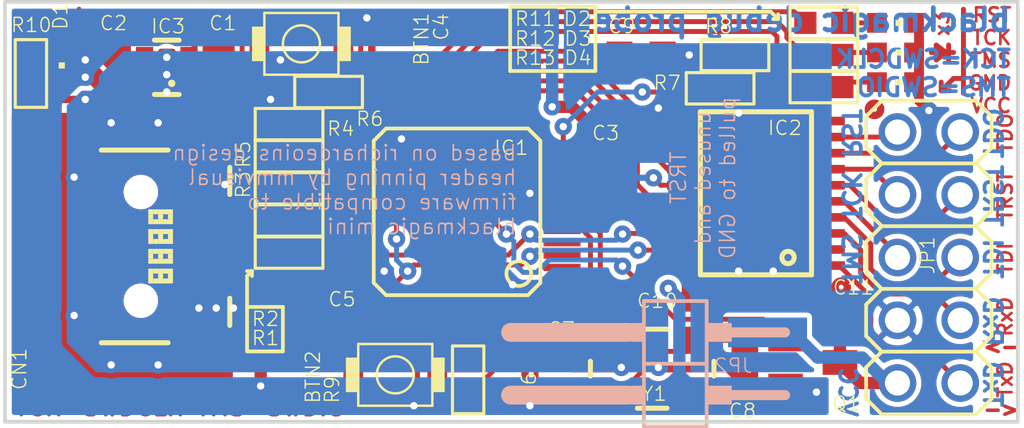
<source format=kicad_pcb>
(kicad_pcb (version 4) (host pcbnew "(2015-12-03 BZR 6346, Git b04f18b)-product")

  (general
    (links 104)
    (no_connects 0)
    (area 120.463323 90.279156 169.751277 119.156303)
    (thickness 1.6)
    (drawings 52)
    (tracks 441)
    (zones 0)
    (modules 39)
    (nets 40)
  )

  (page A4)
  (layers
    (0 Top signal)
    (31 Bottom signal)
    (34 B.Paste user hide)
    (35 F.Paste user hide)
    (36 B.SilkS user hide)
    (37 F.SilkS user hide)
    (38 B.Mask user hide)
    (39 F.Mask user hide)
    (44 Edge.Cuts user)
    (48 B.Fab user hide)
    (49 F.Fab user hide)
  )

  (setup
    (last_trace_width 0.25)
    (trace_clearance 0.19999)
    (zone_clearance 0.2)
    (zone_45_only yes)
    (trace_min 0.2)
    (segment_width 0.2)
    (edge_width 0.15)
    (via_size 0.7)
    (via_drill 0.3)
    (via_min_size 0.4)
    (via_min_drill 0.3)
    (uvia_size 0.3)
    (uvia_drill 0.1)
    (uvias_allowed no)
    (uvia_min_size 0.2)
    (uvia_min_drill 0.1)
    (pcb_text_width 0.3)
    (pcb_text_size 1.5 1.5)
    (mod_edge_width 0.15)
    (mod_text_size 1 1)
    (mod_text_width 0.15)
    (pad_size 2 2.4)
    (pad_drill 0)
    (pad_to_mask_clearance 0.2)
    (aux_axis_origin 0 0)
    (visible_elements 7FFFFF7F)
    (pcbplotparams
      (layerselection 0x00030_80000001)
      (usegerberextensions false)
      (excludeedgelayer true)
      (linewidth 0.100000)
      (plotframeref false)
      (viasonmask false)
      (mode 1)
      (useauxorigin false)
      (hpglpennumber 1)
      (hpglpenspeed 20)
      (hpglpendiameter 15)
      (hpglpenoverlay 2)
      (psnegative false)
      (psa4output false)
      (plotreference true)
      (plotvalue true)
      (plotinvisibletext false)
      (padsonsilk false)
      (subtractmaskfromsilk false)
      (outputformat 1)
      (mirror false)
      (drillshape 1)
      (scaleselection 1)
      (outputdirectory ""))
  )

  (net 0 "")
  (net 1 GND)
  (net 2 OSC_IN)
  (net 3 USB_ENUMERATE)
  (net 4 USB_DM)
  (net 5 USB_DP)
  (net 6 LED2)
  (net 7 LED1)
  (net 8 LED0)
  (net 9 RST)
  (net 10 TDI)
  (net 11 TMS)
  (net 12 TCK)
  (net 13 TDO)
  (net 14 PWR_BR)
  (net 15 T_PWR)
  (net 16 RXD)
  (net 17 TXD)
  (net 18 3.3V)
  (net 19 D+)
  (net 20 D-)
  (net 21 5.0V)
  (net 22 VBUS)
  (net 23 FORCE_BOOTLOADER)
  (net 24 TARGET_POWER_ADC)
  (net 25 TARGET_TMS)
  (net 26 TARGET_TCK)
  (net 27 TARGET_TDO)
  (net 28 TARGET_TDI)
  (net 29 TARGET_RST)
  (net 30 LPC_XTAL2)
  (net 31 N$2)
  (net 32 N$6)
  (net 33 N$8)
  (net 34 BOOT0)
  (net 35 TARGET_TRST)
  (net 36 T_RXD)
  (net 37 T_TXD)
  (net 38 TRST)
  (net 39 N$4)

  (net_class Default "Dies ist die voreingestellte Netzklasse."
    (clearance 0.19999)
    (trace_width 0.25)
    (via_dia 0.7)
    (via_drill 0.3)
    (uvia_dia 0.3)
    (uvia_drill 0.1)
    (add_net 3.3V)
    (add_net 5.0V)
    (add_net BOOT0)
    (add_net D+)
    (add_net D-)
    (add_net FORCE_BOOTLOADER)
    (add_net GND)
    (add_net LED0)
    (add_net LED1)
    (add_net LED2)
    (add_net LPC_XTAL2)
    (add_net N$2)
    (add_net N$4)
    (add_net N$6)
    (add_net N$8)
    (add_net OSC_IN)
    (add_net PWR_BR)
    (add_net RST)
    (add_net RXD)
    (add_net TARGET_POWER_ADC)
    (add_net TARGET_RST)
    (add_net TARGET_TCK)
    (add_net TARGET_TDI)
    (add_net TARGET_TDO)
    (add_net TARGET_TMS)
    (add_net TARGET_TRST)
    (add_net TCK)
    (add_net TDI)
    (add_net TDO)
    (add_net TMS)
    (add_net TRST)
    (add_net TXD)
    (add_net T_PWR)
    (add_net T_RXD)
    (add_net T_TXD)
    (add_net USB_DM)
    (add_net USB_DP)
    (add_net USB_ENUMERATE)
    (add_net VBUS)
  )

  (module C0603K (layer Top) (tedit 56B25D2F) (tstamp 56AFA359)
    (at 132.3511 99.2036 90)
    (descr "<b>Ceramic Chip Capacitor KEMET 0603 Reflow solder</b><p>\nMetric Code Size 1608")
    (fp_text reference C2 (at 1.5036 -0.5511 360) (layer F.SilkS)
      (effects (font (size 0.57 0.57) (thickness 0.057)) (justify left bottom))
    )
    (fp_text value 1uF (at -0.8 1.65 90) (layer F.SilkS) hide
      (effects (font (size 0.9652 0.9652) (thickness 0.077216)) (justify left bottom))
    )
    (fp_line (start -0.725 -0.35) (end 0.725 -0.35) (layer F.Fab) (width 0.1016))
    (fp_line (start 0.725 0.35) (end -0.725 0.35) (layer F.Fab) (width 0.1016))
    (fp_poly (pts (xy -0.8 0.4) (xy -0.45 0.4) (xy -0.45 -0.4) (xy -0.8 -0.4)) (layer F.Fab) (width 0))
    (fp_poly (pts (xy 0.45 0.4) (xy 0.8 0.4) (xy 0.8 -0.4) (xy 0.45 -0.4)) (layer F.Fab) (width 0))
    (pad 1 smd rect (at -0.875 0 90) (size 1.05 1.08) (layers Top F.Paste F.Mask)
      (net 18 3.3V))
    (pad 2 smd rect (at 0.875 0 90) (size 1.05 1.08) (layers Top F.Paste F.Mask)
      (net 1 GND))
  )

  (module TQFP48 (layer Top) (tedit 56B25004) (tstamp 56AFA11A)
    (at 146.3011 105.0036 90)
    (descr "<b>Thin Quad Flat Pack</b>")
    (fp_text reference IC1 (at 2.9286 2.9239 360) (layer F.SilkS)
      (effects (font (size 0.57 0.57) (thickness 0.057)) (justify right top))
    )
    (fp_text value STM32F_48PIN (at -2.921 6.35 90) (layer F.SilkS) hide
      (effects (font (size 1.2065 1.2065) (thickness 0.12065)) (justify left bottom))
    )
    (fp_line (start -3.373 2.873) (end -2.873 3.373) (layer F.SilkS) (width 0.1524))
    (fp_line (start -2.873 3.373) (end 2.873 3.373) (layer F.SilkS) (width 0.1524))
    (fp_line (start 2.873 3.373) (end 3.373 2.873) (layer F.SilkS) (width 0.1524))
    (fp_line (start 3.373 2.873) (end 3.373 -2.873) (layer F.SilkS) (width 0.1524))
    (fp_line (start 3.373 -2.873) (end 2.873 -3.373) (layer F.SilkS) (width 0.1524))
    (fp_line (start 2.873 -3.373) (end -2.873 -3.373) (layer F.SilkS) (width 0.1524))
    (fp_line (start -2.873 -3.373) (end -3.373 -2.873) (layer F.SilkS) (width 0.1524))
    (fp_line (start -3.373 -2.873) (end -3.373 2.873) (layer F.SilkS) (width 0.1524))
    (fp_circle (center -2.5 2.5) (end -2 2.5) (layer F.SilkS) (width 0.1524))
    (fp_poly (pts (xy -2.9 -3.373) (xy -2.6 -3.373) (xy -2.6 -4.373) (xy -2.9 -4.373)) (layer F.Fab) (width 0))
    (fp_poly (pts (xy -2.4 -3.373) (xy -2.1 -3.373) (xy -2.1 -4.373) (xy -2.4 -4.373)) (layer F.Fab) (width 0))
    (fp_poly (pts (xy -1.9 -3.373) (xy -1.6 -3.373) (xy -1.6 -4.373) (xy -1.9 -4.373)) (layer F.Fab) (width 0))
    (fp_poly (pts (xy -1.4 -3.373) (xy -1.1 -3.373) (xy -1.1 -4.373) (xy -1.4 -4.373)) (layer F.Fab) (width 0))
    (fp_poly (pts (xy -0.9 -3.373) (xy -0.6 -3.373) (xy -0.6 -4.373) (xy -0.9 -4.373)) (layer F.Fab) (width 0))
    (fp_poly (pts (xy -0.4 -3.373) (xy -0.1 -3.373) (xy -0.1 -4.373) (xy -0.4 -4.373)) (layer F.Fab) (width 0))
    (fp_poly (pts (xy 0.1 -3.373) (xy 0.4 -3.373) (xy 0.4 -4.373) (xy 0.1 -4.373)) (layer F.Fab) (width 0))
    (fp_poly (pts (xy 0.6 -3.373) (xy 0.9 -3.373) (xy 0.9 -4.373) (xy 0.6 -4.373)) (layer F.Fab) (width 0))
    (fp_poly (pts (xy 1.1 -3.373) (xy 1.4 -3.373) (xy 1.4 -4.373) (xy 1.1 -4.373)) (layer F.Fab) (width 0))
    (fp_poly (pts (xy 1.6 -3.373) (xy 1.9 -3.373) (xy 1.9 -4.373) (xy 1.6 -4.373)) (layer F.Fab) (width 0))
    (fp_poly (pts (xy 2.1 -3.373) (xy 2.4 -3.373) (xy 2.4 -4.373) (xy 2.1 -4.373)) (layer F.Fab) (width 0))
    (fp_poly (pts (xy 2.6 -3.373) (xy 2.9 -3.373) (xy 2.9 -4.373) (xy 2.6 -4.373)) (layer F.Fab) (width 0))
    (fp_poly (pts (xy 3.373 -2.6) (xy 4.373 -2.6) (xy 4.373 -2.9) (xy 3.373 -2.9)) (layer F.Fab) (width 0))
    (fp_poly (pts (xy 3.373 -2.1) (xy 4.373 -2.1) (xy 4.373 -2.4) (xy 3.373 -2.4)) (layer F.Fab) (width 0))
    (fp_poly (pts (xy 3.373 -1.6) (xy 4.373 -1.6) (xy 4.373 -1.9) (xy 3.373 -1.9)) (layer F.Fab) (width 0))
    (fp_poly (pts (xy 3.373 -1.1) (xy 4.373 -1.1) (xy 4.373 -1.4) (xy 3.373 -1.4)) (layer F.Fab) (width 0))
    (fp_poly (pts (xy 3.373 -0.6) (xy 4.373 -0.6) (xy 4.373 -0.9) (xy 3.373 -0.9)) (layer F.Fab) (width 0))
    (fp_poly (pts (xy 3.373 -0.1) (xy 4.373 -0.1) (xy 4.373 -0.4) (xy 3.373 -0.4)) (layer F.Fab) (width 0))
    (fp_poly (pts (xy 3.373 0.4) (xy 4.373 0.4) (xy 4.373 0.1) (xy 3.373 0.1)) (layer F.Fab) (width 0))
    (fp_poly (pts (xy 3.373 0.9) (xy 4.373 0.9) (xy 4.373 0.6) (xy 3.373 0.6)) (layer F.Fab) (width 0))
    (fp_poly (pts (xy 3.373 1.4) (xy 4.373 1.4) (xy 4.373 1.1) (xy 3.373 1.1)) (layer F.Fab) (width 0))
    (fp_poly (pts (xy 3.373 1.9) (xy 4.373 1.9) (xy 4.373 1.6) (xy 3.373 1.6)) (layer F.Fab) (width 0))
    (fp_poly (pts (xy 3.373 2.4) (xy 4.373 2.4) (xy 4.373 2.1) (xy 3.373 2.1)) (layer F.Fab) (width 0))
    (fp_poly (pts (xy 3.373 2.9) (xy 4.373 2.9) (xy 4.373 2.6) (xy 3.373 2.6)) (layer F.Fab) (width 0))
    (fp_poly (pts (xy 2.6 4.373) (xy 2.9 4.373) (xy 2.9 3.373) (xy 2.6 3.373)) (layer F.Fab) (width 0))
    (fp_poly (pts (xy 2.1 4.373) (xy 2.4 4.373) (xy 2.4 3.373) (xy 2.1 3.373)) (layer F.Fab) (width 0))
    (fp_poly (pts (xy 1.6 4.373) (xy 1.9 4.373) (xy 1.9 3.373) (xy 1.6 3.373)) (layer F.Fab) (width 0))
    (fp_poly (pts (xy 1.1 4.373) (xy 1.4 4.373) (xy 1.4 3.373) (xy 1.1 3.373)) (layer F.Fab) (width 0))
    (fp_poly (pts (xy 0.6 4.373) (xy 0.9 4.373) (xy 0.9 3.373) (xy 0.6 3.373)) (layer F.Fab) (width 0))
    (fp_poly (pts (xy 0.1 4.373) (xy 0.4 4.373) (xy 0.4 3.373) (xy 0.1 3.373)) (layer F.Fab) (width 0))
    (fp_poly (pts (xy -0.4 4.373) (xy -0.1 4.373) (xy -0.1 3.373) (xy -0.4 3.373)) (layer F.Fab) (width 0))
    (fp_poly (pts (xy -0.9 4.373) (xy -0.6 4.373) (xy -0.6 3.373) (xy -0.9 3.373)) (layer F.Fab) (width 0))
    (fp_poly (pts (xy -1.4 4.373) (xy -1.1 4.373) (xy -1.1 3.373) (xy -1.4 3.373)) (layer F.Fab) (width 0))
    (fp_poly (pts (xy -1.9 4.373) (xy -1.6 4.373) (xy -1.6 3.373) (xy -1.9 3.373)) (layer F.Fab) (width 0))
    (fp_poly (pts (xy -2.4 4.373) (xy -2.1 4.373) (xy -2.1 3.373) (xy -2.4 3.373)) (layer F.Fab) (width 0))
    (fp_poly (pts (xy -2.9 4.373) (xy -2.6 4.373) (xy -2.6 3.373) (xy -2.9 3.373)) (layer F.Fab) (width 0))
    (fp_poly (pts (xy -4.373 2.9) (xy -3.373 2.9) (xy -3.373 2.6) (xy -4.373 2.6)) (layer F.Fab) (width 0))
    (fp_poly (pts (xy -4.373 2.4) (xy -3.373 2.4) (xy -3.373 2.1) (xy -4.373 2.1)) (layer F.Fab) (width 0))
    (fp_poly (pts (xy -4.373 1.4) (xy -3.373 1.4) (xy -3.373 1.1) (xy -4.373 1.1)) (layer F.Fab) (width 0))
    (fp_poly (pts (xy -4.373 1.9) (xy -3.373 1.9) (xy -3.373 1.6) (xy -4.373 1.6)) (layer F.Fab) (width 0))
    (fp_poly (pts (xy -4.373 0.4) (xy -3.373 0.4) (xy -3.373 0.1) (xy -4.373 0.1)) (layer F.Fab) (width 0))
    (fp_poly (pts (xy -4.373 0.9) (xy -3.373 0.9) (xy -3.373 0.6) (xy -4.373 0.6)) (layer F.Fab) (width 0))
    (fp_poly (pts (xy -4.373 -0.6) (xy -3.373 -0.6) (xy -3.373 -0.9) (xy -4.373 -0.9)) (layer F.Fab) (width 0))
    (fp_poly (pts (xy -4.373 -0.1) (xy -3.373 -0.1) (xy -3.373 -0.4) (xy -4.373 -0.4)) (layer F.Fab) (width 0))
    (fp_poly (pts (xy -4.373 -1.6) (xy -3.373 -1.6) (xy -3.373 -1.9) (xy -4.373 -1.9)) (layer F.Fab) (width 0))
    (fp_poly (pts (xy -4.373 -1.1) (xy -3.373 -1.1) (xy -3.373 -1.4) (xy -4.373 -1.4)) (layer F.Fab) (width 0))
    (fp_poly (pts (xy -4.373 -2.1) (xy -3.373 -2.1) (xy -3.373 -2.4) (xy -4.373 -2.4)) (layer F.Fab) (width 0))
    (fp_poly (pts (xy -4.373 -2.6) (xy -3.373 -2.6) (xy -3.373 -2.9) (xy -4.373 -2.9)) (layer F.Fab) (width 0))
    (pad 36 smd rect (at -2.75 -4.25 90) (size 0.3 1.5) (layers Top F.Paste F.Mask)
      (net 18 3.3V))
    (pad 35 smd rect (at -2.25 -4.25 90) (size 0.3 1.5) (layers Top F.Paste F.Mask)
      (net 1 GND))
    (pad 34 smd rect (at -1.75 -4.25 90) (size 0.3 1.5) (layers Top F.Paste F.Mask)
      (net 16 RXD))
    (pad 33 smd rect (at -1.25 -4.25 90) (size 0.3 1.5) (layers Top F.Paste F.Mask)
      (net 5 USB_DP))
    (pad 32 smd rect (at -0.75 -4.25 90) (size 0.3 1.5) (layers Top F.Paste F.Mask)
      (net 4 USB_DM))
    (pad 31 smd rect (at -0.25 -4.25 90) (size 0.3 1.5) (layers Top F.Paste F.Mask)
      (net 16 RXD))
    (pad 30 smd rect (at 0.25 -4.25 90) (size 0.3 1.5) (layers Top F.Paste F.Mask)
      (net 17 TXD))
    (pad 29 smd rect (at 0.75 -4.25 90) (size 0.3 1.5) (layers Top F.Paste F.Mask)
      (net 3 USB_ENUMERATE))
    (pad 28 smd rect (at 1.25 -4.25 90) (size 0.3 1.5) (layers Top F.Paste F.Mask))
    (pad 27 smd rect (at 1.75 -4.25 90) (size 0.3 1.5) (layers Top F.Paste F.Mask))
    (pad 26 smd rect (at 2.25 -4.25 90) (size 0.3 1.5) (layers Top F.Paste F.Mask)
      (net 22 VBUS))
    (pad 25 smd rect (at 2.75 -4.25 90) (size 0.3 1.5) (layers Top F.Paste F.Mask)
      (net 23 FORCE_BOOTLOADER))
    (pad 24 smd rect (at 4.25 -2.75 90) (size 1.5 0.3) (layers Top F.Paste F.Mask)
      (net 18 3.3V))
    (pad 23 smd rect (at 4.25 -2.25 90) (size 1.5 0.3) (layers Top F.Paste F.Mask)
      (net 1 GND))
    (pad 22 smd rect (at 4.25 -1.75 90) (size 1.5 0.3) (layers Top F.Paste F.Mask)
      (net 6 LED2))
    (pad 21 smd rect (at 4.25 -1.25 90) (size 1.5 0.3) (layers Top F.Paste F.Mask)
      (net 7 LED1))
    (pad 20 smd rect (at 4.25 -0.75 90) (size 1.5 0.3) (layers Top F.Paste F.Mask)
      (net 8 LED0))
    (pad 19 smd rect (at 4.25 -0.25 90) (size 1.5 0.3) (layers Top F.Paste F.Mask)
      (net 14 PWR_BR))
    (pad 18 smd rect (at 4.25 0.25 90) (size 1.5 0.3) (layers Top F.Paste F.Mask)
      (net 24 TARGET_POWER_ADC))
    (pad 17 smd rect (at 4.25 0.75 90) (size 1.5 0.3) (layers Top F.Paste F.Mask))
    (pad 16 smd rect (at 4.25 1.25 90) (size 1.5 0.3) (layers Top F.Paste F.Mask)
      (net 13 TDO))
    (pad 15 smd rect (at 4.25 1.75 90) (size 1.5 0.3) (layers Top F.Paste F.Mask)
      (net 12 TCK))
    (pad 14 smd rect (at 4.25 2.25 90) (size 1.5 0.3) (layers Top F.Paste F.Mask)
      (net 11 TMS))
    (pad 13 smd rect (at 4.25 2.75 90) (size 1.5 0.3) (layers Top F.Paste F.Mask)
      (net 10 TDI))
    (pad 48 smd rect (at -4.25 2.75 90) (size 1.5 0.3) (layers Top F.Paste F.Mask)
      (net 18 3.3V))
    (pad 47 smd rect (at -4.25 2.25 90) (size 1.5 0.3) (layers Top F.Paste F.Mask)
      (net 1 GND))
    (pad 46 smd rect (at -4.25 1.75 90) (size 1.5 0.3) (layers Top F.Paste F.Mask))
    (pad 45 smd rect (at -4.25 1.25 90) (size 1.5 0.3) (layers Top F.Paste F.Mask))
    (pad 44 smd rect (at -4.25 0.75 90) (size 1.5 0.3) (layers Top F.Paste F.Mask)
      (net 34 BOOT0))
    (pad 43 smd rect (at -4.25 0.25 90) (size 1.5 0.3) (layers Top F.Paste F.Mask))
    (pad 42 smd rect (at -4.25 -0.25 90) (size 1.5 0.3) (layers Top F.Paste F.Mask))
    (pad 41 smd rect (at -4.25 -0.75 90) (size 1.5 0.3) (layers Top F.Paste F.Mask)
      (net 18 3.3V))
    (pad 40 smd rect (at -4.25 -1.25 90) (size 1.5 0.3) (layers Top F.Paste F.Mask)
      (net 18 3.3V))
    (pad 39 smd rect (at -4.25 -1.75 90) (size 1.5 0.3) (layers Top F.Paste F.Mask))
    (pad 38 smd rect (at -4.25 -2.25 90) (size 1.5 0.3) (layers Top F.Paste F.Mask))
    (pad 37 smd rect (at -4.25 -2.75 90) (size 1.5 0.3) (layers Top F.Paste F.Mask)
      (net 17 TXD))
    (pad 1 smd rect (at -2.75 4.25 90) (size 0.3 1.5) (layers Top F.Paste F.Mask)
      (net 18 3.3V))
    (pad 2 smd rect (at -2.25 4.25 90) (size 0.3 1.5) (layers Top F.Paste F.Mask))
    (pad 3 smd rect (at -1.75 4.25 90) (size 0.3 1.5) (layers Top F.Paste F.Mask))
    (pad 4 smd rect (at -1.25 4.25 90) (size 0.3 1.5) (layers Top F.Paste F.Mask))
    (pad 5 smd rect (at -0.75 4.25 90) (size 0.3 1.5) (layers Top F.Paste F.Mask)
      (net 2 OSC_IN))
    (pad 6 smd rect (at -0.25 4.25 90) (size 0.3 1.5) (layers Top F.Paste F.Mask)
      (net 30 LPC_XTAL2))
    (pad 7 smd rect (at 0.25 4.25 90) (size 0.3 1.5) (layers Top F.Paste F.Mask))
    (pad 8 smd rect (at 0.75 4.25 90) (size 0.3 1.5) (layers Top F.Paste F.Mask)
      (net 1 GND))
    (pad 9 smd rect (at 1.25 4.25 90) (size 0.3 1.5) (layers Top F.Paste F.Mask)
      (net 18 3.3V))
    (pad 10 smd rect (at 1.75 4.25 90) (size 0.3 1.5) (layers Top F.Paste F.Mask))
    (pad 11 smd rect (at 2.25 4.25 90) (size 0.3 1.5) (layers Top F.Paste F.Mask))
    (pad 12 smd rect (at 2.75 4.25 90) (size 0.3 1.5) (layers Top F.Paste F.Mask)
      (net 9 RST))
  )

  (module SOT23 (layer Top) (tedit 56B24FD1) (tstamp 56AFA186)
    (at 160.7011 111.1036 270)
    (descr <b>SOT-23</b>)
    (fp_text reference Q1 (at 1.9964 -0.7489 360) (layer F.SilkS)
      (effects (font (size 0.57 0.57) (thickness 0.057)) (justify left bottom))
    )
    (fp_text value IRLML5103 (at -1.905 3.175 270) (layer F.SilkS) hide
      (effects (font (size 1.2065 1.2065) (thickness 0.09652)) (justify right top))
    )
    (fp_line (start 1.4224 -0.6604) (end 1.4224 0.6604) (layer F.Fab) (width 0.1524))
    (fp_line (start 1.4224 0.6604) (end -1.4224 0.6604) (layer F.Fab) (width 0.1524))
    (fp_line (start -1.4224 0.6604) (end -1.4224 -0.6604) (layer F.Fab) (width 0.1524))
    (fp_line (start -1.4224 -0.6604) (end 1.4224 -0.6604) (layer F.Fab) (width 0.1524))
    (fp_poly (pts (xy -0.2286 -0.7112) (xy 0.2286 -0.7112) (xy 0.2286 -1.2954) (xy -0.2286 -1.2954)) (layer F.Fab) (width 0))
    (fp_poly (pts (xy 0.7112 1.2954) (xy 1.1684 1.2954) (xy 1.1684 0.7112) (xy 0.7112 0.7112)) (layer F.Fab) (width 0))
    (fp_poly (pts (xy -1.1684 1.2954) (xy -0.7112 1.2954) (xy -0.7112 0.7112) (xy -1.1684 0.7112)) (layer F.Fab) (width 0))
    (pad 3 smd rect (at 0 -1.1 270) (size 1 1.4) (layers Top F.Paste F.Mask)
      (net 15 T_PWR))
    (pad 2 smd rect (at 0.95 1.1 270) (size 1 1.4) (layers Top F.Paste F.Mask)
      (net 18 3.3V))
    (pad 1 smd rect (at -0.95 1.1 270) (size 1 1.4) (layers Top F.Paste F.Mask)
      (net 14 PWR_BR))
  )

  (module 0603-MINI (layer Top) (tedit 56B25054) (tstamp 56AFA193)
    (at 139.5011 101.4536)
    (descr "0603-Mini\n<p>Mini footprint for dense boards</p>")
    (fp_text reference R4 (at 1.4989 0.5214) (layer F.SilkS)
      (effects (font (size 0.57 0.57) (thickness 0.057)) (justify left bottom))
    )
    (fp_text value 10K (at 1.397 0.254) (layer F.SilkS) hide
      (effects (font (size 0.38608 0.38608) (thickness 0.030886)) (justify left bottom))
    )
    (fp_line (start -1.37 0.635) (end -1.37 -0.635) (layer F.SilkS) (width 0.127))
    (fp_line (start -1.37 -0.635) (end 1.37 -0.635) (layer F.SilkS) (width 0.127))
    (fp_line (start 1.37 -0.635) (end 1.37 0.635) (layer F.SilkS) (width 0.127))
    (fp_line (start 1.37 0.635) (end -1.37 0.635) (layer F.SilkS) (width 0.127))
    (fp_line (start -0.356 -0.432) (end 0.356 -0.432) (layer F.Fab) (width 0.1016))
    (fp_line (start -0.356 0.419) (end 0.356 0.419) (layer F.Fab) (width 0.1016))
    (fp_poly (pts (xy -0.8382 0.4699) (xy -0.3381 0.4699) (xy -0.3381 -0.4801) (xy -0.8382 -0.4801)) (layer F.Fab) (width 0))
    (fp_poly (pts (xy 0.3302 0.4699) (xy 0.8303 0.4699) (xy 0.8303 -0.4801) (xy 0.3302 -0.4801)) (layer F.Fab) (width 0))
    (pad 1 smd rect (at -0.75 0) (size 0.9 0.9) (layers Top F.Paste F.Mask)
      (net 1 GND))
    (pad 2 smd rect (at 0.75 0) (size 0.9 0.9) (layers Top F.Paste F.Mask)
      (net 22 VBUS))
  )

  (module USB-MINIB (layer Top) (tedit 56B2508B) (tstamp 56AFA1A0)
    (at 132.5011 106.4036 270)
    (descr "Surface Mount USB Mini-B Connector")
    (fp_text reference CN1 (at 4.0714 4.2511 450) (layer F.SilkS)
      (effects (font (size 0.57 0.57) (thickness 0.057)) (justify right top))
    )
    (fp_text value "" (at -3.31 6.35 270) (layer F.SilkS) hide
      (effects (font (size 0.38608 0.38608) (thickness 0.038608)) (justify right top))
    )
    (fp_line (start 3.9 1.24) (end 3.9 -2.86) (layer F.Fab) (width 0.127))
    (fp_line (start -2.9591 0.5471) (end -2.7514 3.2985) (layer F.Fab) (width 0.1016))
    (fp_arc (start -2.4575 3.27617) (end -2.7514 3.2985) (angle -68.629849) (layer F.Fab) (width 0.1016))
    (fp_arc (start -2.25825 2.6269) (end -2.5438 3.558) (angle -34.099487) (layer F.Fab) (width 0.1016))
    (fp_arc (start -2.058999 3.27617) (end -1.9727 3.558) (angle -68.629849) (layer F.Fab) (width 0.1016))
    (fp_line (start -1.7651 3.2985) (end -1.5055 0.5471) (layer F.Fab) (width 0.1016))
    (fp_line (start -1.5055 0.5471) (end -1.7132 0.5471) (layer F.Fab) (width 0.1016))
    (fp_line (start -1.7132 0.5471) (end -1.9727 2.9351) (layer F.Fab) (width 0.1016))
    (fp_line (start -1.9727 2.9351) (end -2.4919 2.9351) (layer F.Fab) (width 0.1016))
    (fp_line (start -2.4919 2.9351) (end -2.7514 0.5471) (layer F.Fab) (width 0.1016))
    (fp_line (start -2.7514 0.5471) (end -2.9591 0.5471) (layer F.Fab) (width 0.1016))
    (fp_line (start -1.2459 3.2984) (end -1.0383 -0.7508) (layer F.Fab) (width 0.1016))
    (fp_arc (start -0.818705 -0.7388) (end -1.0383 -0.7508) (angle 83.771817) (layer F.Fab) (width 0.1016))
    (fp_arc (start -1.0383 3.2985) (end -1.2459 3.2985) (angle -90) (layer F.Fab) (width 0.1016))
    (fp_arc (start -1.0382 3.2985) (end -1.0382 3.5061) (angle -90) (layer F.Fab) (width 0.1016))
    (fp_line (start -0.8306 3.2985) (end -0.623 -0.1278) (layer F.Fab) (width 0.1016))
    (fp_line (start 2.9589 0.5471) (end 2.7512 3.2985) (layer F.Fab) (width 0.1016))
    (fp_arc (start 2.4573 3.27617) (end 2.7512 3.2985) (angle 68.629849) (layer F.Fab) (width 0.1016))
    (fp_arc (start 2.25805 2.6269) (end 2.5436 3.558) (angle 34.099487) (layer F.Fab) (width 0.1016))
    (fp_arc (start 2.058799 3.27617) (end 1.9725 3.558) (angle 68.629849) (layer F.Fab) (width 0.1016))
    (fp_line (start 1.7649 3.2985) (end 1.5053 0.5471) (layer F.Fab) (width 0.1016))
    (fp_line (start 1.5053 0.5471) (end 1.713 0.5471) (layer F.Fab) (width 0.1016))
    (fp_line (start 1.713 0.5471) (end 1.9725 2.9351) (layer F.Fab) (width 0.1016))
    (fp_line (start 1.9725 2.9351) (end 2.4917 2.9351) (layer F.Fab) (width 0.1016))
    (fp_line (start 2.4917 2.9351) (end 2.7512 0.5471) (layer F.Fab) (width 0.1016))
    (fp_line (start 2.7512 0.5471) (end 2.9589 0.5471) (layer F.Fab) (width 0.1016))
    (fp_line (start 1.2457 3.2984) (end 1.0381 -0.7508) (layer F.Fab) (width 0.1016))
    (fp_arc (start 0.818405 -0.738699) (end 1.0381 -0.7508) (angle -83.722654) (layer F.Fab) (width 0.1016))
    (fp_line (start 0.8304 -0.9584) (end -0.8307 -0.9584) (layer F.Fab) (width 0.1016))
    (fp_arc (start 1.0381 3.2985) (end 1.2457 3.2985) (angle 90) (layer F.Fab) (width 0.1016))
    (fp_arc (start 1.038 3.2985) (end 1.038 3.5061) (angle 90) (layer F.Fab) (width 0.1016))
    (fp_line (start 0.8304 3.2985) (end 0.6228 -0.1278) (layer F.Fab) (width 0.1016))
    (fp_line (start 0.6228 -0.1278) (end -0.6232 -0.1278) (layer F.Fab) (width 0.1016))
    (fp_line (start 3.88 -4.2594) (end 5.03 -4.2594) (layer F.Fab) (width 0.1016))
    (fp_line (start 5.03 -2.8808) (end 3.88 -2.8808) (layer F.Fab) (width 0.1016))
    (fp_line (start -3.9 -4.6) (end 3.9 -4.6) (layer F.Fab) (width 0.2032))
    (fp_arc (start 5.05 -3.6) (end 5.05 -3.3) (angle 180) (layer F.Fab) (width 0.1016))
    (fp_line (start 5.05 -4.25) (end 5.05 -3.9) (layer F.Fab) (width 0.1016))
    (fp_line (start 5.05 -2.9) (end 5.05 -3.3) (layer F.Fab) (width 0.1016))
    (fp_line (start 3.88 1.2806) (end 5.03 1.2806) (layer F.Fab) (width 0.1016))
    (fp_line (start 5.03 2.6592) (end 3.88 2.6592) (layer F.Fab) (width 0.1016))
    (fp_arc (start 5.05 1.94) (end 5.05 2.24) (angle 180) (layer F.Fab) (width 0.1016))
    (fp_line (start 5.05 1.29) (end 5.05 1.64) (layer F.Fab) (width 0.1016))
    (fp_line (start 5.05 2.64) (end 5.05 2.24) (layer F.Fab) (width 0.1016))
    (fp_line (start -3.91 -2.8606) (end -5.06 -2.8606) (layer F.Fab) (width 0.1016))
    (fp_line (start -5.06 -4.2392) (end -3.91 -4.2392) (layer F.Fab) (width 0.1016))
    (fp_arc (start -5.08 -3.52) (end -5.08 -3.82) (angle 180) (layer F.Fab) (width 0.1016))
    (fp_line (start -5.08 -2.87) (end -5.08 -3.22) (layer F.Fab) (width 0.1016))
    (fp_line (start -5.08 -4.22) (end -5.08 -3.82) (layer F.Fab) (width 0.1016))
    (fp_line (start -3.91 2.6794) (end -5.06 2.6794) (layer F.Fab) (width 0.1016))
    (fp_line (start -5.06 1.3008) (end -3.91 1.3008) (layer F.Fab) (width 0.1016))
    (fp_arc (start -5.08 2.02) (end -5.08 1.72) (angle 180) (layer F.Fab) (width 0.1016))
    (fp_line (start -5.08 2.67) (end -5.08 2.32) (layer F.Fab) (width 0.1016))
    (fp_line (start -5.08 1.32) (end -5.08 1.72) (layer F.Fab) (width 0.1016))
    (fp_line (start -3.9 1.29) (end -3.9 -2.81) (layer F.Fab) (width 0.127))
    (fp_line (start -3.9 4.6) (end 3.9 4.6) (layer F.Fab) (width 0.2032))
    (fp_line (start -2.75 -4.5) (end -2.75 -3.75) (layer F.Fab) (width 0.1016))
    (fp_line (start -2.75 -3.75) (end 2.75 -3.75) (layer F.Fab) (width 0.1016))
    (fp_line (start 2.75 -3.75) (end 2.75 -4.5) (layer F.Fab) (width 0.1016))
    (fp_line (start -2.25 -3.5) (end -2.25 -2.75) (layer F.Fab) (width 0.1016))
    (fp_line (start -2.25 -2.75) (end -3 -2.75) (layer F.Fab) (width 0.1016))
    (fp_line (start -3 -2.75) (end -3 -3.5) (layer F.Fab) (width 0.1016))
    (fp_line (start -3 -3.5) (end -2.25 -3.5) (layer F.Fab) (width 0.1016))
    (fp_line (start 3 -3.5) (end 2.25 -3.5) (layer F.Fab) (width 0.1016))
    (fp_line (start 2.25 -3.5) (end 2.25 -2.75) (layer F.Fab) (width 0.1016))
    (fp_line (start 2.25 -2.75) (end 3 -2.75) (layer F.Fab) (width 0.1016))
    (fp_line (start 3 -2.75) (end 3 -3.5) (layer F.Fab) (width 0.1016))
    (fp_line (start -3.9 0.6) (end -3.9 -2.1) (layer F.SilkS) (width 0.2032))
    (fp_line (start 3.9 -2.1) (end 3.9 0.6) (layer F.SilkS) (width 0.2032))
    (fp_line (start -3.2 -4.6) (end -2.1 -4.6) (layer F.SilkS) (width 0.2032))
    (fp_line (start 2.1 -4.6) (end 3.2 -4.6) (layer F.SilkS) (width 0.2032))
    (fp_line (start -3.9 4.6) (end -3.9 2.7) (layer F.Fab) (width 0.2032))
    (fp_line (start 3.9 4.6) (end 3.9 2.7) (layer F.Fab) (width 0.2032))
    (fp_line (start -3.9 -4.6) (end -3.9 -4.25) (layer F.Fab) (width 0.2032))
    (fp_line (start 3.9 -4.6) (end 3.9 -4.3) (layer F.Fab) (width 0.2032))
    (pad GND2 smd rect (at -4.4 -3.5 270) (size 2 2.4) (layers Top F.Paste F.Mask)
      (net 1 GND))
    (pad VBUS smd rect (at -1.6 -4.064 90) (size 0.5 2.308) (layers Top F.Paste F.Mask)
      (net 21 5.0V))
    (pad D- smd rect (at -0.8 -4.064 90) (size 0.5 2.308) (layers Top F.Paste F.Mask)
      (net 20 D-))
    (pad D+ smd rect (at 0 -4.064 90) (size 0.5 2.308) (layers Top F.Paste F.Mask)
      (net 19 D+))
    (pad ID smd rect (at 0.8 -4.064 90) (size 0.5 2.308) (layers Top F.Paste F.Mask)
      (net 1 GND))
    (pad GND smd rect (at 1.6 -4.064 90) (size 0.5 2.308) (layers Top F.Paste F.Mask)
      (net 1 GND))
    (pad GND1 smd rect (at -4.4 2 270) (size 2 2.4) (layers Top F.Paste F.Mask)
      (net 1 GND))
    (pad GND3 smd rect (at 4.4 -3.5 270) (size 2 2.4) (layers Top F.Paste F.Mask)
      (net 1 GND))
    (pad GND4 smd rect (at 4.4 2 270) (size 2 2.4) (layers Top F.Paste F.Mask)
      (net 1 GND))
    (pad "" np_thru_hole circle (at -2.2 -1 270) (size 1 1) (drill 1) (layers *.Cu))
    (pad "" np_thru_hole circle (at 2.2 -1 270) (size 1 1) (drill 1) (layers *.Cu))
  )

  (module 0603-MINI (layer Top) (tedit 56B25084) (tstamp 56AFA1F9)
    (at 139.5011 106.6536 180)
    (descr "0603-Mini\n<p>Mini footprint for dense boards</p>")
    (fp_text reference R1 (at 1.5511 -3.7964 360) (layer F.SilkS)
      (effects (font (size 0.57 0.57) (thickness 0.057)) (justify left bottom))
    )
    (fp_text value 22Ω (at 1.397 0.254 180) (layer F.SilkS) hide
      (effects (font (size 0.38608 0.38608) (thickness 0.030886)) (justify right top))
    )
    (fp_line (start -1.37 0.635) (end -1.37 -0.635) (layer F.SilkS) (width 0.127))
    (fp_line (start -1.37 -0.635) (end 1.37 -0.635) (layer F.SilkS) (width 0.127))
    (fp_line (start 1.37 -0.635) (end 1.37 0.635) (layer F.SilkS) (width 0.127))
    (fp_line (start 1.37 0.635) (end -1.37 0.635) (layer F.SilkS) (width 0.127))
    (fp_line (start -0.356 -0.432) (end 0.356 -0.432) (layer F.Fab) (width 0.1016))
    (fp_line (start -0.356 0.419) (end 0.356 0.419) (layer F.Fab) (width 0.1016))
    (fp_poly (pts (xy -0.8382 0.4699) (xy -0.3381 0.4699) (xy -0.3381 -0.4801) (xy -0.8382 -0.4801)) (layer F.Fab) (width 0))
    (fp_poly (pts (xy 0.3302 0.4699) (xy 0.8303 0.4699) (xy 0.8303 -0.4801) (xy 0.3302 -0.4801)) (layer F.Fab) (width 0))
    (pad 1 smd rect (at -0.75 0 180) (size 0.9 0.9) (layers Top F.Paste F.Mask)
      (net 5 USB_DP))
    (pad 2 smd rect (at 0.75 0 180) (size 0.9 0.9) (layers Top F.Paste F.Mask)
      (net 19 D+))
  )

  (module 0603-MINI (layer Top) (tedit 56B2506A) (tstamp 56AFA206)
    (at 139.5011 105.3536 180)
    (descr "0603-Mini\n<p>Mini footprint for dense boards</p>")
    (fp_text reference R2 (at 1.5511 -4.3214 360) (layer F.SilkS)
      (effects (font (size 0.57 0.57) (thickness 0.057)) (justify left bottom))
    )
    (fp_text value 22Ω (at 1.397 0.254 180) (layer F.SilkS) hide
      (effects (font (size 0.38608 0.38608) (thickness 0.030886)) (justify right top))
    )
    (fp_line (start -1.37 0.635) (end -1.37 -0.635) (layer F.SilkS) (width 0.127))
    (fp_line (start -1.37 -0.635) (end 1.37 -0.635) (layer F.SilkS) (width 0.127))
    (fp_line (start 1.37 -0.635) (end 1.37 0.635) (layer F.SilkS) (width 0.127))
    (fp_line (start 1.37 0.635) (end -1.37 0.635) (layer F.SilkS) (width 0.127))
    (fp_line (start -0.356 -0.432) (end 0.356 -0.432) (layer F.Fab) (width 0.1016))
    (fp_line (start -0.356 0.419) (end 0.356 0.419) (layer F.Fab) (width 0.1016))
    (fp_poly (pts (xy -0.8382 0.4699) (xy -0.3381 0.4699) (xy -0.3381 -0.4801) (xy -0.8382 -0.4801)) (layer F.Fab) (width 0))
    (fp_poly (pts (xy 0.3302 0.4699) (xy 0.8303 0.4699) (xy 0.8303 -0.4801) (xy 0.3302 -0.4801)) (layer F.Fab) (width 0))
    (pad 1 smd rect (at -0.75 0 180) (size 0.9 0.9) (layers Top F.Paste F.Mask)
      (net 4 USB_DM))
    (pad 2 smd rect (at 0.75 0 180) (size 0.9 0.9) (layers Top F.Paste F.Mask)
      (net 20 D-))
  )

  (module 0603-MINI (layer Top) (tedit 56B25059) (tstamp 56AFA213)
    (at 139.5011 102.7536 180)
    (descr "0603-Mini\n<p>Mini footprint for dense boards</p>")
    (fp_text reference R5 (at 1.5261 -0.5214 450) (layer F.SilkS)
      (effects (font (size 0.57 0.57) (thickness 0.057)) (justify left bottom))
    )
    (fp_text value 4K7 (at 1.397 0.254 180) (layer F.SilkS) hide
      (effects (font (size 0.38608 0.38608) (thickness 0.030886)) (justify right top))
    )
    (fp_line (start -1.37 0.635) (end -1.37 -0.635) (layer F.SilkS) (width 0.127))
    (fp_line (start -1.37 -0.635) (end 1.37 -0.635) (layer F.SilkS) (width 0.127))
    (fp_line (start 1.37 -0.635) (end 1.37 0.635) (layer F.SilkS) (width 0.127))
    (fp_line (start 1.37 0.635) (end -1.37 0.635) (layer F.SilkS) (width 0.127))
    (fp_line (start -0.356 -0.432) (end 0.356 -0.432) (layer F.Fab) (width 0.1016))
    (fp_line (start -0.356 0.419) (end 0.356 0.419) (layer F.Fab) (width 0.1016))
    (fp_poly (pts (xy -0.8382 0.4699) (xy -0.3381 0.4699) (xy -0.3381 -0.4801) (xy -0.8382 -0.4801)) (layer F.Fab) (width 0))
    (fp_poly (pts (xy 0.3302 0.4699) (xy 0.8303 0.4699) (xy 0.8303 -0.4801) (xy 0.3302 -0.4801)) (layer F.Fab) (width 0))
    (pad 1 smd rect (at -0.75 0 180) (size 0.9 0.9) (layers Top F.Paste F.Mask)
      (net 22 VBUS))
    (pad 2 smd rect (at 0.75 0 180) (size 0.9 0.9) (layers Top F.Paste F.Mask)
      (net 21 5.0V))
  )

  (module 0603-MINI (layer Top) (tedit 56B2505D) (tstamp 56AFA220)
    (at 139.5011 104.0536 180)
    (descr "0603-Mini\n<p>Mini footprint for dense boards</p>")
    (fp_text reference R3 (at 1.5261 -0.4464 450) (layer F.SilkS)
      (effects (font (size 0.57 0.57) (thickness 0.057)) (justify left bottom))
    )
    (fp_text value 1K5 (at 1.397 0.254 180) (layer F.SilkS) hide
      (effects (font (size 0.38608 0.38608) (thickness 0.030886)) (justify right top))
    )
    (fp_line (start -1.37 0.635) (end -1.37 -0.635) (layer F.SilkS) (width 0.127))
    (fp_line (start -1.37 -0.635) (end 1.37 -0.635) (layer F.SilkS) (width 0.127))
    (fp_line (start 1.37 -0.635) (end 1.37 0.635) (layer F.SilkS) (width 0.127))
    (fp_line (start 1.37 0.635) (end -1.37 0.635) (layer F.SilkS) (width 0.127))
    (fp_line (start -0.356 -0.432) (end 0.356 -0.432) (layer F.Fab) (width 0.1016))
    (fp_line (start -0.356 0.419) (end 0.356 0.419) (layer F.Fab) (width 0.1016))
    (fp_poly (pts (xy -0.8382 0.4699) (xy -0.3381 0.4699) (xy -0.3381 -0.4801) (xy -0.8382 -0.4801)) (layer F.Fab) (width 0))
    (fp_poly (pts (xy 0.3302 0.4699) (xy 0.8303 0.4699) (xy 0.8303 -0.4801) (xy 0.3302 -0.4801)) (layer F.Fab) (width 0))
    (pad 1 smd rect (at -0.75 0 180) (size 0.9 0.9) (layers Top F.Paste F.Mask)
      (net 3 USB_ENUMERATE))
    (pad 2 smd rect (at 0.75 0 180) (size 0.9 0.9) (layers Top F.Paste F.Mask)
      (net 19 D+))
  )

  (module "OMRON_B3U-1000P(M)" (layer Top) (tedit 56B25063) (tstamp 56AFA22D)
    (at 140.0011 98.2036 180)
    (fp_text reference BTN1 (at -4.5239 1.3036 450) (layer F.SilkS)
      (effects (font (size 0.57 0.57) (thickness 0.057)) (justify right top))
    )
    (fp_text value "OMRON_SPST.B3U-1000P(M)" (at 2.54 0.635 180) (layer F.SilkS) hide
      (effects (font (size 0.77216 0.77216) (thickness 0.061772)) (justify right top))
    )
    (fp_circle (center 0 0) (end 0.75 0) (layer F.SilkS) (width 0.1))
    (fp_line (start -1.5 -1.25) (end 1.5 -1.25) (layer F.SilkS) (width 0.1))
    (fp_line (start 1.5 -1.25) (end 1.5 1.25) (layer F.SilkS) (width 0.1))
    (fp_line (start 1.5 1.25) (end -1.5 1.25) (layer F.SilkS) (width 0.1))
    (fp_line (start -1.5 1.25) (end -1.5 -1.25) (layer F.SilkS) (width 0.1))
    (fp_poly (pts (xy -2 0.7) (xy -1.5 0.7) (xy -1.5 -0.7) (xy -2 -0.7)) (layer F.SilkS) (width 0))
    (fp_poly (pts (xy 1.5 0.7) (xy 2 0.7) (xy 2 -0.7) (xy 1.5 -0.7)) (layer F.SilkS) (width 0))
    (pad 1 smd rect (at -1.7 0 180) (size 0.8 1.7) (layers Top F.Paste F.Mask)
      (net 23 FORCE_BOOTLOADER))
    (pad 2 smd rect (at 1.7 0 180) (size 0.8 1.7) (layers Top F.Paste F.Mask)
      (net 1 GND))
  )

  (module 0603-MINI (layer Top) (tedit 56B2504E) (tstamp 56AFA239)
    (at 141.1011 100.1536)
    (descr "0603-Mini\n<p>Mini footprint for dense boards</p>")
    (fp_text reference R6 (at 1.0739 1.4214) (layer F.SilkS)
      (effects (font (size 0.57 0.57) (thickness 0.057)) (justify left bottom))
    )
    (fp_text value 10K (at 1.397 0.254) (layer F.SilkS) hide
      (effects (font (size 0.38608 0.38608) (thickness 0.030886)) (justify left bottom))
    )
    (fp_line (start -1.37 0.635) (end -1.37 -0.635) (layer F.SilkS) (width 0.127))
    (fp_line (start -1.37 -0.635) (end 1.37 -0.635) (layer F.SilkS) (width 0.127))
    (fp_line (start 1.37 -0.635) (end 1.37 0.635) (layer F.SilkS) (width 0.127))
    (fp_line (start 1.37 0.635) (end -1.37 0.635) (layer F.SilkS) (width 0.127))
    (fp_line (start -0.356 -0.432) (end 0.356 -0.432) (layer F.Fab) (width 0.1016))
    (fp_line (start -0.356 0.419) (end 0.356 0.419) (layer F.Fab) (width 0.1016))
    (fp_poly (pts (xy -0.8382 0.4699) (xy -0.3381 0.4699) (xy -0.3381 -0.4801) (xy -0.8382 -0.4801)) (layer F.Fab) (width 0))
    (fp_poly (pts (xy 0.3302 0.4699) (xy 0.8303 0.4699) (xy 0.8303 -0.4801) (xy 0.3302 -0.4801)) (layer F.Fab) (width 0))
    (pad 1 smd rect (at -0.75 0) (size 0.9 0.9) (layers Top F.Paste F.Mask)
      (net 23 FORCE_BOOTLOADER))
    (pad 2 smd rect (at 0.75 0) (size 0.9 0.9) (layers Top F.Paste F.Mask)
      (net 18 3.3V))
  )

  (module TSSOP20 (layer Top) (tedit 56B24FF5) (tstamp 56AFA246)
    (at 158.4011 104.2536 90)
    (descr "<b>TSSOP20</b>\n<p>From http://focus.ti.com/lit/ds/symlink/txb0104.pdf</p>")
    (fp_text reference IC2 (at 2.9786 1.8989 360) (layer F.SilkS)
      (effects (font (size 0.57 0.57) (thickness 0.057)) (justify right top))
    )
    (fp_text value TXS0108 (at 0 0 90) (layer F.SilkS) hide
      (effects (font (thickness 0.15)))
    )
    (fp_line (start -3.3 -2.25) (end 3.3 -2.25) (layer F.SilkS) (width 0.2032))
    (fp_line (start 3.3 -2.25) (end 3.3 2.25) (layer F.SilkS) (width 0.2032))
    (fp_line (start 3.3 2.25) (end -3.3 2.25) (layer F.SilkS) (width 0.2032))
    (fp_line (start -3.3 2.25) (end -3.3 -2.25) (layer F.SilkS) (width 0.2032))
    (fp_circle (center -2.6 1.3) (end -2.35 1.3) (layer F.SilkS) (width 0.2032))
    (fp_poly (pts (xy 2.775 -2.25) (xy 3.075 -2.25) (xy 3.075 -3.3) (xy 2.775 -3.3)) (layer F.Fab) (width 0))
    (fp_poly (pts (xy 2.125 -2.25) (xy 2.425 -2.25) (xy 2.425 -3.3) (xy 2.125 -3.3)) (layer F.Fab) (width 0))
    (fp_poly (pts (xy 1.475 -2.25) (xy 1.775 -2.25) (xy 1.775 -3.3) (xy 1.475 -3.3)) (layer F.Fab) (width 0))
    (fp_poly (pts (xy 0.825 -2.25) (xy 1.125 -2.25) (xy 1.125 -3.3) (xy 0.825 -3.3)) (layer F.Fab) (width 0))
    (fp_poly (pts (xy 2.775 3.3) (xy 3.075 3.3) (xy 3.075 2.25) (xy 2.775 2.25)) (layer F.Fab) (width 0))
    (fp_poly (pts (xy 2.125 3.3) (xy 2.425 3.3) (xy 2.425 2.25) (xy 2.125 2.25)) (layer F.Fab) (width 0))
    (fp_poly (pts (xy 1.475 3.3) (xy 1.775 3.3) (xy 1.775 2.25) (xy 1.475 2.25)) (layer F.Fab) (width 0))
    (fp_poly (pts (xy -1.125 3.3) (xy -0.825 3.3) (xy -0.825 2.25) (xy -1.125 2.25)) (layer F.Fab) (width 0))
    (fp_poly (pts (xy -0.475 3.3) (xy -0.175 3.3) (xy -0.175 2.25) (xy -0.475 2.25)) (layer F.Fab) (width 0))
    (fp_poly (pts (xy 0.175 3.3) (xy 0.475 3.3) (xy 0.475 2.25) (xy 0.175 2.25)) (layer F.Fab) (width 0))
    (fp_poly (pts (xy 0.825 3.3) (xy 1.125 3.3) (xy 1.125 2.25) (xy 0.825 2.25)) (layer F.Fab) (width 0))
    (fp_poly (pts (xy -1.775 3.3) (xy -1.475 3.3) (xy -1.475 2.25) (xy -1.775 2.25)) (layer F.Fab) (width 0))
    (fp_poly (pts (xy -2.425 3.3) (xy -2.125 3.3) (xy -2.125 2.25) (xy -2.425 2.25)) (layer F.Fab) (width 0))
    (fp_poly (pts (xy -3.075 3.3) (xy -2.775 3.3) (xy -2.775 2.25) (xy -3.075 2.25)) (layer F.Fab) (width 0))
    (fp_poly (pts (xy 0.175 -2.25) (xy 0.475 -2.25) (xy 0.475 -3.3) (xy 0.175 -3.3)) (layer F.Fab) (width 0))
    (fp_poly (pts (xy -0.475 -2.25) (xy -0.175 -2.25) (xy -0.175 -3.3) (xy -0.475 -3.3)) (layer F.Fab) (width 0))
    (fp_poly (pts (xy -1.125 -2.25) (xy -0.825 -2.25) (xy -0.825 -3.3) (xy -1.125 -3.3)) (layer F.Fab) (width 0))
    (fp_poly (pts (xy -1.775 -2.25) (xy -1.475 -2.25) (xy -1.475 -3.3) (xy -1.775 -3.3)) (layer F.Fab) (width 0))
    (fp_poly (pts (xy -2.425 -2.25) (xy -2.125 -2.25) (xy -2.125 -3.3) (xy -2.425 -3.3)) (layer F.Fab) (width 0))
    (fp_poly (pts (xy -3.075 -2.25) (xy -2.775 -2.25) (xy -2.775 -3.3) (xy -3.075 -3.3)) (layer F.Fab) (width 0))
    (pad 1 smd rect (at -2.925 2.8 90) (size 0.35 1.6) (layers Top F.Paste F.Mask)
      (net 37 T_TXD))
    (pad 2 smd rect (at -2.275 2.8 90) (size 0.35 1.6) (layers Top F.Paste F.Mask)
      (net 15 T_PWR))
    (pad 3 smd rect (at -1.625 2.8 90) (size 0.35 1.6) (layers Top F.Paste F.Mask)
      (net 36 T_RXD))
    (pad 4 smd rect (at -0.975 2.8 90) (size 0.35 1.6) (layers Top F.Paste F.Mask)
      (net 28 TARGET_TDI))
    (pad 5 smd rect (at -0.325 2.8 90) (size 0.35 1.6) (layers Top F.Paste F.Mask)
      (net 25 TARGET_TMS))
    (pad 6 smd rect (at 0.325 2.8 90) (size 0.35 1.6) (layers Top F.Paste F.Mask)
      (net 35 TARGET_TRST))
    (pad 7 smd rect (at 0.975 2.8 90) (size 0.35 1.6) (layers Top F.Paste F.Mask)
      (net 26 TARGET_TCK))
    (pad 8 smd rect (at 1.625 2.8 90) (size 0.35 1.6) (layers Top F.Paste F.Mask)
      (net 27 TARGET_TDO))
    (pad 9 smd rect (at 2.275 2.8 90) (size 0.35 1.6) (layers Top F.Paste F.Mask)
      (net 29 TARGET_RST))
    (pad 10 smd rect (at 2.925 2.8 90) (size 0.35 1.6) (layers Top F.Paste F.Mask)
      (net 15 T_PWR))
    (pad 11 smd rect (at 2.925 -2.8 270) (size 0.35 1.6) (layers Top F.Paste F.Mask)
      (net 1 GND))
    (pad 12 smd rect (at 2.275 -2.8 270) (size 0.35 1.6) (layers Top F.Paste F.Mask)
      (net 9 RST))
    (pad 13 smd rect (at 1.625 -2.8 270) (size 0.35 1.6) (layers Top F.Paste F.Mask)
      (net 13 TDO))
    (pad 14 smd rect (at 0.975 -2.8 270) (size 0.35 1.6) (layers Top F.Paste F.Mask)
      (net 12 TCK))
    (pad 15 smd rect (at 0.325 -2.8 270) (size 0.35 1.6) (layers Top F.Paste F.Mask)
      (net 38 TRST))
    (pad 16 smd rect (at -0.325 -2.8 270) (size 0.35 1.6) (layers Top F.Paste F.Mask)
      (net 11 TMS))
    (pad 17 smd rect (at -0.975 -2.8 270) (size 0.35 1.6) (layers Top F.Paste F.Mask)
      (net 10 TDI))
    (pad 18 smd rect (at -1.625 -2.8 270) (size 0.35 1.6) (layers Top F.Paste F.Mask)
      (net 16 RXD))
    (pad 19 smd rect (at -2.275 -2.8 270) (size 0.35 1.6) (layers Top F.Paste F.Mask)
      (net 18 3.3V))
    (pad 20 smd rect (at -2.925 -2.8 270) (size 0.35 1.6) (layers Top F.Paste F.Mask)
      (net 17 TXD))
  )

  (module 0603-MINI (layer Top) (tedit 56B25032) (tstamp 56AFA276)
    (at 156.9511 100.0036 180)
    (descr "0603-Mini\n<p>Mini footprint for dense boards</p>")
    (fp_text reference R7 (at 1.5511 0.5536 360) (layer F.SilkS)
      (effects (font (size 0.57 0.57) (thickness 0.057)) (justify right top))
    )
    (fp_text value 10K (at 1.397 0.254 180) (layer F.SilkS) hide
      (effects (font (size 0.38608 0.38608) (thickness 0.030886)) (justify right top))
    )
    (fp_line (start -1.37 0.635) (end -1.37 -0.635) (layer F.SilkS) (width 0.127))
    (fp_line (start -1.37 -0.635) (end 1.37 -0.635) (layer F.SilkS) (width 0.127))
    (fp_line (start 1.37 -0.635) (end 1.37 0.635) (layer F.SilkS) (width 0.127))
    (fp_line (start 1.37 0.635) (end -1.37 0.635) (layer F.SilkS) (width 0.127))
    (fp_line (start -0.356 -0.432) (end 0.356 -0.432) (layer F.Fab) (width 0.1016))
    (fp_line (start -0.356 0.419) (end 0.356 0.419) (layer F.Fab) (width 0.1016))
    (fp_poly (pts (xy -0.8382 0.4699) (xy -0.3381 0.4699) (xy -0.3381 -0.4801) (xy -0.8382 -0.4801)) (layer F.Fab) (width 0))
    (fp_poly (pts (xy 0.3302 0.4699) (xy 0.8303 0.4699) (xy 0.8303 -0.4801) (xy 0.3302 -0.4801)) (layer F.Fab) (width 0))
    (pad 1 smd rect (at -0.75 0 180) (size 0.9 0.9) (layers Top F.Paste F.Mask)
      (net 1 GND))
    (pad 2 smd rect (at 0.75 0 180) (size 0.9 0.9) (layers Top F.Paste F.Mask)
      (net 24 TARGET_POWER_ADC))
  )

  (module 0603-MINI (layer Top) (tedit 56B2502C) (tstamp 56AFA283)
    (at 157.5511 98.6536)
    (descr "0603-Mini\n<p>Mini footprint for dense boards</p>")
    (fp_text reference R8 (at -1.2511 -0.8286) (layer F.SilkS)
      (effects (font (size 0.57 0.57) (thickness 0.057)) (justify left bottom))
    )
    (fp_text value 4K7 (at 1.397 0.254) (layer F.SilkS) hide
      (effects (font (size 0.38608 0.38608) (thickness 0.030886)) (justify left bottom))
    )
    (fp_line (start -1.37 0.635) (end -1.37 -0.635) (layer F.SilkS) (width 0.127))
    (fp_line (start -1.37 -0.635) (end 1.37 -0.635) (layer F.SilkS) (width 0.127))
    (fp_line (start 1.37 -0.635) (end 1.37 0.635) (layer F.SilkS) (width 0.127))
    (fp_line (start 1.37 0.635) (end -1.37 0.635) (layer F.SilkS) (width 0.127))
    (fp_line (start -0.356 -0.432) (end 0.356 -0.432) (layer F.Fab) (width 0.1016))
    (fp_line (start -0.356 0.419) (end 0.356 0.419) (layer F.Fab) (width 0.1016))
    (fp_poly (pts (xy -0.8382 0.4699) (xy -0.3381 0.4699) (xy -0.3381 -0.4801) (xy -0.8382 -0.4801)) (layer F.Fab) (width 0))
    (fp_poly (pts (xy 0.3302 0.4699) (xy 0.8303 0.4699) (xy 0.8303 -0.4801) (xy 0.3302 -0.4801)) (layer F.Fab) (width 0))
    (pad 1 smd rect (at -0.75 0) (size 0.9 0.9) (layers Top F.Paste F.Mask)
      (net 24 TARGET_POWER_ADC))
    (pad 2 smd rect (at 0.75 0) (size 0.9 0.9) (layers Top F.Paste F.Mask)
      (net 15 T_PWR))
  )

  (module C0603K (layer Top) (tedit 56B25037) (tstamp 56AFA290)
    (at 153.7511 98.6536)
    (descr "<b>Ceramic Chip Capacitor KEMET 0603 Reflow solder</b><p>\nMetric Code Size 1608")
    (fp_text reference C9 (at -1.3761 -0.8286) (layer F.SilkS)
      (effects (font (size 0.57 0.57) (thickness 0.057)) (justify left bottom))
    )
    (fp_text value 100nF (at -0.8 1.65) (layer F.SilkS) hide
      (effects (font (size 0.9652 0.9652) (thickness 0.077216)) (justify left bottom))
    )
    (fp_line (start -0.725 -0.35) (end 0.725 -0.35) (layer F.Fab) (width 0.1016))
    (fp_line (start 0.725 0.35) (end -0.725 0.35) (layer F.Fab) (width 0.1016))
    (fp_poly (pts (xy -0.8 0.4) (xy -0.45 0.4) (xy -0.45 -0.4) (xy -0.8 -0.4)) (layer F.Fab) (width 0))
    (fp_poly (pts (xy 0.45 0.4) (xy 0.8 0.4) (xy 0.8 -0.4) (xy 0.45 -0.4)) (layer F.Fab) (width 0))
    (pad 1 smd rect (at -0.875 0) (size 1.05 1.08) (layers Top F.Paste F.Mask)
      (net 24 TARGET_POWER_ADC))
    (pad 2 smd rect (at 0.875 0) (size 1.05 1.08) (layers Top F.Paste F.Mask)
      (net 1 GND))
  )

  (module CRYSTAL-SMD-5X3 (layer Top) (tedit 56B24FC4) (tstamp 56AFA299)
    (at 154.2011 111.3536 180)
    (fp_text reference Y1 (at 0.4761 -1.3464 360) (layer F.SilkS)
      (effects (font (size 0.57 0.57) (thickness 0.057)) (justify left bottom))
    )
    (fp_text value 8MHz (at -2.54 2.54 180) (layer F.SilkS) hide
      (effects (font (size 0.38608 0.38608) (thickness 0.030886)) (justify right top))
    )
    (fp_line (start -0.6 -1.6) (end 0.6 -1.6) (layer F.SilkS) (width 0.2032))
    (fp_line (start 2.5 -0.3) (end 2.5 0.3) (layer F.SilkS) (width 0.2032))
    (fp_line (start 0.6 1.6) (end -0.6 1.6) (layer F.SilkS) (width 0.2032))
    (fp_line (start -2.5 -0.3) (end -2.5 0.3) (layer F.SilkS) (width 0.2032))
    (pad 1 smd rect (at -1.85 1.15 180) (size 1.9 1.1) (layers Top F.Paste F.Mask)
      (net 30 LPC_XTAL2))
    (pad 3 smd rect (at 1.85 -1.15 180) (size 1.9 1.1) (layers Top F.Paste F.Mask)
      (net 2 OSC_IN))
    (pad 4 smd rect (at -1.85 -1.15 180) (size 1.9 1.1) (layers Top F.Paste F.Mask))
    (pad 2 smd rect (at 1.85 1.15 180) (size 1.9 1.1) (layers Top F.Paste F.Mask))
  )

  (module C0603K (layer Top) (tedit 56B24FBD) (tstamp 56AFA2A4)
    (at 150.4511 111.6036 270)
    (descr "<b>Ceramic Chip Capacitor KEMET 0603 Reflow solder</b><p>\nMetric Code Size 1608")
    (fp_text reference C7 (at -1.5036 0.5261 360) (layer F.SilkS)
      (effects (font (size 0.57 0.57) (thickness 0.057)) (justify left bottom))
    )
    (fp_text value 18pF (at -0.8 1.65 270) (layer F.SilkS) hide
      (effects (font (size 0.9652 0.9652) (thickness 0.077216)) (justify right top))
    )
    (fp_line (start -0.725 -0.35) (end 0.725 -0.35) (layer F.Fab) (width 0.1016))
    (fp_line (start 0.725 0.35) (end -0.725 0.35) (layer F.Fab) (width 0.1016))
    (fp_poly (pts (xy -0.8 0.4) (xy -0.45 0.4) (xy -0.45 -0.4) (xy -0.8 -0.4)) (layer F.Fab) (width 0))
    (fp_poly (pts (xy 0.45 0.4) (xy 0.8 0.4) (xy 0.8 -0.4) (xy 0.45 -0.4)) (layer F.Fab) (width 0))
    (pad 1 smd rect (at -0.875 0 270) (size 1.05 1.08) (layers Top F.Paste F.Mask)
      (net 1 GND))
    (pad 2 smd rect (at 0.875 0 270) (size 1.05 1.08) (layers Top F.Paste F.Mask)
      (net 2 OSC_IN))
  )

  (module C0603K (layer Top) (tedit 56B24FCB) (tstamp 56AFA2AD)
    (at 157.9511 111.1036 90)
    (descr "<b>Ceramic Chip Capacitor KEMET 0603 Reflow solder</b><p>\nMetric Code Size 1608")
    (fp_text reference C8 (at -1.6214 0.4989 360) (layer F.SilkS)
      (effects (font (size 0.57 0.57) (thickness 0.057)) (justify right top))
    )
    (fp_text value 18pF (at -0.8 1.65 90) (layer F.SilkS) hide
      (effects (font (size 0.9652 0.9652) (thickness 0.077216)) (justify left bottom))
    )
    (fp_line (start -0.725 -0.35) (end 0.725 -0.35) (layer F.Fab) (width 0.1016))
    (fp_line (start 0.725 0.35) (end -0.725 0.35) (layer F.Fab) (width 0.1016))
    (fp_poly (pts (xy -0.8 0.4) (xy -0.45 0.4) (xy -0.45 -0.4) (xy -0.8 -0.4)) (layer F.Fab) (width 0))
    (fp_poly (pts (xy 0.45 0.4) (xy 0.8 0.4) (xy 0.8 -0.4) (xy 0.45 -0.4)) (layer F.Fab) (width 0))
    (pad 1 smd rect (at -0.875 0 90) (size 1.05 1.08) (layers Top F.Paste F.Mask)
      (net 1 GND))
    (pad 2 smd rect (at 0.875 0 90) (size 1.05 1.08) (layers Top F.Paste F.Mask)
      (net 30 LPC_XTAL2))
  )

  (module CHIPLED_0603 (layer Top) (tedit 56B2500C) (tstamp 56AFA2B6)
    (at 164.0511 97.3536 270)
    (descr "<b>CHIPLED</b><p>\nSource: http://www.osram.convergy.de/ ... LG_LY Q971.pdf")
    (fp_text reference D2 (at 0.1714 13.4761 360) (layer F.SilkS)
      (effects (font (size 0.57 0.57) (thickness 0.057)) (justify left bottom))
    )
    (fp_text value RED (at 1.905 1.27 360) (layer F.SilkS) hide
      (effects (font (size 1.2065 1.2065) (thickness 0.09652)) (justify left bottom))
    )
    (fp_arc (start 0 -0.826099) (end -0.3 -0.8) (angle -170.055574) (layer F.Fab) (width 0.1016))
    (fp_arc (start 0 0.825) (end -0.275 0.825) (angle 180) (layer F.Fab) (width 0.0508))
    (fp_line (start -0.4 -0.375) (end -0.4 0.35) (layer F.Fab) (width 0.1016))
    (fp_line (start 0.4 -0.35) (end 0.4 0.35) (layer F.Fab) (width 0.1016))
    (fp_circle (center -0.35 -0.625) (end -0.275 -0.625) (layer F.Fab) (width 0.0508))
    (fp_poly (pts (xy -0.45 -0.7) (xy -0.25 -0.7) (xy -0.25 -0.85) (xy -0.45 -0.85)) (layer F.Fab) (width 0))
    (fp_poly (pts (xy -0.275 -0.55) (xy -0.225 -0.55) (xy -0.225 -0.6) (xy -0.275 -0.6)) (layer F.Fab) (width 0))
    (fp_poly (pts (xy -0.45 -0.35) (xy -0.4 -0.35) (xy -0.4 -0.725) (xy -0.45 -0.725)) (layer F.Fab) (width 0))
    (fp_poly (pts (xy 0.25 -0.55) (xy 0.45 -0.55) (xy 0.45 -0.85) (xy 0.25 -0.85)) (layer F.Fab) (width 0))
    (fp_poly (pts (xy -0.45 -0.35) (xy 0.45 -0.35) (xy 0.45 -0.575) (xy -0.45 -0.575)) (layer F.Fab) (width 0))
    (fp_poly (pts (xy -0.45 0.85) (xy -0.25 0.85) (xy -0.25 0.35) (xy -0.45 0.35)) (layer F.Fab) (width 0))
    (fp_poly (pts (xy 0.25 0.85) (xy 0.45 0.85) (xy 0.45 0.35) (xy 0.25 0.35)) (layer F.Fab) (width 0))
    (fp_poly (pts (xy -0.275 0.575) (xy 0.275 0.575) (xy 0.275 0.35) (xy -0.275 0.35)) (layer F.Fab) (width 0))
    (fp_poly (pts (xy -0.275 0.65) (xy -0.175 0.65) (xy -0.175 0.55) (xy -0.275 0.55)) (layer F.Fab) (width 0))
    (fp_poly (pts (xy 0.175 0.65) (xy 0.275 0.65) (xy 0.275 0.55) (xy 0.175 0.55)) (layer F.Fab) (width 0))
    (fp_poly (pts (xy -0.125 0) (xy 0.125 0) (xy 0.125 -0.25) (xy -0.125 -0.25)) (layer F.SilkS) (width 0))
    (pad C smd rect (at 0 -0.75 270) (size 0.8 0.8) (layers Top F.Paste F.Mask)
      (net 1 GND))
    (pad A smd rect (at 0 0.75 270) (size 0.8 0.8) (layers Top F.Paste F.Mask)
      (net 31 N$2))
  )

  (module 0603-MINI (layer Top) (tedit 56B25025) (tstamp 56AFA2CB)
    (at 161.1511 97.3536)
    (descr "0603-Mini\n<p>Mini footprint for dense boards</p>")
    (fp_text reference R11 (at -12.5511 0.1714) (layer F.SilkS)
      (effects (font (size 0.57 0.57) (thickness 0.057)) (justify left bottom))
    )
    (fp_text value 390Ω (at 1.397 0.254) (layer F.SilkS) hide
      (effects (font (size 0.38608 0.38608) (thickness 0.030886)) (justify left bottom))
    )
    (fp_line (start -1.37 0.635) (end -1.37 -0.635) (layer F.SilkS) (width 0.127))
    (fp_line (start -1.37 -0.635) (end 1.37 -0.635) (layer F.SilkS) (width 0.127))
    (fp_line (start 1.37 -0.635) (end 1.37 0.635) (layer F.SilkS) (width 0.127))
    (fp_line (start 1.37 0.635) (end -1.37 0.635) (layer F.SilkS) (width 0.127))
    (fp_line (start -0.356 -0.432) (end 0.356 -0.432) (layer F.Fab) (width 0.1016))
    (fp_line (start -0.356 0.419) (end 0.356 0.419) (layer F.Fab) (width 0.1016))
    (fp_poly (pts (xy -0.8382 0.4699) (xy -0.3381 0.4699) (xy -0.3381 -0.4801) (xy -0.8382 -0.4801)) (layer F.Fab) (width 0))
    (fp_poly (pts (xy 0.3302 0.4699) (xy 0.8303 0.4699) (xy 0.8303 -0.4801) (xy 0.3302 -0.4801)) (layer F.Fab) (width 0))
    (pad 1 smd rect (at -0.75 0) (size 0.9 0.9) (layers Top F.Paste F.Mask)
      (net 6 LED2))
    (pad 2 smd rect (at 0.75 0) (size 0.9 0.9) (layers Top F.Paste F.Mask)
      (net 31 N$2))
  )

  (module CHIPLED_0603 (layer Top) (tedit 56B250A7) (tstamp 56AFA2D8)
    (at 130.3011 98.9536 180)
    (descr "<b>CHIPLED</b><p>\nSource: http://www.osram.convergy.de/ ... LG_LY Q971.pdf")
    (fp_text reference D1 (at -0.2739 1.2786 450) (layer F.SilkS)
      (effects (font (size 0.57 0.57) (thickness 0.057)) (justify left bottom))
    )
    (fp_text value GREEN (at 1.905 1.27 270) (layer F.SilkS) hide
      (effects (font (size 1.2065 1.2065) (thickness 0.09652)) (justify right top))
    )
    (fp_arc (start 0 -0.826099) (end -0.3 -0.8) (angle -170.055574) (layer F.Fab) (width 0.1016))
    (fp_arc (start 0 0.825) (end -0.275 0.825) (angle 180) (layer F.Fab) (width 0.0508))
    (fp_line (start -0.4 -0.375) (end -0.4 0.35) (layer F.Fab) (width 0.1016))
    (fp_line (start 0.4 -0.35) (end 0.4 0.35) (layer F.Fab) (width 0.1016))
    (fp_circle (center -0.35 -0.625) (end -0.275 -0.625) (layer F.Fab) (width 0.0508))
    (fp_poly (pts (xy -0.45 -0.7) (xy -0.25 -0.7) (xy -0.25 -0.85) (xy -0.45 -0.85)) (layer F.Fab) (width 0))
    (fp_poly (pts (xy -0.275 -0.55) (xy -0.225 -0.55) (xy -0.225 -0.6) (xy -0.275 -0.6)) (layer F.Fab) (width 0))
    (fp_poly (pts (xy -0.45 -0.35) (xy -0.4 -0.35) (xy -0.4 -0.725) (xy -0.45 -0.725)) (layer F.Fab) (width 0))
    (fp_poly (pts (xy 0.25 -0.55) (xy 0.45 -0.55) (xy 0.45 -0.85) (xy 0.25 -0.85)) (layer F.Fab) (width 0))
    (fp_poly (pts (xy -0.45 -0.35) (xy 0.45 -0.35) (xy 0.45 -0.575) (xy -0.45 -0.575)) (layer F.Fab) (width 0))
    (fp_poly (pts (xy -0.45 0.85) (xy -0.25 0.85) (xy -0.25 0.35) (xy -0.45 0.35)) (layer F.Fab) (width 0))
    (fp_poly (pts (xy 0.25 0.85) (xy 0.45 0.85) (xy 0.45 0.35) (xy 0.25 0.35)) (layer F.Fab) (width 0))
    (fp_poly (pts (xy -0.275 0.575) (xy 0.275 0.575) (xy 0.275 0.35) (xy -0.275 0.35)) (layer F.Fab) (width 0))
    (fp_poly (pts (xy -0.275 0.65) (xy -0.175 0.65) (xy -0.175 0.55) (xy -0.275 0.55)) (layer F.Fab) (width 0))
    (fp_poly (pts (xy 0.175 0.65) (xy 0.275 0.65) (xy 0.275 0.55) (xy 0.175 0.55)) (layer F.Fab) (width 0))
    (fp_poly (pts (xy -0.125 0) (xy 0.125 0) (xy 0.125 -0.25) (xy -0.125 -0.25)) (layer F.SilkS) (width 0))
    (pad C smd rect (at 0 -0.75 180) (size 0.8 0.8) (layers Top F.Paste F.Mask)
      (net 39 N$4))
    (pad A smd rect (at 0 0.75 180) (size 0.8 0.8) (layers Top F.Paste F.Mask)
      (net 18 3.3V))
  )

  (module 0603-MINI (layer Top) (tedit 56B250AC) (tstamp 56AFA2ED)
    (at 129.0511 99.4036 270)
    (descr "0603-Mini\n<p>Mini footprint for dense boards</p>")
    (fp_text reference R10 (at -1.6286 0.8511 360) (layer F.SilkS)
      (effects (font (size 0.57 0.57) (thickness 0.057)) (justify left bottom))
    )
    (fp_text value 390Ω (at 1.397 0.254 270) (layer F.SilkS) hide
      (effects (font (size 0.38608 0.38608) (thickness 0.030886)) (justify right top))
    )
    (fp_line (start -1.37 0.635) (end -1.37 -0.635) (layer F.SilkS) (width 0.127))
    (fp_line (start -1.37 -0.635) (end 1.37 -0.635) (layer F.SilkS) (width 0.127))
    (fp_line (start 1.37 -0.635) (end 1.37 0.635) (layer F.SilkS) (width 0.127))
    (fp_line (start 1.37 0.635) (end -1.37 0.635) (layer F.SilkS) (width 0.127))
    (fp_line (start -0.356 -0.432) (end 0.356 -0.432) (layer F.Fab) (width 0.1016))
    (fp_line (start -0.356 0.419) (end 0.356 0.419) (layer F.Fab) (width 0.1016))
    (fp_poly (pts (xy -0.8382 0.4699) (xy -0.3381 0.4699) (xy -0.3381 -0.4801) (xy -0.8382 -0.4801)) (layer F.Fab) (width 0))
    (fp_poly (pts (xy 0.3302 0.4699) (xy 0.8303 0.4699) (xy 0.8303 -0.4801) (xy 0.3302 -0.4801)) (layer F.Fab) (width 0))
    (pad 1 smd rect (at -0.75 0 270) (size 0.9 0.9) (layers Top F.Paste F.Mask)
      (net 39 N$4))
    (pad 2 smd rect (at 0.75 0 270) (size 0.9 0.9) (layers Top F.Paste F.Mask)
      (net 1 GND))
  )

  (module CHIPLED_0603 (layer Top) (tedit 56B25012) (tstamp 56AFA2FA)
    (at 164.0511 98.5536 270)
    (descr "<b>CHIPLED</b><p>\nSource: http://www.osram.convergy.de/ ... LG_LY Q971.pdf")
    (fp_text reference D3 (at -0.2286 13.4511 360) (layer F.SilkS)
      (effects (font (size 0.57 0.57) (thickness 0.057)) (justify left bottom))
    )
    (fp_text value YELLOW (at 1.905 1.27 360) (layer F.SilkS) hide
      (effects (font (size 1.2065 1.2065) (thickness 0.09652)) (justify left bottom))
    )
    (fp_arc (start 0 -0.826099) (end -0.3 -0.8) (angle -170.055574) (layer F.Fab) (width 0.1016))
    (fp_arc (start 0 0.825) (end -0.275 0.825) (angle 180) (layer F.Fab) (width 0.0508))
    (fp_line (start -0.4 -0.375) (end -0.4 0.35) (layer F.Fab) (width 0.1016))
    (fp_line (start 0.4 -0.35) (end 0.4 0.35) (layer F.Fab) (width 0.1016))
    (fp_circle (center -0.35 -0.625) (end -0.275 -0.625) (layer F.Fab) (width 0.0508))
    (fp_poly (pts (xy -0.45 -0.7) (xy -0.25 -0.7) (xy -0.25 -0.85) (xy -0.45 -0.85)) (layer F.Fab) (width 0))
    (fp_poly (pts (xy -0.275 -0.55) (xy -0.225 -0.55) (xy -0.225 -0.6) (xy -0.275 -0.6)) (layer F.Fab) (width 0))
    (fp_poly (pts (xy -0.45 -0.35) (xy -0.4 -0.35) (xy -0.4 -0.725) (xy -0.45 -0.725)) (layer F.Fab) (width 0))
    (fp_poly (pts (xy 0.25 -0.55) (xy 0.45 -0.55) (xy 0.45 -0.85) (xy 0.25 -0.85)) (layer F.Fab) (width 0))
    (fp_poly (pts (xy -0.45 -0.35) (xy 0.45 -0.35) (xy 0.45 -0.575) (xy -0.45 -0.575)) (layer F.Fab) (width 0))
    (fp_poly (pts (xy -0.45 0.85) (xy -0.25 0.85) (xy -0.25 0.35) (xy -0.45 0.35)) (layer F.Fab) (width 0))
    (fp_poly (pts (xy 0.25 0.85) (xy 0.45 0.85) (xy 0.45 0.35) (xy 0.25 0.35)) (layer F.Fab) (width 0))
    (fp_poly (pts (xy -0.275 0.575) (xy 0.275 0.575) (xy 0.275 0.35) (xy -0.275 0.35)) (layer F.Fab) (width 0))
    (fp_poly (pts (xy -0.275 0.65) (xy -0.175 0.65) (xy -0.175 0.55) (xy -0.275 0.55)) (layer F.Fab) (width 0))
    (fp_poly (pts (xy 0.175 0.65) (xy 0.275 0.65) (xy 0.275 0.55) (xy 0.175 0.55)) (layer F.Fab) (width 0))
    (fp_poly (pts (xy -0.125 0) (xy 0.125 0) (xy 0.125 -0.25) (xy -0.125 -0.25)) (layer F.SilkS) (width 0))
    (pad C smd rect (at 0 -0.75 270) (size 0.8 0.8) (layers Top F.Paste F.Mask)
      (net 1 GND))
    (pad A smd rect (at 0 0.75 270) (size 0.8 0.8) (layers Top F.Paste F.Mask)
      (net 32 N$6))
  )

  (module 0603-MINI (layer Top) (tedit 56B25020) (tstamp 56AFA30F)
    (at 161.1511 98.6536)
    (descr "0603-Mini\n<p>Mini footprint for dense boards</p>")
    (fp_text reference R12 (at -12.5511 -0.3286) (layer F.SilkS)
      (effects (font (size 0.57 0.57) (thickness 0.057)) (justify left bottom))
    )
    (fp_text value 390Ω (at 1.397 0.254) (layer F.SilkS) hide
      (effects (font (size 0.38608 0.38608) (thickness 0.030886)) (justify left bottom))
    )
    (fp_line (start -1.37 0.635) (end -1.37 -0.635) (layer F.SilkS) (width 0.127))
    (fp_line (start -1.37 -0.635) (end 1.37 -0.635) (layer F.SilkS) (width 0.127))
    (fp_line (start 1.37 -0.635) (end 1.37 0.635) (layer F.SilkS) (width 0.127))
    (fp_line (start 1.37 0.635) (end -1.37 0.635) (layer F.SilkS) (width 0.127))
    (fp_line (start -0.356 -0.432) (end 0.356 -0.432) (layer F.Fab) (width 0.1016))
    (fp_line (start -0.356 0.419) (end 0.356 0.419) (layer F.Fab) (width 0.1016))
    (fp_poly (pts (xy -0.8382 0.4699) (xy -0.3381 0.4699) (xy -0.3381 -0.4801) (xy -0.8382 -0.4801)) (layer F.Fab) (width 0))
    (fp_poly (pts (xy 0.3302 0.4699) (xy 0.8303 0.4699) (xy 0.8303 -0.4801) (xy 0.3302 -0.4801)) (layer F.Fab) (width 0))
    (pad 1 smd rect (at -0.75 0) (size 0.9 0.9) (layers Top F.Paste F.Mask)
      (net 7 LED1))
    (pad 2 smd rect (at 0.75 0) (size 0.9 0.9) (layers Top F.Paste F.Mask)
      (net 32 N$6))
  )

  (module CHIPLED_0603 (layer Top) (tedit 56B25017) (tstamp 56AFA31C)
    (at 164.0511 99.7536 270)
    (descr "<b>CHIPLED</b><p>\nSource: http://www.osram.convergy.de/ ... LG_LY Q971.pdf")
    (fp_text reference D4 (at -0.6536 13.4511 360) (layer F.SilkS)
      (effects (font (size 0.57 0.57) (thickness 0.057)) (justify left bottom))
    )
    (fp_text value YELLOW (at 1.905 1.27 360) (layer F.SilkS) hide
      (effects (font (size 1.2065 1.2065) (thickness 0.09652)) (justify left bottom))
    )
    (fp_arc (start 0 -0.826099) (end -0.3 -0.8) (angle -170.055574) (layer F.Fab) (width 0.1016))
    (fp_arc (start 0 0.825) (end -0.275 0.825) (angle 180) (layer F.Fab) (width 0.0508))
    (fp_line (start -0.4 -0.375) (end -0.4 0.35) (layer F.Fab) (width 0.1016))
    (fp_line (start 0.4 -0.35) (end 0.4 0.35) (layer F.Fab) (width 0.1016))
    (fp_circle (center -0.35 -0.625) (end -0.275 -0.625) (layer F.Fab) (width 0.0508))
    (fp_poly (pts (xy -0.45 -0.7) (xy -0.25 -0.7) (xy -0.25 -0.85) (xy -0.45 -0.85)) (layer F.Fab) (width 0))
    (fp_poly (pts (xy -0.275 -0.55) (xy -0.225 -0.55) (xy -0.225 -0.6) (xy -0.275 -0.6)) (layer F.Fab) (width 0))
    (fp_poly (pts (xy -0.45 -0.35) (xy -0.4 -0.35) (xy -0.4 -0.725) (xy -0.45 -0.725)) (layer F.Fab) (width 0))
    (fp_poly (pts (xy 0.25 -0.55) (xy 0.45 -0.55) (xy 0.45 -0.85) (xy 0.25 -0.85)) (layer F.Fab) (width 0))
    (fp_poly (pts (xy -0.45 -0.35) (xy 0.45 -0.35) (xy 0.45 -0.575) (xy -0.45 -0.575)) (layer F.Fab) (width 0))
    (fp_poly (pts (xy -0.45 0.85) (xy -0.25 0.85) (xy -0.25 0.35) (xy -0.45 0.35)) (layer F.Fab) (width 0))
    (fp_poly (pts (xy 0.25 0.85) (xy 0.45 0.85) (xy 0.45 0.35) (xy 0.25 0.35)) (layer F.Fab) (width 0))
    (fp_poly (pts (xy -0.275 0.575) (xy 0.275 0.575) (xy 0.275 0.35) (xy -0.275 0.35)) (layer F.Fab) (width 0))
    (fp_poly (pts (xy -0.275 0.65) (xy -0.175 0.65) (xy -0.175 0.55) (xy -0.275 0.55)) (layer F.Fab) (width 0))
    (fp_poly (pts (xy 0.175 0.65) (xy 0.275 0.65) (xy 0.275 0.55) (xy 0.175 0.55)) (layer F.Fab) (width 0))
    (fp_poly (pts (xy -0.125 0) (xy 0.125 0) (xy 0.125 -0.25) (xy -0.125 -0.25)) (layer F.SilkS) (width 0))
    (pad C smd rect (at 0 -0.75 270) (size 0.8 0.8) (layers Top F.Paste F.Mask)
      (net 1 GND))
    (pad A smd rect (at 0 0.75 270) (size 0.8 0.8) (layers Top F.Paste F.Mask)
      (net 33 N$8))
  )

  (module 0603-MINI (layer Top) (tedit 56B2501C) (tstamp 56AFA331)
    (at 161.1511 99.9536)
    (descr "0603-Mini\n<p>Mini footprint for dense boards</p>")
    (fp_text reference R13 (at -12.5511 -0.8536) (layer F.SilkS)
      (effects (font (size 0.57 0.57) (thickness 0.057)) (justify left bottom))
    )
    (fp_text value 390Ω (at 1.397 0.254) (layer F.SilkS) hide
      (effects (font (size 0.38608 0.38608) (thickness 0.030886)) (justify left bottom))
    )
    (fp_line (start -1.37 0.635) (end -1.37 -0.635) (layer F.SilkS) (width 0.127))
    (fp_line (start -1.37 -0.635) (end 1.37 -0.635) (layer F.SilkS) (width 0.127))
    (fp_line (start 1.37 -0.635) (end 1.37 0.635) (layer F.SilkS) (width 0.127))
    (fp_line (start 1.37 0.635) (end -1.37 0.635) (layer F.SilkS) (width 0.127))
    (fp_line (start -0.356 -0.432) (end 0.356 -0.432) (layer F.Fab) (width 0.1016))
    (fp_line (start -0.356 0.419) (end 0.356 0.419) (layer F.Fab) (width 0.1016))
    (fp_poly (pts (xy -0.8382 0.4699) (xy -0.3381 0.4699) (xy -0.3381 -0.4801) (xy -0.8382 -0.4801)) (layer F.Fab) (width 0))
    (fp_poly (pts (xy 0.3302 0.4699) (xy 0.8303 0.4699) (xy 0.8303 -0.4801) (xy 0.3302 -0.4801)) (layer F.Fab) (width 0))
    (pad 1 smd rect (at -0.75 0) (size 0.9 0.9) (layers Top F.Paste F.Mask)
      (net 8 LED0))
    (pad 2 smd rect (at 0.75 0) (size 0.9 0.9) (layers Top F.Paste F.Mask)
      (net 33 N$8))
  )

  (module TLV700_SC70-5L (layer Top) (tedit 56B25095) (tstamp 56AFA33E)
    (at 134.5511 99.1536 90)
    (descr "<b>SC-70 Package</b>")
    (fp_text reference IC3 (at 1.3286 -0.6761 360) (layer F.SilkS)
      (effects (font (size 0.57 0.57) (thickness 0.057)) (justify left bottom))
    )
    (fp_text value TLV70033DCK (at -1.2 2.35 90) (layer F.SilkS) hide
      (effects (font (size 0.9652 0.9652) (thickness 0.077216)) (justify left bottom))
    )
    (fp_circle (center -0.65 0.2) (end -0.5 0.2) (layer F.SilkS) (width 0))
    (fp_line (start 1.1 0.5) (end -1.1 0.5) (layer F.Fab) (width 0.2032))
    (fp_line (start -1.1 0.5) (end -1.1 -0.5) (layer F.SilkS) (width 0.2032))
    (fp_line (start -1.1 -0.5) (end 1.1 -0.5) (layer F.Fab) (width 0.2032))
    (fp_line (start 1.1 -0.5) (end 1.1 0.5) (layer F.SilkS) (width 0.2032))
    (fp_poly (pts (xy 0.5 -0.6) (xy 0.8 -0.6) (xy 0.8 -1.1) (xy 0.5 -1.1)) (layer F.Fab) (width 0))
    (fp_poly (pts (xy -0.8 -0.6) (xy -0.5 -0.6) (xy -0.5 -1.1) (xy -0.8 -1.1)) (layer F.Fab) (width 0))
    (fp_poly (pts (xy -0.8 1.1) (xy -0.5 1.1) (xy -0.5 0.6) (xy -0.8 0.6)) (layer F.Fab) (width 0))
    (fp_poly (pts (xy -0.15 1.1) (xy 0.15 1.1) (xy 0.15 0.6) (xy -0.15 0.6)) (layer F.Fab) (width 0))
    (fp_poly (pts (xy 0.5 1.1) (xy 0.8 1.1) (xy 0.8 0.6) (xy 0.5 0.6)) (layer F.Fab) (width 0))
    (pad 1 smd rect (at -0.65 0.9 90) (size 0.35 0.7) (layers Top F.Paste F.Mask)
      (net 21 5.0V))
    (pad 2 smd rect (at 0 0.9 90) (size 0.35 0.7) (layers Top F.Paste F.Mask)
      (net 1 GND))
    (pad 3 smd rect (at 0.65 0.9 90) (size 0.35 0.7) (layers Top F.Paste F.Mask)
      (net 21 5.0V))
    (pad 4 smd rect (at 0.65 -0.9 90) (size 0.35 0.7) (layers Top F.Paste F.Mask))
    (pad 5 smd rect (at -0.65 -0.9 90) (size 0.35 0.7) (layers Top F.Paste F.Mask)
      (net 18 3.3V))
  )

  (module C0603K (layer Top) (tedit 56B25D25) (tstamp 56AFA350)
    (at 136.7511 99.2036 90)
    (descr "<b>Ceramic Chip Capacitor KEMET 0603 Reflow solder</b><p>\nMetric Code Size 1608")
    (fp_text reference C1 (at 1.5036 -0.5261 360) (layer F.SilkS)
      (effects (font (size 0.57 0.57) (thickness 0.057)) (justify left bottom))
    )
    (fp_text value 1uF (at -0.8 1.65 90) (layer F.SilkS) hide
      (effects (font (size 0.9652 0.9652) (thickness 0.077216)) (justify left bottom))
    )
    (fp_line (start -0.725 -0.35) (end 0.725 -0.35) (layer F.Fab) (width 0.1016))
    (fp_line (start 0.725 0.35) (end -0.725 0.35) (layer F.Fab) (width 0.1016))
    (fp_poly (pts (xy -0.8 0.4) (xy -0.45 0.4) (xy -0.45 -0.4) (xy -0.8 -0.4)) (layer F.Fab) (width 0))
    (fp_poly (pts (xy 0.45 0.4) (xy 0.8 0.4) (xy 0.8 -0.4) (xy 0.45 -0.4)) (layer F.Fab) (width 0))
    (pad 1 smd rect (at -0.875 0 90) (size 1.05 1.08) (layers Top F.Paste F.Mask)
      (net 21 5.0V))
    (pad 2 smd rect (at 0.875 0 90) (size 1.05 1.08) (layers Top F.Paste F.Mask)
      (net 1 GND))
  )

  (module C0603K (layer Top) (tedit 56B24FFE) (tstamp 56AFA362)
    (at 152.2511 103.6536 270)
    (descr "<b>Ceramic Chip Capacitor KEMET 0603 Reflow solder</b><p>\nMetric Code Size 1608")
    (fp_text reference C3 (at -1.5036 0.5261 360) (layer F.SilkS)
      (effects (font (size 0.57 0.57) (thickness 0.057)) (justify left bottom))
    )
    (fp_text value 100nF (at -0.8 1.65 270) (layer F.SilkS) hide
      (effects (font (size 0.9652 0.9652) (thickness 0.077216)) (justify right top))
    )
    (fp_line (start -0.725 -0.35) (end 0.725 -0.35) (layer F.Fab) (width 0.1016))
    (fp_line (start 0.725 0.35) (end -0.725 0.35) (layer F.Fab) (width 0.1016))
    (fp_poly (pts (xy -0.8 0.4) (xy -0.45 0.4) (xy -0.45 -0.4) (xy -0.8 -0.4)) (layer F.Fab) (width 0))
    (fp_poly (pts (xy 0.45 0.4) (xy 0.8 0.4) (xy 0.8 -0.4) (xy 0.45 -0.4)) (layer F.Fab) (width 0))
    (pad 1 smd rect (at -0.875 0 270) (size 1.05 1.08) (layers Top F.Paste F.Mask)
      (net 18 3.3V))
    (pad 2 smd rect (at 0.875 0 270) (size 1.05 1.08) (layers Top F.Paste F.Mask)
      (net 1 GND))
  )

  (module C0603K (layer Top) (tedit 56B2503D) (tstamp 56AFA36B)
    (at 143.7511 98.2036 270)
    (descr "<b>Ceramic Chip Capacitor KEMET 0603 Reflow solder</b><p>\nMetric Code Size 1608")
    (fp_text reference C4 (at -1.2786 -1.5739 450) (layer F.SilkS)
      (effects (font (size 0.57 0.57) (thickness 0.057)) (justify right top))
    )
    (fp_text value 100nF (at -0.8 1.65 270) (layer F.SilkS) hide
      (effects (font (size 0.9652 0.9652) (thickness 0.077216)) (justify right top))
    )
    (fp_line (start -0.725 -0.35) (end 0.725 -0.35) (layer F.Fab) (width 0.1016))
    (fp_line (start 0.725 0.35) (end -0.725 0.35) (layer F.Fab) (width 0.1016))
    (fp_poly (pts (xy -0.8 0.4) (xy -0.45 0.4) (xy -0.45 -0.4) (xy -0.8 -0.4)) (layer F.Fab) (width 0))
    (fp_poly (pts (xy 0.45 0.4) (xy 0.8 0.4) (xy 0.8 -0.4) (xy 0.45 -0.4)) (layer F.Fab) (width 0))
    (pad 1 smd rect (at -0.875 0 270) (size 1.05 1.08) (layers Top F.Paste F.Mask)
      (net 18 3.3V))
    (pad 2 smd rect (at 0.875 0 270) (size 1.05 1.08) (layers Top F.Paste F.Mask)
      (net 1 GND))
  )

  (module C0603K (layer Top) (tedit 56B2507C) (tstamp 56AFA374)
    (at 139.5011 108.0536)
    (descr "<b>Ceramic Chip Capacitor KEMET 0603 Reflow solder</b><p>\nMetric Code Size 1608")
    (fp_text reference C5 (at 1.5489 0.8214) (layer F.SilkS)
      (effects (font (size 0.57 0.57) (thickness 0.057)) (justify left bottom))
    )
    (fp_text value 100nF (at -0.8 1.65) (layer F.SilkS) hide
      (effects (font (size 0.9652 0.9652) (thickness 0.077216)) (justify left bottom))
    )
    (fp_line (start -0.725 -0.35) (end 0.725 -0.35) (layer F.Fab) (width 0.1016))
    (fp_line (start 0.725 0.35) (end -0.725 0.35) (layer F.Fab) (width 0.1016))
    (fp_poly (pts (xy -0.8 0.4) (xy -0.45 0.4) (xy -0.45 -0.4) (xy -0.8 -0.4)) (layer F.Fab) (width 0))
    (fp_poly (pts (xy 0.45 0.4) (xy 0.8 0.4) (xy 0.8 -0.4) (xy 0.45 -0.4)) (layer F.Fab) (width 0))
    (pad 1 smd rect (at -0.875 0) (size 1.05 1.08) (layers Top F.Paste F.Mask)
      (net 18 3.3V))
    (pad 2 smd rect (at 0.875 0) (size 1.05 1.08) (layers Top F.Paste F.Mask)
      (net 1 GND))
  )

  (module "OMRON_B3U-1000P(M)" (layer Top) (tedit 56B24F9F) (tstamp 56AFA37D)
    (at 143.8011 111.6036 180)
    (fp_text reference BTN2 (at 3.0011 -1.1964 450) (layer F.SilkS)
      (effects (font (size 0.57 0.57) (thickness 0.057)) (justify left bottom))
    )
    (fp_text value "OMRON_SPST.B3U-1000P(M)" (at 2.54 0.635 180) (layer F.SilkS) hide
      (effects (font (size 0.77216 0.77216) (thickness 0.061772)) (justify right top))
    )
    (fp_circle (center 0 0) (end 0.75 0) (layer F.SilkS) (width 0.1))
    (fp_line (start -1.5 -1.25) (end 1.5 -1.25) (layer F.SilkS) (width 0.1))
    (fp_line (start 1.5 -1.25) (end 1.5 1.25) (layer F.SilkS) (width 0.1))
    (fp_line (start 1.5 1.25) (end -1.5 1.25) (layer F.SilkS) (width 0.1))
    (fp_line (start -1.5 1.25) (end -1.5 -1.25) (layer F.SilkS) (width 0.1))
    (fp_poly (pts (xy -2 0.7) (xy -1.5 0.7) (xy -1.5 -0.7) (xy -2 -0.7)) (layer F.SilkS) (width 0))
    (fp_poly (pts (xy 1.5 0.7) (xy 2 0.7) (xy 2 -0.7) (xy 1.5 -0.7)) (layer F.SilkS) (width 0))
    (pad 1 smd rect (at -1.7 0 180) (size 0.8 1.7) (layers Top F.Paste F.Mask)
      (net 34 BOOT0))
    (pad 2 smd rect (at 1.7 0 180) (size 0.8 1.7) (layers Top F.Paste F.Mask)
      (net 18 3.3V))
  )

  (module 0603-MINI (layer Top) (tedit 56B24FAA) (tstamp 56AFA389)
    (at 146.7511 111.8036 90)
    (descr "0603-Mini\n<p>Mini footprint for dense boards</p>")
    (fp_text reference R9 (at -0.9964 -5.1761 90) (layer F.SilkS)
      (effects (font (size 0.57 0.57) (thickness 0.057)) (justify left bottom))
    )
    (fp_text value 10K (at 1.397 0.254 90) (layer F.SilkS) hide
      (effects (font (size 0.38608 0.38608) (thickness 0.030886)) (justify left bottom))
    )
    (fp_line (start -1.37 0.635) (end -1.37 -0.635) (layer F.SilkS) (width 0.127))
    (fp_line (start -1.37 -0.635) (end 1.37 -0.635) (layer F.SilkS) (width 0.127))
    (fp_line (start 1.37 -0.635) (end 1.37 0.635) (layer F.SilkS) (width 0.127))
    (fp_line (start 1.37 0.635) (end -1.37 0.635) (layer F.SilkS) (width 0.127))
    (fp_line (start -0.356 -0.432) (end 0.356 -0.432) (layer F.Fab) (width 0.1016))
    (fp_line (start -0.356 0.419) (end 0.356 0.419) (layer F.Fab) (width 0.1016))
    (fp_poly (pts (xy -0.8382 0.4699) (xy -0.3381 0.4699) (xy -0.3381 -0.4801) (xy -0.8382 -0.4801)) (layer F.Fab) (width 0))
    (fp_poly (pts (xy 0.3302 0.4699) (xy 0.8303 0.4699) (xy 0.8303 -0.4801) (xy 0.3302 -0.4801)) (layer F.Fab) (width 0))
    (pad 1 smd rect (at -0.75 0 90) (size 0.9 0.9) (layers Top F.Paste F.Mask)
      (net 1 GND))
    (pad 2 smd rect (at 0.75 0 90) (size 0.9 0.9) (layers Top F.Paste F.Mask)
      (net 34 BOOT0))
  )

  (module 2X05 (layer Top) (tedit 56B24FE6) (tstamp 56AFA396)
    (at 165.4011 106.8536 270)
    (descr "<b>PIN HEADER</b>")
    (fp_text reference JP1 (at 0.7214 -0.2739 450) (layer F.SilkS)
      (effects (font (size 0.57 0.57) (thickness 0.057)) (justify left bottom))
    )
    (fp_text value "" (at -6.35 4.445 270) (layer F.SilkS) hide
      (effects (font (size 1.2065 1.2065) (thickness 0.09652)) (justify right top))
    )
    (fp_line (start -6.35 1.905) (end -5.715 2.54) (layer F.SilkS) (width 0.1524))
    (fp_line (start -4.445 2.54) (end -3.81 1.905) (layer F.SilkS) (width 0.1524))
    (fp_line (start -3.81 1.905) (end -3.175 2.54) (layer F.SilkS) (width 0.1524))
    (fp_line (start -1.905 2.54) (end -1.27 1.905) (layer F.SilkS) (width 0.1524))
    (fp_line (start -1.27 1.905) (end -0.635 2.54) (layer F.SilkS) (width 0.1524))
    (fp_line (start 0.635 2.54) (end 1.27 1.905) (layer F.SilkS) (width 0.1524))
    (fp_line (start 1.27 1.905) (end 1.905 2.54) (layer F.SilkS) (width 0.1524))
    (fp_line (start 3.175 2.54) (end 3.81 1.905) (layer F.SilkS) (width 0.1524))
    (fp_line (start -6.35 1.905) (end -6.35 -1.905) (layer F.SilkS) (width 0.1524))
    (fp_line (start -6.35 -1.905) (end -5.715 -2.54) (layer F.SilkS) (width 0.1524))
    (fp_line (start -5.715 -2.54) (end -4.445 -2.54) (layer F.SilkS) (width 0.1524))
    (fp_line (start -4.445 -2.54) (end -3.81 -1.905) (layer F.SilkS) (width 0.1524))
    (fp_line (start -3.81 -1.905) (end -3.175 -2.54) (layer F.SilkS) (width 0.1524))
    (fp_line (start -3.175 -2.54) (end -1.905 -2.54) (layer F.SilkS) (width 0.1524))
    (fp_line (start -1.905 -2.54) (end -1.27 -1.905) (layer F.SilkS) (width 0.1524))
    (fp_line (start -1.27 -1.905) (end -0.635 -2.54) (layer F.SilkS) (width 0.1524))
    (fp_line (start -0.635 -2.54) (end 0.635 -2.54) (layer F.SilkS) (width 0.1524))
    (fp_line (start 0.635 -2.54) (end 1.27 -1.905) (layer F.SilkS) (width 0.1524))
    (fp_line (start 1.27 -1.905) (end 1.905 -2.54) (layer F.SilkS) (width 0.1524))
    (fp_line (start 1.905 -2.54) (end 3.175 -2.54) (layer F.SilkS) (width 0.1524))
    (fp_line (start 3.175 -2.54) (end 3.81 -1.905) (layer F.SilkS) (width 0.1524))
    (fp_line (start -3.81 -1.905) (end -3.81 1.905) (layer F.SilkS) (width 0.1524))
    (fp_line (start -1.27 -1.905) (end -1.27 1.905) (layer F.SilkS) (width 0.1524))
    (fp_line (start 1.27 -1.905) (end 1.27 1.905) (layer F.SilkS) (width 0.1524))
    (fp_line (start 3.81 -1.905) (end 3.81 1.905) (layer F.SilkS) (width 0.1524))
    (fp_line (start 1.905 2.54) (end 3.175 2.54) (layer F.SilkS) (width 0.1524))
    (fp_line (start -0.635 2.54) (end 0.635 2.54) (layer F.SilkS) (width 0.1524))
    (fp_line (start -3.175 2.54) (end -1.905 2.54) (layer F.SilkS) (width 0.1524))
    (fp_line (start -5.715 2.54) (end -4.445 2.54) (layer F.SilkS) (width 0.1524))
    (fp_line (start 3.81 1.905) (end 4.445 2.54) (layer F.SilkS) (width 0.1524))
    (fp_line (start 5.715 2.54) (end 6.35 1.905) (layer F.SilkS) (width 0.1524))
    (fp_line (start 3.81 -1.905) (end 4.445 -2.54) (layer F.SilkS) (width 0.1524))
    (fp_line (start 4.445 -2.54) (end 5.715 -2.54) (layer F.SilkS) (width 0.1524))
    (fp_line (start 5.715 -2.54) (end 6.35 -1.905) (layer F.SilkS) (width 0.1524))
    (fp_line (start 6.35 -1.905) (end 6.35 1.905) (layer F.SilkS) (width 0.1524))
    (fp_line (start 4.445 2.54) (end 5.715 2.54) (layer F.SilkS) (width 0.1524))
    (fp_poly (pts (xy -5.334 1.524) (xy -4.826 1.524) (xy -4.826 1.016) (xy -5.334 1.016)) (layer F.Fab) (width 0))
    (fp_poly (pts (xy -5.334 -1.016) (xy -4.826 -1.016) (xy -4.826 -1.524) (xy -5.334 -1.524)) (layer F.Fab) (width 0))
    (fp_poly (pts (xy -2.794 -1.016) (xy -2.286 -1.016) (xy -2.286 -1.524) (xy -2.794 -1.524)) (layer F.Fab) (width 0))
    (fp_poly (pts (xy -2.794 1.524) (xy -2.286 1.524) (xy -2.286 1.016) (xy -2.794 1.016)) (layer F.Fab) (width 0))
    (fp_poly (pts (xy -0.254 -1.016) (xy 0.254 -1.016) (xy 0.254 -1.524) (xy -0.254 -1.524)) (layer F.Fab) (width 0))
    (fp_poly (pts (xy -0.254 1.524) (xy 0.254 1.524) (xy 0.254 1.016) (xy -0.254 1.016)) (layer F.Fab) (width 0))
    (fp_poly (pts (xy 2.286 -1.016) (xy 2.794 -1.016) (xy 2.794 -1.524) (xy 2.286 -1.524)) (layer F.Fab) (width 0))
    (fp_poly (pts (xy 2.286 1.524) (xy 2.794 1.524) (xy 2.794 1.016) (xy 2.286 1.016)) (layer F.Fab) (width 0))
    (fp_poly (pts (xy 4.826 -1.016) (xy 5.334 -1.016) (xy 5.334 -1.524) (xy 4.826 -1.524)) (layer F.Fab) (width 0))
    (fp_poly (pts (xy 4.826 1.524) (xy 5.334 1.524) (xy 5.334 1.016) (xy 4.826 1.016)) (layer F.Fab) (width 0))
    (pad 1 thru_hole circle (at -5.08 1.27 270) (size 1.524 1.524) (drill 1.016) (layers *.Cu *.Mask)
      (net 29 TARGET_RST))
    (pad 2 thru_hole circle (at -5.08 -1.27 270) (size 1.524 1.524) (drill 1.016) (layers *.Cu *.Mask)
      (net 27 TARGET_TDO))
    (pad 3 thru_hole circle (at -2.54 1.27 270) (size 1.524 1.524) (drill 1.016) (layers *.Cu *.Mask)
      (net 26 TARGET_TCK))
    (pad 4 thru_hole circle (at -2.54 -1.27 270) (size 1.524 1.524) (drill 1.016) (layers *.Cu *.Mask)
      (net 35 TARGET_TRST))
    (pad 5 thru_hole circle (at 0 1.27 270) (size 1.524 1.524) (drill 1.016) (layers *.Cu *.Mask)
      (net 25 TARGET_TMS))
    (pad 6 thru_hole circle (at 0 -1.27 270) (size 1.524 1.524) (drill 1.016) (layers *.Cu *.Mask)
      (net 28 TARGET_TDI))
    (pad 7 thru_hole circle (at 2.54 1.27 270) (size 1.524 1.524) (drill 1.016) (layers *.Cu *.Mask)
      (net 1 GND))
    (pad 8 thru_hole circle (at 2.54 -1.27 270) (size 1.524 1.524) (drill 1.016) (layers *.Cu *.Mask)
      (net 36 T_RXD))
    (pad 9 thru_hole circle (at 5.08 1.27 270) (size 1.524 1.524) (drill 1.016) (layers *.Cu *.Mask)
      (net 15 T_PWR))
    (pad 10 thru_hole circle (at 5.08 -1.27 270) (size 1.524 1.524) (drill 1.016) (layers *.Cu *.Mask)
      (net 37 T_TXD))
  )

  (module 1X02SMD%2f90-BIGPADS (layer Bottom) (tedit 56B250D1) (tstamp 56AFA3D1)
    (at 154.5011 111.1536 270)
    (fp_text reference JP2 (at -0.2536 -2.1739 540) (layer B.SilkS)
      (effects (font (size 0.57 0.57) (thickness 0.057)) (justify right top mirror))
    )
    (fp_text value "" (at 4.445 -3.81 270) (layer B.SilkS) hide
      (effects (font (size 1.2065 1.2065) (thickness 0.09652)) (justify right top mirror))
    )
    (fp_line (start -2.54 -1.905) (end 0 -1.905) (layer B.SilkS) (width 0.1524))
    (fp_line (start 0 -1.905) (end 0 0.635) (layer B.SilkS) (width 0.1524))
    (fp_line (start 0 0.635) (end -2.54 0.635) (layer B.SilkS) (width 0.1524))
    (fp_line (start -2.54 0.635) (end -2.54 -1.905) (layer B.SilkS) (width 0.1524))
    (fp_line (start -1.27 6.0325) (end -1.27 1.27) (layer B.SilkS) (width 0.762))
    (fp_line (start -1.27 -2.54) (end -1.27 -5.08) (layer B.SilkS) (width 0.4064))
    (fp_line (start 1.27 6.0325) (end 1.27 1.27) (layer B.SilkS) (width 0.762))
    (fp_line (start 2.54 -1.905) (end 2.54 0.635) (layer B.SilkS) (width 0.1524))
    (fp_line (start 2.54 0.635) (end 0 0.635) (layer B.SilkS) (width 0.1524))
    (fp_line (start 0 -1.905) (end 2.54 -1.905) (layer B.SilkS) (width 0.1524))
    (fp_line (start 1.27 -2.54) (end 1.27 -5.08) (layer B.SilkS) (width 0.4064))
    (fp_poly (pts (xy -1.651 0.635) (xy -0.889 0.635) (xy -0.889 1.143) (xy -1.651 1.143)) (layer B.SilkS) (width 0))
    (fp_poly (pts (xy -1.651 -2.921) (xy -0.889 -2.921) (xy -0.889 -1.905) (xy -1.651 -1.905)) (layer B.SilkS) (width 0))
    (fp_poly (pts (xy 0.889 0.635) (xy 1.651 0.635) (xy 1.651 1.143) (xy 0.889 1.143)) (layer B.SilkS) (width 0))
    (fp_poly (pts (xy 0.889 -2.921) (xy 1.651 -2.921) (xy 1.651 -1.905) (xy 0.889 -1.905)) (layer B.SilkS) (width 0))
    (pad 1 smd rect (at -1.27 -4.369 180) (size 3.2 1.2) (layers Bottom B.Paste B.Mask)
      (net 15 T_PWR))
    (pad 2 smd rect (at 1.27 -4.369 180) (size 3.2 1.2) (layers Bottom B.Paste B.Mask)
      (net 18 3.3V))
  )

  (module C0603K (layer Top) (tedit 56B24FB0) (tstamp 56AFA3E5)
    (at 148.1511 111.8036 90)
    (descr "<b>Ceramic Chip Capacitor KEMET 0603 Reflow solder</b><p>\nMetric Code Size 1608")
    (fp_text reference C6 (at 0.3536 0.7239 90) (layer F.SilkS)
      (effects (font (size 0.57 0.57) (thickness 0.057)) (justify right top))
    )
    (fp_text value 100nF (at -0.8 1.65 90) (layer F.SilkS) hide
      (effects (font (size 0.9652 0.9652) (thickness 0.077216)) (justify left bottom))
    )
    (fp_line (start -0.725 -0.35) (end 0.725 -0.35) (layer F.Fab) (width 0.1016))
    (fp_line (start 0.725 0.35) (end -0.725 0.35) (layer F.Fab) (width 0.1016))
    (fp_poly (pts (xy -0.8 0.4) (xy -0.45 0.4) (xy -0.45 -0.4) (xy -0.8 -0.4)) (layer F.Fab) (width 0))
    (fp_poly (pts (xy 0.45 0.4) (xy 0.8 0.4) (xy 0.8 -0.4) (xy 0.45 -0.4)) (layer F.Fab) (width 0))
    (pad 1 smd rect (at -0.875 0 90) (size 1.05 1.08) (layers Top F.Paste F.Mask)
      (net 18 3.3V))
    (pad 2 smd rect (at 0.875 0 90) (size 1.05 1.08) (layers Top F.Paste F.Mask)
      (net 1 GND))
  )

  (module C0603K (layer Top) (tedit 56B24FD8) (tstamp 56AFA3EE)
    (at 156.8011 108.5036)
    (descr "<b>Ceramic Chip Capacitor KEMET 0603 Reflow solder</b><p>\nMetric Code Size 1608")
    (fp_text reference C10 (at -1.5261 -0.2286) (layer F.SilkS)
      (effects (font (size 0.57 0.57) (thickness 0.057)) (justify right top))
    )
    (fp_text value 100nF (at -0.8 1.65) (layer F.SilkS) hide
      (effects (font (size 0.9652 0.9652) (thickness 0.077216)) (justify left bottom))
    )
    (fp_line (start -0.725 -0.35) (end 0.725 -0.35) (layer F.Fab) (width 0.1016))
    (fp_line (start 0.725 0.35) (end -0.725 0.35) (layer F.Fab) (width 0.1016))
    (fp_poly (pts (xy -0.8 0.4) (xy -0.45 0.4) (xy -0.45 -0.4) (xy -0.8 -0.4)) (layer F.Fab) (width 0))
    (fp_poly (pts (xy 0.45 0.4) (xy 0.8 0.4) (xy 0.8 -0.4) (xy 0.45 -0.4)) (layer F.Fab) (width 0))
    (pad 1 smd rect (at -0.875 0) (size 1.05 1.08) (layers Top F.Paste F.Mask)
      (net 18 3.3V))
    (pad 2 smd rect (at 0.875 0) (size 1.05 1.08) (layers Top F.Paste F.Mask)
      (net 1 GND))
  )

  (module C0603K (layer Top) (tedit 56B24FDF) (tstamp 56AFA3F7)
    (at 160.0011 108.5036 180)
    (descr "<b>Ceramic Chip Capacitor KEMET 0603 Reflow solder</b><p>\nMetric Code Size 1608")
    (fp_text reference C11 (at -1.4739 0.1036 360) (layer F.SilkS)
      (effects (font (size 0.57 0.57) (thickness 0.057)) (justify left bottom))
    )
    (fp_text value 100nF (at -0.8 1.65 180) (layer F.SilkS) hide
      (effects (font (size 0.9652 0.9652) (thickness 0.077216)) (justify right top))
    )
    (fp_line (start -0.725 -0.35) (end 0.725 -0.35) (layer F.Fab) (width 0.1016))
    (fp_line (start 0.725 0.35) (end -0.725 0.35) (layer F.Fab) (width 0.1016))
    (fp_poly (pts (xy -0.8 0.4) (xy -0.45 0.4) (xy -0.45 -0.4) (xy -0.8 -0.4)) (layer F.Fab) (width 0))
    (fp_poly (pts (xy 0.45 0.4) (xy 0.8 0.4) (xy 0.8 -0.4) (xy 0.45 -0.4)) (layer F.Fab) (width 0))
    (pad 1 smd rect (at -0.875 0 180) (size 1.05 1.08) (layers Top F.Paste F.Mask)
      (net 15 T_PWR))
    (pad 2 smd rect (at 0.875 0 180) (size 1.05 1.08) (layers Top F.Paste F.Mask)
      (net 1 GND))
  )

  (module LP_NUMBER_SILK_TOP (layer Top) (tedit 0) (tstamp 56AFA400)
    (at 135.0011 108.1036 90)
    (descr "Platzhalter für Layoutnummer im Bestückungsdruck der Oberseite")
    (fp_text reference U$32 (at 0 0 90) (layer F.SilkS) hide
      (effects (font (thickness 0.15)))
    )
    (fp_text value "" (at 0 0 90) (layer F.SilkS) hide
      (effects (font (thickness 0.15)))
    )
    (fp_poly (pts (xy 0.2 -0.2) (xy 0.4 -0.2) (xy 0.4 -0.4) (xy 0.2 -0.4)) (layer F.SilkS) (width 0))
    (fp_poly (pts (xy 0.4 -0.2) (xy 0.6 -0.2) (xy 0.6 -0.4) (xy 0.4 -0.4)) (layer F.SilkS) (width 0))
    (fp_poly (pts (xy 0.6 -0.2) (xy 0.8 -0.2) (xy 0.8 -0.4) (xy 0.6 -0.4)) (layer F.SilkS) (width 0))
    (fp_poly (pts (xy 0.6 -0.4) (xy 0.8 -0.4) (xy 0.8 -0.6) (xy 0.6 -0.6)) (layer F.SilkS) (width 0))
    (fp_poly (pts (xy 0.6 -0.6) (xy 0.8 -0.6) (xy 0.8 -0.8) (xy 0.6 -0.8)) (layer F.SilkS) (width 0))
    (fp_poly (pts (xy 0.4 -0.6) (xy 0.6 -0.6) (xy 0.6 -0.8) (xy 0.4 -0.8)) (layer F.SilkS) (width 0))
    (fp_poly (pts (xy 0.2 -0.6) (xy 0.4 -0.6) (xy 0.4 -0.8) (xy 0.2 -0.8)) (layer F.SilkS) (width 0))
    (fp_poly (pts (xy 0.2 -0.4) (xy 0.4 -0.4) (xy 0.4 -0.6) (xy 0.2 -0.6)) (layer F.SilkS) (width 0))
    (fp_poly (pts (xy 0.2 -0.8) (xy 0.4 -0.8) (xy 0.4 -1) (xy 0.2 -1)) (layer F.SilkS) (width 0))
    (fp_poly (pts (xy 0.2 -1) (xy 0.4 -1) (xy 0.4 -1.2) (xy 0.2 -1.2)) (layer F.SilkS) (width 0))
    (fp_poly (pts (xy 0.4 -1) (xy 0.6 -1) (xy 0.6 -1.2) (xy 0.4 -1.2)) (layer F.SilkS) (width 0))
    (fp_poly (pts (xy 0.6 -1) (xy 0.8 -1) (xy 0.8 -1.2) (xy 0.6 -1.2)) (layer F.SilkS) (width 0))
    (fp_poly (pts (xy 0.6 -0.8) (xy 0.8 -0.8) (xy 0.8 -1) (xy 0.6 -1)) (layer F.SilkS) (width 0))
    (fp_poly (pts (xy 1 -0.2) (xy 1.2 -0.2) (xy 1.2 -0.4) (xy 1 -0.4)) (layer F.SilkS) (width 0))
    (fp_poly (pts (xy 1.2 -0.2) (xy 1.4 -0.2) (xy 1.4 -0.4) (xy 1.2 -0.4)) (layer F.SilkS) (width 0))
    (fp_poly (pts (xy 1.4 -0.2) (xy 1.6 -0.2) (xy 1.6 -0.4) (xy 1.4 -0.4)) (layer F.SilkS) (width 0))
    (fp_poly (pts (xy 1.4 -0.4) (xy 1.6 -0.4) (xy 1.6 -0.6) (xy 1.4 -0.6)) (layer F.SilkS) (width 0))
    (fp_poly (pts (xy 1.4 -0.6) (xy 1.6 -0.6) (xy 1.6 -0.8) (xy 1.4 -0.8)) (layer F.SilkS) (width 0))
    (fp_poly (pts (xy 1.2 -0.6) (xy 1.4 -0.6) (xy 1.4 -0.8) (xy 1.2 -0.8)) (layer F.SilkS) (width 0))
    (fp_poly (pts (xy 1 -0.6) (xy 1.2 -0.6) (xy 1.2 -0.8) (xy 1 -0.8)) (layer F.SilkS) (width 0))
    (fp_poly (pts (xy 1 -0.4) (xy 1.2 -0.4) (xy 1.2 -0.6) (xy 1 -0.6)) (layer F.SilkS) (width 0))
    (fp_poly (pts (xy 1 -0.8) (xy 1.2 -0.8) (xy 1.2 -1) (xy 1 -1)) (layer F.SilkS) (width 0))
    (fp_poly (pts (xy 1 -1) (xy 1.2 -1) (xy 1.2 -1.2) (xy 1 -1.2)) (layer F.SilkS) (width 0))
    (fp_poly (pts (xy 1.2 -1) (xy 1.4 -1) (xy 1.4 -1.2) (xy 1.2 -1.2)) (layer F.SilkS) (width 0))
    (fp_poly (pts (xy 1.4 -1) (xy 1.6 -1) (xy 1.6 -1.2) (xy 1.4 -1.2)) (layer F.SilkS) (width 0))
    (fp_poly (pts (xy 1.4 -0.8) (xy 1.6 -0.8) (xy 1.6 -1) (xy 1.4 -1)) (layer F.SilkS) (width 0))
    (fp_poly (pts (xy 1.8 -0.2) (xy 2 -0.2) (xy 2 -0.4) (xy 1.8 -0.4)) (layer F.SilkS) (width 0))
    (fp_poly (pts (xy 2 -0.2) (xy 2.2 -0.2) (xy 2.2 -0.4) (xy 2 -0.4)) (layer F.SilkS) (width 0))
    (fp_poly (pts (xy 2.2 -0.2) (xy 2.4 -0.2) (xy 2.4 -0.4) (xy 2.2 -0.4)) (layer F.SilkS) (width 0))
    (fp_poly (pts (xy 2.2 -0.4) (xy 2.4 -0.4) (xy 2.4 -0.6) (xy 2.2 -0.6)) (layer F.SilkS) (width 0))
    (fp_poly (pts (xy 2.2 -0.6) (xy 2.4 -0.6) (xy 2.4 -0.8) (xy 2.2 -0.8)) (layer F.SilkS) (width 0))
    (fp_poly (pts (xy 2 -0.6) (xy 2.2 -0.6) (xy 2.2 -0.8) (xy 2 -0.8)) (layer F.SilkS) (width 0))
    (fp_poly (pts (xy 1.8 -0.6) (xy 2 -0.6) (xy 2 -0.8) (xy 1.8 -0.8)) (layer F.SilkS) (width 0))
    (fp_poly (pts (xy 1.8 -0.4) (xy 2 -0.4) (xy 2 -0.6) (xy 1.8 -0.6)) (layer F.SilkS) (width 0))
    (fp_poly (pts (xy 1.8 -0.8) (xy 2 -0.8) (xy 2 -1) (xy 1.8 -1)) (layer F.SilkS) (width 0))
    (fp_poly (pts (xy 1.8 -1) (xy 2 -1) (xy 2 -1.2) (xy 1.8 -1.2)) (layer F.SilkS) (width 0))
    (fp_poly (pts (xy 2 -1) (xy 2.2 -1) (xy 2.2 -1.2) (xy 2 -1.2)) (layer F.SilkS) (width 0))
    (fp_poly (pts (xy 2.2 -1) (xy 2.4 -1) (xy 2.4 -1.2) (xy 2.2 -1.2)) (layer F.SilkS) (width 0))
    (fp_poly (pts (xy 2.2 -0.8) (xy 2.4 -0.8) (xy 2.4 -1) (xy 2.2 -1)) (layer F.SilkS) (width 0))
    (fp_poly (pts (xy 2.6 -0.2) (xy 2.8 -0.2) (xy 2.8 -0.4) (xy 2.6 -0.4)) (layer F.SilkS) (width 0))
    (fp_poly (pts (xy 2.8 -0.2) (xy 3 -0.2) (xy 3 -0.4) (xy 2.8 -0.4)) (layer F.SilkS) (width 0))
    (fp_poly (pts (xy 3 -0.2) (xy 3.2 -0.2) (xy 3.2 -0.4) (xy 3 -0.4)) (layer F.SilkS) (width 0))
    (fp_poly (pts (xy 3 -0.4) (xy 3.2 -0.4) (xy 3.2 -0.6) (xy 3 -0.6)) (layer F.SilkS) (width 0))
    (fp_poly (pts (xy 3 -0.6) (xy 3.2 -0.6) (xy 3.2 -0.8) (xy 3 -0.8)) (layer F.SilkS) (width 0))
    (fp_poly (pts (xy 2.8 -0.6) (xy 3 -0.6) (xy 3 -0.8) (xy 2.8 -0.8)) (layer F.SilkS) (width 0))
    (fp_poly (pts (xy 2.6 -0.6) (xy 2.8 -0.6) (xy 2.8 -0.8) (xy 2.6 -0.8)) (layer F.SilkS) (width 0))
    (fp_poly (pts (xy 2.6 -0.4) (xy 2.8 -0.4) (xy 2.8 -0.6) (xy 2.6 -0.6)) (layer F.SilkS) (width 0))
    (fp_poly (pts (xy 2.6 -0.8) (xy 2.8 -0.8) (xy 2.8 -1) (xy 2.6 -1)) (layer F.SilkS) (width 0))
    (fp_poly (pts (xy 2.6 -1) (xy 2.8 -1) (xy 2.8 -1.2) (xy 2.6 -1.2)) (layer F.SilkS) (width 0))
    (fp_poly (pts (xy 2.8 -1) (xy 3 -1) (xy 3 -1.2) (xy 2.8 -1.2)) (layer F.SilkS) (width 0))
    (fp_poly (pts (xy 3 -1) (xy 3.2 -1) (xy 3.2 -1.2) (xy 3 -1.2)) (layer F.SilkS) (width 0))
    (fp_poly (pts (xy 3 -0.8) (xy 3.2 -0.8) (xy 3.2 -1) (xy 3 -1)) (layer F.SilkS) (width 0))
  )

  (gr_circle (center 158.3761 108.5036) (end 158.4761 108.5036) (layer F.Mask) (width 0.2) (tstamp 47129A0))
  (gr_circle (center 149.5011 108.7536) (end 149.6011 108.7536) (layer F.Mask) (width 0.2) (tstamp 47130A0))
  (gr_circle (center 129.2511 102.0036) (end 129.3511 102.0036) (layer F.Mask) (width 0.2) (tstamp 47137A0))
  (gr_text TXS0108 (at 158.1011 104.2536 90) (layer Top) (tstamp 4713EA0)
    (effects (font (size 0.69 0.69) (thickness 0.15)))
  )
  (gr_text "STM32\nF103CB" (at 142.95 103.775 315) (layer Top) (tstamp 47149A0)
    (effects (font (size 0.69 0.69) (thickness 0.15)) (justify left bottom))
  )
  (gr_text "blackmagic debug probe" (at 168.8011 96.7036) (layer Bottom) (tstamp 47153A0)
    (effects (font (size 0.9025 0.9025) (thickness 0.19)) (justify left top mirror))
  )
  (gr_line (start 128.0011 113.5036) (end 169.0011 113.5036) (layer Edge.Cuts) (width 0.15) (tstamp 4705F20))
  (gr_line (start 169.0011 113.5036) (end 169.0011 96.5036) (layer Edge.Cuts) (width 0.15) (tstamp 4706720))
  (gr_line (start 169.0011 96.5036) (end 128.0011 96.5036) (layer Edge.Cuts) (width 0.15) (tstamp 4706F20))
  (gr_line (start 128.0011 96.5036) (end 128.0011 113.5036) (layer Edge.Cuts) (width 0.15) (tstamp 4707720))
  (gr_text "RST\nTCK\nTMS\nGND\nVCC" (at 168.8011 96.7036) (layer Top) (tstamp 4707F20)
    (effects (font (size 0.57 0.57) (thickness 0.108)) (justify right top))
  )
  (gr_text TRST (at 168.1581 104.3596 90) (layer Top) (tstamp 4708920)
    (effects (font (size 0.57 0.57) (thickness 0.108)) (justify top))
  )
  (gr_text TDI (at 168.1581 106.8996 90) (layer Top) (tstamp 4709420)
    (effects (font (size 0.57 0.57) (thickness 0.108)) (justify top))
  )
  (gr_text RxD (at 168.1581 109.2491 90) (layer Top) (tstamp 4709F20)
    (effects (font (size 0.57 0.57) (thickness 0.108)) (justify top))
  )
  (gr_text TxD (at 168.1581 111.7891 90) (layer Top) (tstamp 470AA20)
    (effects (font (size 0.57 0.57) (thickness 0.108)) (justify top))
  )
  (gr_text TDO (at 168.1581 101.8196 90) (layer Top) (tstamp 470B520)
    (effects (font (size 0.57 0.57) (thickness 0.108)) (justify top))
  )
  (gr_text TRST (at 168.3946 104.3596 270) (layer Bottom) (tstamp 470C020)
    (effects (font (size 0.7125 0.7125) (thickness 0.15)) (justify top mirror))
  )
  (gr_text TDI (at 168.3946 106.8996 270) (layer Bottom) (tstamp 470CB20)
    (effects (font (size 0.7125 0.7125) (thickness 0.15)) (justify top mirror))
  )
  (gr_text RxD (at 168.3946 109.4396 270) (layer Bottom) (tstamp 46F56A0)
    (effects (font (size 0.7125 0.7125) (thickness 0.15)) (justify top mirror))
  )
  (gr_text TxD (at 168.3946 111.9796 270) (layer Bottom) (tstamp 46F61A0)
    (effects (font (size 0.7125 0.7125) (thickness 0.15)) (justify top mirror))
  )
  (gr_text TDO (at 168.3946 101.8196 270) (layer Bottom) (tstamp 46F6CA0)
    (effects (font (size 0.7125 0.7125) (thickness 0.15)) (justify top mirror))
  )
  (gr_text TMS (at 162.6721 106.8996 270) (layer Bottom) (tstamp 46F77A0)
    (effects (font (size 0.7125 0.7125) (thickness 0.15)) (justify top mirror))
  )
  (gr_text TCK (at 162.6721 104.3596 270) (layer Bottom) (tstamp 46F82A0)
    (effects (font (size 0.7125 0.7125) (thickness 0.15)) (justify top mirror))
  )
  (gr_text RST (at 162.6721 101.8196 270) (layer Bottom) (tstamp 46F8DA0)
    (effects (font (size 0.7125 0.7125) (thickness 0.15)) (justify top mirror))
  )
  (gr_text "TCK=SWDCLK\nTMS=SWDIO" (at 168.8011 98.4036) (layer Bottom) (tstamp 46F98A0)
    (effects (font (size 0.7125 0.7125) (thickness 0.15)) (justify left top mirror))
  )
  (gr_text "TCK=SWDCLK TMS=SWDIO" (at 128.3011 113.3036) (layer Top) (tstamp 46FA3A0)
    (effects (font (size 0.69 0.69) (thickness 0.15)) (justify left bottom))
  )
  (gr_circle (center 163.2011 100.8536) (end 163.3011 100.8536) (layer Top) (width 0.3) (tstamp 46FACA0))
  (gr_text x3 (at 165.6011 96.8036 90) (layer Top) (tstamp 46FB3A0)
    (effects (font (size 0.57 0.57) (thickness 0.108)) (justify right top))
  )
  (gr_line (start 151.9011 99.3036) (end 151.9011 96.9036) (layer F.SilkS) (width 0.15) (tstamp 46FBEA0))
  (gr_line (start 151.9011 96.9036) (end 151.9011 96.7036) (layer F.SilkS) (width 0.15) (tstamp 46FC6A0))
  (gr_line (start 151.9011 96.9036) (end 159.0011 96.9036) (layer F.SilkS) (width 0.15) (tstamp 46FCEA0))
  (gr_line (start 159.0011 96.9036) (end 159.3011 97.2036) (layer F.SilkS) (width 0.15) (tstamp 46FD720))
  (gr_line (start 159.3011 97.2036) (end 159.3011 97.0036) (layer F.SilkS) (width 0.15) (tstamp 46FDF20))
  (gr_line (start 159.3011 97.2036) (end 159.1011 97.2036) (layer F.SilkS) (width 0.15) (tstamp 46FE720))
  (gr_line (start 151.9011 96.7036) (end 148.4511 96.7036) (layer F.SilkS) (width 0.15) (tstamp 46FEF20))
  (gr_line (start 148.4511 99.3036) (end 148.4511 96.7036) (layer F.SilkS) (width 0.15) (tstamp 46FF720))
  (gr_line (start 151.9011 99.3036) (end 148.4511 99.3036) (layer F.SilkS) (width 0.15) (tstamp 46FFF20))
  (gr_circle (center 151.1511 108.3536) (end 151.2511 108.3536) (layer Top) (width 0.3) (tstamp 4700720))
  (gr_circle (center 161.8511 108.0536) (end 161.9511 108.0536) (layer Top) (width 0.3) (tstamp 4700E20))
  (gr_text VCC (at 162.5221 112.2971 270) (layer Bottom) (tstamp 4701520)
    (effects (font (size 0.69 0.69) (thickness 0.15)) (justify top mirror))
  )
  (gr_text "based on richardeoins design\nheader pinning by mmvisual\nfirmware compatible to\nblackmagic mini" (at 148.7511 102.2536) (layer B.SilkS) (tstamp 4702020)
    (effects (font (size 0.6175 0.6175) (thickness 0.065)) (justify left top mirror))
  )
  (gr_text "TRST\nunused and\npulled to GND" (at 154.9011 103.6286 90) (layer B.SilkS) (tstamp 4702B20)
    (effects (font (size 0.6175 0.6175) (thickness 0.065)) (justify top mirror))
  )
  (gr_text -> (at 167.5406 112.9956) (layer Top) (tstamp 4703D20)
    (effects (font (size 0.57 0.57) (thickness 0.15)) (justify left))
  )
  (gr_text <- (at 167.5406 110.4556) (layer Top) (tstamp 4704720)
    (effects (font (size 0.57 0.57) (thickness 0.15)) (justify left))
  )
  (gr_line (start 137.8011 108.8536) (end 137.8011 107.6036) (layer F.SilkS) (width 0.15) (tstamp 4705120))
  (gr_line (start 137.8011 107.6036) (end 138.0011 107.4036) (layer F.SilkS) (width 0.15) (tstamp 46ED9A0))
  (gr_line (start 138.0011 107.4036) (end 137.8011 107.4036) (layer F.SilkS) (width 0.15) (tstamp 46EE1A0))
  (gr_line (start 138.0011 107.4036) (end 138.0011 107.6036) (layer F.SilkS) (width 0.15) (tstamp 46EE9A0))
  (gr_line (start 139.2511 108.8536) (end 137.8011 108.8536) (layer F.SilkS) (width 0.15) (tstamp 46EF1A0))
  (gr_line (start 137.8011 108.8536) (end 137.8011 110.6536) (layer F.SilkS) (width 0.15) (tstamp 46EF9A0))
  (gr_line (start 139.2511 108.8536) (end 139.2511 110.6536) (layer F.SilkS) (width 0.15) (tstamp 46F01A0))
  (gr_line (start 139.2511 110.6536) (end 137.8011 110.6536) (layer F.SilkS) (width 0.15) (tstamp 46F09A0))

  (segment (start 166.8011 100.2036) (end 166.8011 99.6036) (width 0.2) (layer Top) (net 0) (tstamp 438D090))
  (segment (start 166.8011 99.6036) (end 166.8011 96.8036) (width 0.2) (layer Top) (net 0) (tstamp 438D890))
  (segment (start 166.8011 99.6036) (end 166.4011 99.6036) (width 0.2) (layer Top) (net 0) (tstamp 438E090))
  (segment (start 166.4011 99.6036) (end 165.9011 100.1036) (width 0.2) (layer Top) (net 0) (tstamp 438E890))
  (segment (start 166.2511 100.1036) (end 165.9011 100.1036) (width 0.2) (layer Top) (net 0) (tstamp 438F090))
  (segment (start 165.9011 99.7536) (end 165.9011 100.1036) (width 0.2) (layer Top) (net 0) (tstamp 438F890))
  (segment (start 165.7011 98.2536) (end 165.7011 98.8536) (width 0.2) (layer Top) (net 0) (tstamp 4390390))
  (segment (start 165.5011 98.5536) (end 166.1011 98.5536) (width 0.2) (layer Top) (net 0) (tstamp 4390B90))
  (segment (start 166.1011 98.5536) (end 166.2011 98.5536) (width 0.2) (layer Top) (net 0) (tstamp 4391390))
  (segment (start 166.2011 98.5536) (end 166.4011 98.5536) (width 0.2) (layer Top) (net 0) (tstamp 4391B90))
  (segment (start 165.7011 98.2536) (end 166.1011 98.5536) (width 0.2) (layer Top) (net 0) (tstamp 4392390))
  (segment (start 166.1011 98.5536) (end 165.7011 98.8536) (width 0.2) (layer Top) (net 0) (tstamp 4392B90))
  (segment (start 166.2011 98.5536) (end 166.2011 98.8536) (width 0.2) (layer Top) (net 0) (tstamp 4393390))
  (segment (start 166.2011 98.5536) (end 166.2011 98.2536) (width 0.2) (layer Top) (net 0) (tstamp 4393B90))
  (segment (start 131.3011 97.0036) (end 130.7011 97.0036) (width 0.2) (layer Top) (net 0) (tstamp 4394690))
  (segment (start 131.0011 96.8036) (end 131.0011 97.4036) (width 0.2) (layer Top) (net 0) (tstamp 4394E90))
  (segment (start 131.0011 97.4036) (end 131.0011 97.5036) (width 0.2) (layer Top) (net 0) (tstamp 4395690))
  (segment (start 131.0011 97.5036) (end 131.0011 97.7036) (width 0.2) (layer Top) (net 0) (tstamp 63B06D0))
  (segment (start 131.3011 97.0036) (end 131.0011 97.4036) (width 0.2) (layer Top) (net 0) (tstamp 63B0ED0))
  (segment (start 131.0011 97.4036) (end 130.7011 97.0036) (width 0.2) (layer Top) (net 0) (tstamp 63B16D0))
  (segment (start 131.0011 97.5036) (end 130.7011 97.5036) (width 0.2) (layer Top) (net 0) (tstamp 63B1ED0))
  (segment (start 131.0011 97.5036) (end 131.3011 97.5036) (width 0.2) (layer Top) (net 0) (tstamp 63B26D0))
  (segment (start 149.8797 103.625) (end 153.975 103.625) (width 0.25) (layer Bottom) (net 1))
  (segment (start 149.2511 104.2536) (end 149.8797 103.625) (width 0.25) (layer Bottom) (net 1))
  (segment (start 130.5011 102.0036) (end 130.5011 103.3011) (width 0.25) (layer Top) (net 1))
  (via (at 130.8 103.6) (size 0.7) (drill 0.3) (layers Top Bottom) (net 1))
  (segment (start 130.5011 103.3011) (end 130.8 103.6) (width 0.25) (layer Top) (net 1))
  (segment (start 130.5011 110.8036) (end 130.5011 109.4989) (width 0.25) (layer Top) (net 1))
  (segment (start 130.5011 109.4989) (end 130.8 109.2) (width 0.25) (layer Top) (net 1))
  (via (at 130.8 109.2) (size 0.7) (drill 0.3) (layers Top Bottom) (net 1))
  (segment (start 130.5011 110.8036) (end 130.8975 111.2) (width 0.25) (layer Top) (net 1))
  (segment (start 130.8975 111.2) (end 132.3 111.2) (width 0.25) (layer Top) (net 1))
  (via (at 132.3 111.2) (size 0.7) (drill 0.3) (layers Top Bottom) (net 1))
  (segment (start 136.0011 110.8036) (end 135.6047 111.2) (width 0.25) (layer Top) (net 1))
  (segment (start 135.6047 111.2) (end 134.2 111.2) (width 0.25) (layer Top) (net 1))
  (via (at 134.2 111.2) (size 0.7) (drill 0.3) (layers Top Bottom) (net 1))
  (segment (start 136.0011 102.0036) (end 136.9 102.9025) (width 0.25) (layer Top) (net 1))
  (segment (start 136.9 102.9025) (end 136.9 103.9) (width 0.25) (layer Top) (net 1))
  (via (at 136.9 103.9) (size 0.7) (drill 0.3) (layers Top Bottom) (net 1))
  (segment (start 136.0011 102.0036) (end 135.3975 101.4) (width 0.25) (layer Top) (net 1))
  (segment (start 135.3975 101.4) (end 134.2 101.4) (width 0.25) (layer Top) (net 1))
  (via (at 134.2 101.4) (size 0.7) (drill 0.3) (layers Top Bottom) (net 1))
  (segment (start 130.5011 102.0036) (end 131.1047 101.4) (width 0.25) (layer Top) (net 1))
  (segment (start 131.1047 101.4) (end 132.3 101.4) (width 0.25) (layer Top) (net 1))
  (via (at 132.3 101.4) (size 0.7) (drill 0.3) (layers Top Bottom) (net 1))
  (segment (start 136.55 108.9) (end 135.85 108.9) (width 0.25) (layer Top) (net 1))
  (via (at 135.85 108.9) (size 0.7) (drill 0.3) (layers Top Bottom) (net 1))
  (segment (start 136.55 108.9) (end 137.25 108.9) (width 0.25) (layer Top) (net 1))
  (via (at 137.25 108.9) (size 0.7) (drill 0.3) (layers Top Bottom) (net 1))
  (segment (start 136.5651 108.0036) (end 136.5651 108.8849) (width 0.25) (layer Top) (net 1))
  (segment (start 136.5651 108.8849) (end 136.55 108.9) (width 0.25) (layer Top) (net 1))
  (via (at 136.55 108.9) (size 0.7) (drill 0.3) (layers Top Bottom) (net 1))
  (via (at 134.55 98.75) (size 0.7) (drill 0.3) (layers Top Bottom) (net 1))
  (segment (start 134.55 99.45) (end 134.55 98.75) (width 0.25) (layer Top) (net 1))
  (via (at 134.55 100.15) (size 0.7) (drill 0.3) (layers Top Bottom) (net 1))
  (segment (start 134.55 99.45) (end 134.55 100.15) (width 0.25) (layer Top) (net 1))
  (via (at 134.55 99.45) (size 0.7) (drill 0.3) (layers Top Bottom) (net 1))
  (segment (start 134.8464 99.1536) (end 134.55 99.45) (width 0.25) (layer Top) (net 1))
  (segment (start 135.4511 99.1536) (end 134.8464 99.1536) (width 0.25) (layer Top) (net 1))
  (via (at 143.3511 107.4036) (size 0.7) (drill 0.3) (layers Top Bottom) (net 1) (tstamp 48753A0))
  (via (at 148.5511 107.9536) (size 0.7) (drill 0.3) (layers Top Bottom) (net 1) (tstamp 48759A0))
  (via (at 144.0511 102.0536) (size 0.7) (drill 0.3) (layers Top Bottom) (net 1) (tstamp 4875FA0))
  (via (at 149.2511 104.2536) (size 0.7) (drill 0.3) (layers Top Bottom) (net 1) (tstamp 4876BA0))
  (via (at 152.9511 111.3036) (size 0.7) (drill 0.3) (layers Top Bottom) (net 1) (tstamp 4878DA0))
  (via (at 154.4511 111.3036) (size 0.7) (drill 0.3) (layers Top Bottom) (net 1) (tstamp 48793A0))
  (segment (start 148.5511 109.2536) (end 148.5511 110.5286) (width 0.3) (layer Top) (net 1) (tstamp 487A9A0))
  (segment (start 148.5511 110.5286) (end 148.1511 110.9286) (width 0.3) (layer Top) (net 1) (tstamp 487B1A0))
  (segment (start 144.0511 100.7536) (end 144.0511 99.3786) (width 0.3) (layer Top) (net 1) (tstamp 487D1A0))
  (segment (start 144.0511 99.3786) (end 143.7511 99.0786) (width 0.3) (layer Top) (net 1) (tstamp 487D9A0))
  (segment (start 142.0511 107.2536) (end 141.1261 107.2536) (width 0.3) (layer Top) (net 1) (tstamp 487EDA0))
  (segment (start 142.0511 107.2536) (end 143.2011 107.2536) (width 0.3) (layer Top) (net 1) (tstamp 487F5A0))
  (segment (start 143.2011 107.2536) (end 143.3511 107.4036) (width 0.3) (layer Top) (net 1) (tstamp 487FDA0))
  (segment (start 144.0511 102.0536) (end 144.0511 100.7536) (width 0.3) (layer Top) (net 1) (tstamp 48805A0))
  (segment (start 150.5511 104.2536) (end 149.2511 104.2536) (width 0.3) (layer Top) (net 1) (tstamp 4880DA0))
  (segment (start 148.5511 107.9536) (end 148.5511 109.2536) (width 0.3) (layer Top) (net 1) (tstamp 48815A0))
  (via (at 138.7511 100.4536) (size 0.7) (drill 0.3) (layers Top Bottom) (net 1) (tstamp 4881DA0))
  (segment (start 138.7511 101.4536) (end 138.7511 100.4536) (width 0.2) (layer Top) (net 1) (tstamp 48823A0))
  (via (at 139.1511 98.8536) (size 0.7) (drill 0.3) (layers Top Bottom) (net 1) (tstamp 4882BA0))
  (segment (start 138.3011 98.2036) (end 138.3011 98.8536) (width 0.2) (layer Top) (net 1) (tstamp 48831A0))
  (segment (start 138.3011 98.8536) (end 139.1511 98.8536) (width 0.2) (layer Top) (net 1) (tstamp 48839A0))
  (segment (start 150.5511 104.2536) (end 151.9761 104.2536) (width 0.3) (layer Top) (net 1) (tstamp 48841A0))
  (segment (start 151.9761 104.2536) (end 152.2511 104.5286) (width 0.3) (layer Top) (net 1) (tstamp 48849A0))
  (segment (start 140.3761 108.0536) (end 140.3761 108.0036) (width 0.3) (layer Top) (net 1) (tstamp 48851A0))
  (segment (start 140.3761 108.0036) (end 141.1261 107.2536) (width 0.3) (layer Top) (net 1) (tstamp 48859A0))
  (via (at 154.4511 100.8036) (size 0.7) (drill 0.3) (layers Top Bottom) (net 1) (tstamp 48861A0))
  (segment (start 154.9261 101.2786) (end 154.4511 100.8036) (width 0.5) (layer Top) (net 1) (tstamp 48867A0))
  (via (at 157.7011 107.4036) (size 0.7) (drill 0.3) (layers Top Bottom) (net 1) (tstamp 4886FA0))
  (via (at 159.1011 107.4036) (size 0.7) (drill 0.3) (layers Top Bottom) (net 1) (tstamp 48875A0))
  (segment (start 157.6761 108.5036) (end 157.7011 108.4786) (width 0.4) (layer Top) (net 1) (tstamp 4887BA0))
  (segment (start 157.7011 108.4786) (end 157.7011 107.4036) (width 0.5) (layer Top) (net 1) (tstamp 48883A0))
  (segment (start 159.1261 108.5036) (end 159.1011 108.4786) (width 0.4) (layer Top) (net 1) (tstamp 4888BA0))
  (segment (start 159.1011 108.4786) (end 159.1011 107.4036) (width 0.5) (layer Top) (net 1) (tstamp 48893A0))
  (segment (start 150.4511 110.7286) (end 151.0261 111.3036) (width 0.4) (layer Top) (net 1) (tstamp 4889BA0))
  (segment (start 151.0261 111.3036) (end 152.9511 111.3036) (width 0.4) (layer Top) (net 1) (tstamp 488A3A0))
  (segment (start 157.9511 111.9786) (end 157.2761 111.3036) (width 0.4) (layer Top) (net 1) (tstamp 488ABA0))
  (segment (start 157.2761 111.3036) (end 154.4511 111.3036) (width 0.4) (layer Top) (net 1) (tstamp 488B3A0))
  (segment (start 146.7511 112.5536) (end 146.7511 112.4536) (width 0.2) (layer Top) (net 1) (tstamp 488BBA0))
  (segment (start 146.7511 112.4536) (end 148.1511 111.0536) (width 0.2) (layer Top) (net 1) (tstamp 488C3A0))
  (segment (start 148.1511 111.0536) (end 148.1511 110.9286) (width 0.2) (layer Top) (net 1) (tstamp 488CBA0))
  (via (at 155.7011 98.6536) (size 0.7) (drill 0.3) (layers Top Bottom) (net 1) (tstamp 488D3A0))
  (segment (start 154.6261 98.6536) (end 155.7011 98.6536) (width 0.5) (layer Top) (net 1) (tstamp 484DA20))
  (via (at 165.4011 100.9036) (size 0.7) (drill 0.3) (layers Top Bottom) (net 1) (tstamp 484E220))
  (via (at 157.7011 101.0036) (size 0.7) (drill 0.3) (layers Top Bottom) (net 1) (tstamp 484E820))
  (segment (start 157.7011 100.0036) (end 157.7011 101.0036) (width 0.5) (layer Top) (net 1) (tstamp 484EE20))
  (via (at 131.2511 100.4536) (size 0.7) (drill 0.3) (layers Top Bottom) (net 1) (tstamp 4855C20))
  (segment (start 164.8011 97.3536) (end 165.0011 97.5536) (width 0.4) (layer Top) (net 1) (tstamp 4856220))
  (segment (start 165.0011 97.5536) (end 165.0011 98.5536) (width 0.4) (layer Top) (net 1) (tstamp 4856A20))
  (segment (start 165.0011 98.5536) (end 165.0011 99.7536) (width 0.4) (layer Top) (net 1) (tstamp 4857220))
  (segment (start 165.0011 99.7536) (end 165.0011 100.5036) (width 0.4) (layer Top) (net 1) (tstamp 4857A20))
  (segment (start 165.0011 100.5036) (end 165.4011 100.9036) (width 0.4) (layer Top) (net 1) (tstamp 4858220))
  (segment (start 164.8011 98.5536) (end 165.0011 98.5536) (width 0.4) (layer Top) (net 1) (tstamp 4858A20))
  (segment (start 164.8011 99.7536) (end 165.0011 99.7536) (width 0.4) (layer Top) (net 1) (tstamp 4859220))
  (segment (start 154.9261 101.2786) (end 154.9261 101.3286) (width 0.4) (layer Top) (net 1) (tstamp 4859A20))
  (segment (start 154.9261 101.3286) (end 155.6011 101.3286) (width 0.4) (layer Top) (net 1) (tstamp 485A220))
  (segment (start 129.0511 100.1536) (end 129.3511 100.4536) (width 0.3) (layer Top) (net 1) (tstamp 485EC20))
  (segment (start 129.3511 100.4536) (end 131.2511 100.4536) (width 0.3) (layer Top) (net 1) (tstamp 485F420))
  (segment (start 150.5511 105.7536) (end 151.4011 105.7536) (width 0.2) (layer Top) (net 2) (tstamp 4860B20))
  (segment (start 151.4011 105.7536) (end 151.7011 106.0536) (width 0.2) (layer Top) (net 2) (tstamp 4861320))
  (segment (start 151.7011 106.0536) (end 151.7011 107.6036) (width 0.2) (layer Top) (net 2) (tstamp 4861B20))
  (segment (start 151.7011 107.6036) (end 153.7011 109.6036) (width 0.2) (layer Top) (net 2) (tstamp 4862320))
  (segment (start 153.7011 109.6036) (end 153.7011 111.5536) (width 0.2) (layer Top) (net 2) (tstamp 4862B20))
  (segment (start 153.7011 111.5536) (end 152.7511 112.5036) (width 0.2) (layer Top) (net 2) (tstamp 4863320))
  (segment (start 152.7511 112.5036) (end 152.3511 112.5036) (width 0.2) (layer Top) (net 2) (tstamp 4863B20))
  (segment (start 150.4511 112.4786) (end 150.4761 112.5036) (width 0.2) (layer Top) (net 2) (tstamp 4864320))
  (segment (start 150.4761 112.5036) (end 152.3511 112.5036) (width 0.2) (layer Top) (net 2) (tstamp 4864B20))
  (segment (start 142.0511 104.2536) (end 140.4511 104.2536) (width 0.2) (layer Top) (net 3) (tstamp 4865E20))
  (segment (start 140.4511 104.2536) (end 140.2511 104.0536) (width 0.2) (layer Top) (net 3) (tstamp 4866620))
  (segment (start 142.0511 105.7536) (end 140.6511 105.7536) (width 0.2) (layer Top) (net 4) (tstamp 4867920))
  (segment (start 140.6511 105.7536) (end 140.2511 105.3536) (width 0.2) (layer Top) (net 4) (tstamp 4868120))
  (segment (start 142.0511 106.2536) (end 140.6511 106.2536) (width 0.2) (layer Top) (net 5) (tstamp 4869420))
  (segment (start 140.6511 106.2536) (end 140.2511 106.6536) (width 0.2) (layer Top) (net 5) (tstamp 4869C20))
  (segment (start 144.5511 100.7536) (end 144.5511 99.7786) (width 0.2) (layer Top) (net 6) (tstamp 486AF20))
  (segment (start 147.4261 96.9036) (end 159.9511 96.9036) (width 0.2) (layer Top) (net 6) (tstamp 486B720))
  (segment (start 147.4261 96.9036) (end 144.5511 99.7786) (width 0.2) (layer Top) (net 6) (tstamp 486BF20))
  (segment (start 159.9511 96.9036) (end 160.4011 97.3536) (width 0.2) (layer Top) (net 6) (tstamp 486C720))
  (segment (start 145.0511 100.7536) (end 145.0511 99.8536) (width 0.2) (layer Top) (net 7) (tstamp 6450650))
  (segment (start 147.6011 97.3036) (end 159.2511 97.3036) (width 0.2) (layer Top) (net 7) (tstamp 6450E50))
  (segment (start 147.6011 97.3036) (end 145.0511 99.8536) (width 0.2) (layer Top) (net 7) (tstamp 6451650))
  (segment (start 159.2511 97.3036) (end 159.6511 97.7036) (width 0.2) (layer Top) (net 7) (tstamp 6451E50))
  (segment (start 159.6511 97.7036) (end 159.6511 97.9536) (width 0.2) (layer Top) (net 7) (tstamp 6452650))
  (segment (start 159.6511 97.9536) (end 160.3511 98.6536) (width 0.2) (layer Top) (net 7) (tstamp 6452E50))
  (segment (start 160.3511 98.6536) (end 160.4011 98.6536) (width 0.2) (layer Top) (net 7) (tstamp 6453650))
  (segment (start 145.5511 100.7536) (end 145.5511 99.9286) (width 0.2) (layer Top) (net 8) (tstamp 6454950))
  (segment (start 147.7761 97.7036) (end 159.0511 97.7036) (width 0.2) (layer Top) (net 8) (tstamp 6455150))
  (segment (start 147.7761 97.7036) (end 145.5511 99.9286) (width 0.2) (layer Top) (net 8) (tstamp 6455950))
  (segment (start 159.0511 97.7036) (end 159.2511 97.9036) (width 0.2) (layer Top) (net 8) (tstamp 6456150))
  (segment (start 159.2511 97.9036) (end 159.2511 98.8536) (width 0.2) (layer Top) (net 8) (tstamp 6456950))
  (segment (start 159.2511 98.8536) (end 160.3511 99.9536) (width 0.2) (layer Top) (net 8) (tstamp 6457150))
  (segment (start 160.3511 99.9536) (end 160.4011 99.9536) (width 0.2) (layer Top) (net 8) (tstamp 6457950))
  (via (at 150.6011 101.5536) (size 0.7) (drill 0.3) (layers Top Bottom) (net 9) (tstamp 6458C50))
  (via (at 153.8011 100.1536) (size 0.7) (drill 0.3) (layers Top Bottom) (net 9) (tstamp 6459250))
  (segment (start 150.5511 102.2536) (end 150.6011 102.2536) (width 0.2) (layer Top) (net 9) (tstamp 6459850))
  (segment (start 150.6011 102.2536) (end 150.6011 101.5536) (width 0.2) (layer Top) (net 9) (tstamp 645A050))
  (segment (start 152.0011 100.1536) (end 153.8011 100.1536) (width 0.2) (layer Bottom) (net 9) (tstamp 645A850))
  (segment (start 153.8011 100.1536) (end 154.7511 100.1536) (width 0.2) (layer Top) (net 9) (tstamp 645B050))
  (segment (start 156.7011 101.0036) (end 156.7011 101.6536) (width 0.2) (layer Top) (net 9) (tstamp 645B850))
  (segment (start 156.7011 101.6536) (end 156.3761 101.9786) (width 0.2) (layer Top) (net 9) (tstamp 645C050))
  (segment (start 156.3761 101.9786) (end 155.6011 101.9786) (width 0.2) (layer Top) (net 9) (tstamp 645C850))
  (segment (start 152.0011 100.1536) (end 150.6011 101.5536) (width 0.2) (layer Bottom) (net 9) (tstamp 645D050))
  (segment (start 156.7011 101.0036) (end 156.5011 100.8036) (width 0.2) (layer Top) (net 9) (tstamp 645D850))
  (segment (start 156.5011 100.8036) (end 155.4011 100.8036) (width 0.2) (layer Top) (net 9) (tstamp 645E050))
  (segment (start 155.4011 100.8036) (end 154.7511 100.1536) (width 0.2) (layer Top) (net 9) (tstamp 645E850))
  (segment (start 149.0511 100.7536) (end 149.0511 100.1036) (width 0.2) (layer Top) (net 10) (tstamp 645FB50))
  (segment (start 149.0511 100.1036) (end 151.1011 100.1036) (width 0.2) (layer Top) (net 10) (tstamp 6460350))
  (segment (start 151.1011 100.1036) (end 153.2011 102.2036) (width 0.2) (layer Top) (net 10) (tstamp 6460B50))
  (segment (start 153.2011 102.2036) (end 153.2011 104.0786) (width 0.2) (layer Top) (net 10) (tstamp 6461350))
  (segment (start 154.3511 105.2286) (end 155.6011 105.2286) (width 0.2) (layer Top) (net 10) (tstamp 6461B50))
  (segment (start 153.2011 104.0786) (end 154.3511 105.2286) (width 0.2) (layer Top) (net 10) (tstamp 6462350))
  (segment (start 148.5511 100.7536) (end 148.5511 99.9036) (width 0.2) (layer Top) (net 11) (tstamp 6463650))
  (segment (start 148.5511 99.9036) (end 148.7511 99.7036) (width 0.2) (layer Top) (net 11) (tstamp 6463E50))
  (segment (start 148.7511 99.7036) (end 151.2761 99.7036) (width 0.2) (layer Top) (net 11) (tstamp 6464650))
  (segment (start 151.2761 99.7036) (end 153.6011 102.0286) (width 0.2) (layer Top) (net 11) (tstamp 6464E50))
  (segment (start 153.6011 102.0286) (end 153.6011 103.9036) (width 0.2) (layer Top) (net 11) (tstamp 6465650))
  (segment (start 154.2761 104.5786) (end 155.6011 104.5786) (width 0.2) (layer Top) (net 11) (tstamp 6465E50))
  (segment (start 153.6011 103.9036) (end 154.2761 104.5786) (width 0.2) (layer Top) (net 11) (tstamp 6466650))
  (segment (start 148.0511 100.7536) (end 148.0511 99.8286) (width 0.2) (layer Top) (net 12) (tstamp 6467950))
  (segment (start 148.0511 99.8286) (end 148.5761 99.3036) (width 0.2) (layer Top) (net 12) (tstamp 6468150))
  (segment (start 148.5761 99.3036) (end 151.4511 99.3036) (width 0.2) (layer Top) (net 12) (tstamp 6468950))
  (segment (start 151.4511 99.3036) (end 154.0011 101.8536) (width 0.2) (layer Top) (net 12) (tstamp 6469150))
  (segment (start 154.0011 101.8536) (end 154.0011 102.4536) (width 0.2) (layer Top) (net 12) (tstamp 6469950))
  (segment (start 154.0011 102.4536) (end 154.8261 103.2786) (width 0.2) (layer Top) (net 12) (tstamp 646A150))
  (segment (start 154.8261 103.2786) (end 155.6011 103.2786) (width 0.2) (layer Top) (net 12) (tstamp 646A950))
  (segment (start 147.5511 100.7536) (end 147.5511 99.7536) (width 0.2) (layer Top) (net 13) (tstamp 646BC50))
  (segment (start 147.5511 99.7536) (end 148.4011 98.9036) (width 0.2) (layer Top) (net 13) (tstamp 646C450))
  (segment (start 148.4011 98.9036) (end 151.6261 98.9036) (width 0.2) (layer Top) (net 13) (tstamp 646CC50))
  (segment (start 151.6261 98.9036) (end 154.4011 101.6786) (width 0.2) (layer Top) (net 13) (tstamp 646D450))
  (segment (start 154.4011 101.6786) (end 154.4011 102.2036) (width 0.2) (layer Top) (net 13) (tstamp 646DC50))
  (segment (start 154.4011 102.2036) (end 154.8261 102.6286) (width 0.2) (layer Top) (net 13) (tstamp 646E450))
  (segment (start 154.8261 102.6286) (end 155.6011 102.6286) (width 0.2) (layer Top) (net 13) (tstamp 646EC50))
  (segment (start 146.0511 100.7536) (end 146.0511 103.6536) (width 0.2) (layer Top) (net 14) (tstamp 646FF50))
  (via (at 148.3011 105.9036) (size 0.7) (drill 0.3) (layers Top Bottom) (net 14) (tstamp 6470750))
  (segment (start 146.0511 103.6536) (end 148.3011 105.9036) (width 0.2) (layer Top) (net 14) (tstamp 6470D50))
  (segment (start 148.3011 105.9036) (end 148.6011 106.2036) (width 0.2) (layer Bottom) (net 14) (tstamp 6471550))
  (segment (start 148.6011 106.2036) (end 148.6011 107.0786) (width 0.2) (layer Bottom) (net 14) (tstamp 6471D50))
  (segment (start 148.6011 107.0786) (end 148.9761 107.4536) (width 0.2) (layer Bottom) (net 14) (tstamp 6472550))
  (segment (start 148.9761 107.4536) (end 149.5261 107.4536) (width 0.2) (layer Bottom) (net 14) (tstamp 6472D50))
  (segment (start 149.5261 107.4536) (end 150.0261 106.9536) (width 0.2) (layer Bottom) (net 14) (tstamp 6473550))
  (segment (start 150.0261 106.9536) (end 152.7511 106.9536) (width 0.2) (layer Bottom) (net 14) (tstamp 6473D50))
  (segment (start 152.7511 106.9536) (end 153.0011 107.2036) (width 0.2) (layer Bottom) (net 14) (tstamp 6474550))
  (via (at 153.0011 107.2036) (size 0.7) (drill 0.3) (layers Top Bottom) (net 14) (tstamp 6474D50))
  (segment (start 155.1511 109.3536) (end 158.7011 109.3536) (width 0.2) (layer Top) (net 14) (tstamp 6475350))
  (segment (start 158.7011 109.3536) (end 159.5011 110.1536) (width 0.2) (layer Top) (net 14) (tstamp 6475B50))
  (segment (start 159.5011 110.1536) (end 159.6011 110.1536) (width 0.2) (layer Top) (net 14) (tstamp 6476350))
  (segment (start 155.1511 109.3536) (end 153.0011 107.2036) (width 0.2) (layer Top) (net 14) (tstamp 6476B50))
  (segment (start 161.2011 106.5286) (end 160.2761 106.5286) (width 0.35) (layer Top) (net 15) (tstamp 6478E50))
  (segment (start 160.2761 106.5286) (end 160.0011 106.8036) (width 0.35) (layer Top) (net 15) (tstamp 6479650))
  (segment (start 160.0011 106.8036) (end 160.0011 107.6286) (width 0.35) (layer Top) (net 15) (tstamp 6479E50))
  (segment (start 160.0011 107.6286) (end 160.8761 108.5036) (width 0.35) (layer Top) (net 15) (tstamp 647A650))
  (segment (start 160.8761 108.5036) (end 161.8011 109.4286) (width 0.5) (layer Top) (net 15) (tstamp 647AE50))
  (segment (start 161.8011 109.4286) (end 161.8011 111.1036) (width 0.5) (layer Top) (net 15) (tstamp 647B650))
  (segment (start 160.2761 106.5286) (end 160.0011 106.2536) (width 0.3) (layer Top) (net 15) (tstamp 647BE50))
  (segment (start 160.0011 106.2536) (end 160.0011 101.7036) (width 0.3) (layer Top) (net 15) (tstamp 647C650))
  (segment (start 160.0011 101.7036) (end 160.3761 101.3286) (width 0.3) (layer Top) (net 15) (tstamp 647CE50))
  (segment (start 160.3761 101.3286) (end 161.2011 101.3286) (width 0.3) (layer Top) (net 15) (tstamp 647D650))
  (segment (start 160.0011 101.7036) (end 158.6011 100.3036) (width 0.3) (layer Top) (net 15) (tstamp 647DE50))
  (segment (start 158.6011 100.3036) (end 158.6011 98.9536) (width 0.3) (layer Top) (net 15) (tstamp 647E650))
  (segment (start 158.6011 98.9536) (end 158.3011 98.6536) (width 0.3) (layer Top) (net 15) (tstamp 647EE50))
  (segment (start 161.8011 111.1036) (end 162.6311 111.9336) (width 0.5) (layer Top) (net 15) (tstamp 647F650))
  (segment (start 162.6311 111.9336) (end 164.1311 111.9336) (width 0.5) (layer Top) (net 15) (tstamp 647FE50))
  (segment (start 158.8701 109.8836) (end 159.8811 109.8836) (width 0.5) (layer Bottom) (net 15) (tstamp 6480A50))
  (segment (start 159.8811 109.8836) (end 160.9011 110.9036) (width 0.5) (layer Bottom) (net 15) (tstamp 6481250))
  (segment (start 160.9011 110.9036) (end 162.7011 110.9036) (width 0.5) (layer Bottom) (net 15) (tstamp 6481A50))
  (segment (start 162.7011 110.9036) (end 163.7311 111.9336) (width 0.5) (layer Bottom) (net 15) (tstamp 6482250))
  (segment (start 163.7311 111.9336) (end 164.1311 111.9336) (width 0.5) (layer Bottom) (net 15) (tstamp 6482A50))
  (segment (start 142.0511 106.7536) (end 143.2011 106.7536) (width 0.2) (layer Top) (net 16) (tstamp 6483D50))
  (segment (start 143.2011 106.7536) (end 148.3761 106.7536) (width 0.2) (layer Top) (net 16) (tstamp 6484550))
  (segment (start 142.0511 105.2536) (end 142.9511 105.2536) (width 0.2) (layer Top) (net 16) (tstamp 6484D50))
  (segment (start 142.9511 105.2536) (end 143.2011 105.5036) (width 0.2) (layer Top) (net 16) (tstamp 6485550))
  (segment (start 143.2011 105.5036) (end 143.2011 106.7536) (width 0.2) (layer Top) (net 16) (tstamp 6485D50))
  (via (at 149.2511 105.9036) (size 0.7) (drill 0.3) (layers Top Bottom) (net 16) (tstamp 6486950))
  (segment (start 149.2261 105.9036) (end 149.2511 105.9036) (width 0.2) (layer Top) (net 16) (tstamp 6486F50))
  (segment (start 148.3761 106.7536) (end 149.2261 105.9036) (width 0.2) (layer Top) (net 16) (tstamp 6487750))
  (segment (start 149.2511 105.9036) (end 149.5011 106.1536) (width 0.2) (layer Bottom) (net 16) (tstamp 6487F50))
  (segment (start 149.5011 106.1536) (end 152.7511 106.1536) (width 0.2) (layer Bottom) (net 16) (tstamp 6488750))
  (segment (start 152.7511 106.1536) (end 153.0011 105.9036) (width 0.2) (layer Bottom) (net 16) (tstamp 6488F50))
  (via (at 153.0011 105.9036) (size 0.7) (drill 0.3) (layers Top Bottom) (net 16) (tstamp 6489750))
  (segment (start 153.0261 105.8786) (end 155.6011 105.8786) (width 0.2) (layer Top) (net 16) (tstamp 6489D50))
  (segment (start 153.0261 105.8786) (end 153.0011 105.9036) (width 0.2) (layer Top) (net 16) (tstamp 648A550))
  (segment (start 142.0511 104.7536) (end 143.0511 104.7536) (width 0.2) (layer Top) (net 17) (tstamp 648B850))
  (segment (start 143.0511 104.7536) (end 143.8511 105.5536) (width 0.2) (layer Top) (net 17) (tstamp 648C050))
  (via (at 143.8511 106.1036) (size 0.7) (drill 0.3) (layers Top Bottom) (net 17) (tstamp 648C850))
  (segment (start 143.8511 105.5536) (end 143.8511 106.1036) (width 0.2) (layer Top) (net 17) (tstamp 648CE50))
  (via (at 144.3011 107.4036) (size 0.7) (drill 0.3) (layers Top Bottom) (net 17) (tstamp 648D650))
  (segment (start 143.8511 106.1036) (end 143.8511 106.9536) (width 0.2) (layer Bottom) (net 17) (tstamp 648DC50))
  (segment (start 143.8511 106.9536) (end 144.3011 107.4036) (width 0.2) (layer Bottom) (net 17) (tstamp 648E450))
  (segment (start 143.5511 109.2536) (end 143.5511 108.1536) (width 0.2) (layer Top) (net 17) (tstamp 648EC50))
  (segment (start 143.5511 108.1536) (end 144.3011 107.4036) (width 0.2) (layer Top) (net 17) (tstamp 648F450))
  (segment (start 144.3011 107.4036) (end 144.5511 107.1536) (width 0.2) (layer Top) (net 17) (tstamp 648FC50))
  (segment (start 144.5511 107.1536) (end 148.9011 107.1536) (width 0.2) (layer Top) (net 17) (tstamp 64104D0))
  (segment (start 148.9011 107.1536) (end 149.2511 106.8036) (width 0.2) (layer Top) (net 17) (tstamp 64110D0))
  (via (at 149.2511 106.8036) (size 0.7) (drill 0.3) (layers Top Bottom) (net 17) (tstamp 64118D0))
  (segment (start 149.2511 106.8036) (end 149.5011 106.5536) (width 0.2) (layer Bottom) (net 17) (tstamp 6411ED0))
  (segment (start 149.5011 106.5536) (end 153.6261 106.5536) (width 0.2) (layer Bottom) (net 17) (tstamp 64126D0))
  (via (at 153.6261 106.5536) (size 0.7) (drill 0.3) (layers Top Bottom) (net 17) (tstamp 6412ED0))
  (segment (start 154.8511 107.1786) (end 155.6011 107.1786) (width 0.2) (layer Top) (net 17) (tstamp 64134D0))
  (segment (start 153.6261 106.5536) (end 154.2261 106.5536) (width 0.2) (layer Top) (net 17) (tstamp 6413CD0))
  (segment (start 154.2261 106.5536) (end 154.8511 107.1786) (width 0.2) (layer Top) (net 17) (tstamp 64144D0))
  (segment (start 138.35 112.05) (end 138.3511 112.0489) (width 0.5) (layer Top) (net 18))
  (segment (start 138.3511 112.0489) (end 138.3511 108.3286) (width 0.5) (layer Top) (net 18))
  (segment (start 138.3511 108.3286) (end 138.6261 108.0536) (width 0.5) (layer Top) (net 18))
  (segment (start 155.3011 111.6036) (end 155.3011 112.7489) (width 0.5) (layer Bottom) (net 18))
  (segment (start 150.1511 98.4036) (end 150.1511 97.2261) (width 0.5) (layer Bottom) (net 18))
  (via (at 131.2511 99.5536) (size 0.7) (drill 0.3) (layers Top Bottom) (net 18) (tstamp 6418BD0))
  (via (at 144.5511 112.8536) (size 0.7) (drill 0.3) (layers Top Bottom) (net 18) (tstamp 64191D0))
  (segment (start 149.0511 109.2536) (end 149.0511 111.7786) (width 0.3) (layer Top) (net 18) (tstamp 641A3D0))
  (segment (start 149.0511 111.7786) (end 148.1511 112.6786) (width 0.3) (layer Top) (net 18) (tstamp 641ABD0))
  (via (at 142.6511 97.1536) (size 0.7) (drill 0.3) (layers Top Bottom) (net 18) (tstamp 641B3D0))
  (segment (start 142.8511 99.7536) (end 142.8511 98.2286) (width 0.3) (layer Top) (net 18) (tstamp 641B9D0))
  (segment (start 142.8511 98.2286) (end 143.7511 97.3286) (width 0.3) (layer Top) (net 18) (tstamp 641C1D0))
  (segment (start 138.6261 108.0536) (end 139.5261 108.9536) (width 0.3) (layer Top) (net 18) (tstamp 641C9D0))
  (segment (start 139.5261 108.9536) (end 141.0511 108.9536) (width 0.3) (layer Top) (net 18) (tstamp 641D1D0))
  (segment (start 141.0511 108.9536) (end 141.4511 108.5536) (width 0.3) (layer Top) (net 18) (tstamp 641D9D0))
  (segment (start 141.4511 108.5536) (end 141.4511 107.9036) (width 0.3) (layer Top) (net 18) (tstamp 641E1D0))
  (segment (start 141.4511 107.9036) (end 141.6011 107.7536) (width 0.3) (layer Top) (net 18) (tstamp 641E9D0))
  (segment (start 141.6011 107.7536) (end 142.0511 107.7536) (width 0.3) (layer Top) (net 18) (tstamp 641F1D0))
  (via (at 149.2511 112.8536) (size 0.7) (drill 0.3) (layers Top Bottom) (net 18) (tstamp 641F9D0))
  (via (at 138.3511 112.0536) (size 0.7) (drill 0.3) (layers Top Bottom) (net 18) (tstamp 641FFD0))
  (via (at 150.1511 100.7536) (size 0.7) (drill 0.3) (layers Top Bottom) (net 18) (tstamp 64205D0))
  (segment (start 150.5511 103.7536) (end 151.4511 103.7536) (width 0.3) (layer Top) (net 18) (tstamp 6420BD0))
  (segment (start 151.4511 103.7536) (end 152.2511 102.9536) (width 0.3) (layer Top) (net 18) (tstamp 64213D0))
  (segment (start 152.2511 102.9536) (end 152.2511 102.7786) (width 0.3) (layer Top) (net 18) (tstamp 6421BD0))
  (segment (start 152.2511 102.0536) (end 152.2511 102.7786) (width 0.5) (layer Top) (net 18) (tstamp 64223D0))
  (segment (start 142.6511 97.1536) (end 142.7511 97.0536) (width 0.5) (layer Top) (net 18) (tstamp 6422BD0))
  (segment (start 142.7511 97.0536) (end 143.4761 97.0536) (width 0.5) (layer Top) (net 18) (tstamp 64233D0))
  (segment (start 143.4761 97.0536) (end 143.7511 97.3286) (width 0.5) (layer Top) (net 18) (tstamp 6423BD0))
  (segment (start 149.2511 112.8536) (end 149.1511 112.9536) (width 0.5) (layer Top) (net 18) (tstamp 64253D0))
  (segment (start 149.1511 112.9536) (end 148.4261 112.9536) (width 0.5) (layer Top) (net 18) (tstamp 6425BD0))
  (segment (start 148.4261 112.9536) (end 148.1511 112.6786) (width 0.5) (layer Top) (net 18) (tstamp 64263D0))
  (segment (start 155.6011 106.5286) (end 156.5261 106.5286) (width 0.35) (layer Top) (net 18) (tstamp 6426BD0))
  (segment (start 156.5261 106.5286) (end 156.8011 106.8036) (width 0.35) (layer Top) (net 18) (tstamp 64273D0))
  (segment (start 156.8011 106.8036) (end 156.8011 107.6286) (width 0.35) (layer Top) (net 18) (tstamp 6427BD0))
  (segment (start 156.8011 107.6286) (end 155.9261 108.5036) (width 0.35) (layer Top) (net 18) (tstamp 64283D0))
  (via (at 154.8511 108.1036) (size 0.7) (drill 0.3) (layers Top Bottom) (net 18) (tstamp 6428BD0))
  (segment (start 155.9261 108.5036) (end 155.2511 108.5036) (width 0.5) (layer Top) (net 18) (tstamp 64291D0))
  (segment (start 155.2511 108.5036) (end 154.8511 108.1036) (width 0.5) (layer Top) (net 18) (tstamp 64299D0))
  (via (at 160.8511 112.3036) (size 0.7) (drill 0.3) (layers Top Bottom) (net 18) (tstamp 642A1D0))
  (segment (start 149.5011 110.0036) (end 150.5511 108.9536) (width 0.2) (layer Top) (net 18) (tstamp 642A7D0))
  (segment (start 150.5511 108.9536) (end 150.5511 107.7536) (width 0.2) (layer Top) (net 18) (tstamp 642AFD0))
  (segment (start 149.5011 110.0036) (end 149.5011 112.6036) (width 0.2) (layer Top) (net 18) (tstamp 642B7D0))
  (segment (start 149.5011 112.6036) (end 149.2511 112.8536) (width 0.2) (layer Top) (net 18) (tstamp 642BFD0))
  (segment (start 145.5511 109.2536) (end 145.5511 110.1536) (width 0.2) (layer Top) (net 18) (tstamp 642C7D0))
  (segment (start 145.5511 110.1536) (end 145.3511 110.3536) (width 0.2) (layer Top) (net 18) (tstamp 642CFD0))
  (segment (start 145.3511 110.3536) (end 145.0511 110.3536) (width 0.2) (layer Top) (net 18) (tstamp 642D7D0))
  (segment (start 145.0511 110.3536) (end 145.0511 109.2536) (width 0.2) (layer Top) (net 18) (tstamp 642DFD0))
  (segment (start 145.0511 110.3536) (end 144.7011 110.7036) (width 0.2) (layer Top) (net 18) (tstamp 642E7D0))
  (segment (start 144.7011 110.7036) (end 144.7011 112.7036) (width 0.2) (layer Top) (net 18) (tstamp 642EFD0))
  (segment (start 144.7011 112.7036) (end 144.5511 112.8536) (width 0.2) (layer Top) (net 18) (tstamp 642F7D0))
  (segment (start 142.1011 111.6036) (end 142.1011 112.1036) (width 0.2) (layer Top) (net 18) (tstamp 642FFD0))
  (segment (start 142.1011 112.1036) (end 142.8511 112.8536) (width 0.2) (layer Top) (net 18) (tstamp 64307D0))
  (segment (start 142.8511 112.8536) (end 144.5511 112.8536) (width 0.2) (layer Top) (net 18) (tstamp 6430FD0))
  (segment (start 141.8511 100.1536) (end 142.4011 99.6036) (width 0.2) (layer Top) (net 18) (tstamp 64317D0))
  (segment (start 142.4011 99.6036) (end 142.4011 97.4036) (width 0.2) (layer Top) (net 18) (tstamp 6431FD0))
  (segment (start 142.4011 97.4036) (end 142.6511 97.1536) (width 0.2) (layer Top) (net 18) (tstamp 64327D0))
  (segment (start 150.1511 100.7536) (end 150.9511 100.7536) (width 0.5) (layer Top) (net 18) (tstamp 6432FD0))
  (segment (start 150.9511 100.7536) (end 152.2511 102.0536) (width 0.5) (layer Top) (net 18) (tstamp 64337D0))
  (segment (start 150.1511 100.7536) (end 150.1511 98.4036) (width 0.5) (layer Bottom) (net 18) (tstamp 6433FD0))
  (segment (start 154.8511 108.1036) (end 155.3011 108.5536) (width 0.5) (layer Bottom) (net 18) (tstamp 6434FD0))
  (segment (start 155.3011 108.5536) (end 155.3011 111.6036) (width 0.5) (layer Bottom) (net 18) (tstamp 64357D0))
  (segment (start 143.4011 100.1536) (end 143.2511 100.1536) (width 0.3) (layer Top) (net 18) (tstamp 64367D0))
  (segment (start 143.2511 100.1536) (end 142.8511 99.7536) (width 0.3) (layer Top) (net 18) (tstamp 6436FD0))
  (segment (start 143.4011 100.1536) (end 143.5511 100.3036) (width 0.3) (layer Top) (net 18) (tstamp 64377D0))
  (segment (start 143.5511 100.3036) (end 143.5511 100.7536) (width 0.3) (layer Top) (net 18) (tstamp 6437FD0))
  (via (at 131.2511 98.8536) (size 0.7) (drill 0.3) (layers Top Bottom) (net 18) (tstamp 6439ED0))
  (segment (start 131.2511 99.5536) (end 131.2511 98.9536) (width 0.5) (layer Top) (net 18) (tstamp 643A4D0))
  (segment (start 131.2511 98.9536) (end 131.2511 98.8536) (width 0.5) (layer Top) (net 18) (tstamp 643ACD0))
  (segment (start 131.2511 99.5536) (end 131.5011 99.5536) (width 0.5) (layer Top) (net 18) (tstamp 643B4D0))
  (segment (start 131.5011 99.5536) (end 132.0261 100.0786) (width 0.5) (layer Top) (net 18) (tstamp 643BCD0))
  (segment (start 132.0261 100.0786) (end 132.3511 100.0786) (width 0.5) (layer Top) (net 18) (tstamp 643C4D0))
  (segment (start 132.3511 100.0786) (end 132.3511 100.0536) (width 0.5) (layer Top) (net 18) (tstamp 643CCD0))
  (segment (start 132.3511 100.0536) (end 131.2511 98.9536) (width 0.5) (layer Top) (net 18) (tstamp 643D4D0))
  (segment (start 159.6011 112.0536) (end 159.8511 112.3036) (width 0.5) (layer Top) (net 18) (tstamp 643DCD0))
  (segment (start 159.8511 112.3036) (end 160.8511 112.3036) (width 0.5) (layer Top) (net 18) (tstamp 643E4D0))
  (segment (start 131.0511 98.8536) (end 131.2511 98.8536) (width 0.2) (layer Top) (net 18) (tstamp 6440DD0))
  (segment (start 131.0511 98.8536) (end 130.4011 98.2036) (width 0.2) (layer Top) (net 18) (tstamp 64415D0))
  (segment (start 130.4011 98.2036) (end 130.3011 98.2036) (width 0.2) (layer Top) (net 18) (tstamp 6441DD0))
  (segment (start 155.3011 111.6036) (end 155.8511 112.1536) (width 0.5) (layer Bottom) (net 18) (tstamp 64425D0))
  (segment (start 154.7511 112.1536) (end 155.3011 111.6036) (width 0.5) (layer Bottom) (net 18) (tstamp 6442DD0))
  (segment (start 149.6011 97.8536) (end 150.1511 98.4036) (width 0.5) (layer Bottom) (net 18) (tstamp 64435D0))
  (segment (start 139.5011 104.7536) (end 139.5011 105.9536) (width 0.2) (layer Top) (net 19) (tstamp 6444CD0))
  (segment (start 136.5651 106.4036) (end 138.5011 106.4036) (width 0.2) (layer Top) (net 19) (tstamp 64454D0))
  (segment (start 138.5011 106.4036) (end 138.7511 106.6536) (width 0.2) (layer Top) (net 19) (tstamp 6445CD0))
  (segment (start 138.7511 104.0536) (end 138.8011 104.0536) (width 0.2) (layer Top) (net 19) (tstamp 64464D0))
  (segment (start 138.8011 104.0536) (end 139.5011 104.7536) (width 0.2) (layer Top) (net 19) (tstamp 6446CD0))
  (segment (start 138.7511 106.6536) (end 138.8011 106.6536) (width 0.2) (layer Top) (net 19) (tstamp 64474D0))
  (segment (start 138.8011 106.6536) (end 139.5011 105.9536) (width 0.2) (layer Top) (net 19) (tstamp 6447CD0))
  (segment (start 136.5651 105.6036) (end 138.5011 105.6036) (width 0.2) (layer Top) (net 20) (tstamp 6448FD0))
  (segment (start 138.5011 105.6036) (end 138.7511 105.3536) (width 0.2) (layer Top) (net 20) (tstamp 64497D0))
  (segment (start 137.7511 104.5036) (end 137.4511 104.8036) (width 0.5) (layer Top) (net 21) (tstamp 644B6D0))
  (segment (start 137.4511 104.8036) (end 136.5651 104.8036) (width 0.5) (layer Top) (net 21) (tstamp 644BED0))
  (segment (start 136.7511 100.0786) (end 136.8011 100.1286) (width 0.5) (layer Top) (net 21) (tstamp 644C6D0))
  (segment (start 137.7511 102.7536) (end 137.7511 104.5036) (width 0.5) (layer Top) (net 21) (tstamp 644CED0))
  (segment (start 138.7511 102.7536) (end 137.7511 102.7536) (width 0.2) (layer Top) (net 21) (tstamp 644D6D0))
  (segment (start 136.7511 100.0786) (end 137.6011 99.2286) (width 0.2) (layer Top) (net 21) (tstamp 644DED0))
  (segment (start 137.6011 99.2286) (end 137.6011 97.6536) (width 0.2) (layer Top) (net 21) (tstamp 644E6D0))
  (segment (start 137.6011 97.6536) (end 137.4011 97.4536) (width 0.2) (layer Top) (net 21) (tstamp 644EED0))
  (segment (start 137.4011 97.4536) (end 136.1011 97.4536) (width 0.2) (layer Top) (net 21) (tstamp 644F6D0))
  (segment (start 136.1011 97.4536) (end 135.7011 97.8536) (width 0.2) (layer Top) (net 21) (tstamp 644FED0))
  (segment (start 135.7011 97.8536) (end 135.7011 98.3036) (width 0.2) (layer Top) (net 21) (tstamp 4355F90))
  (segment (start 137.7511 102.7536) (end 137.7511 100.8786) (width 0.5) (layer Top) (net 21) (tstamp 4356790))
  (segment (start 135.7011 98.3036) (end 135.5011 98.5036) (width 0.2) (layer Top) (net 21) (tstamp 4356F90))
  (segment (start 135.5011 98.5036) (end 135.4511 98.5036) (width 0.2) (layer Top) (net 21) (tstamp 4357790))
  (segment (start 136.7511 100.0786) (end 136.9511 100.0786) (width 0.5) (layer Top) (net 21) (tstamp 4357F90))
  (segment (start 136.9511 100.0786) (end 137.7511 100.8786) (width 0.5) (layer Top) (net 21) (tstamp 4358790))
  (segment (start 142.0511 102.7536) (end 140.2511 102.7536) (width 0.2) (layer Top) (net 22) (tstamp 435B790))
  (segment (start 140.2511 101.4536) (end 140.2511 102.7536) (width 0.2) (layer Top) (net 22) (tstamp 435BF90))
  (segment (start 141.1011 101.9036) (end 141.4511 102.2536) (width 0.2) (layer Top) (net 23) (tstamp 435D690))
  (segment (start 141.4511 102.2536) (end 142.0511 102.2536) (width 0.2) (layer Top) (net 23) (tstamp 435DE90))
  (segment (start 141.1011 101.9036) (end 141.1011 100.9036) (width 0.2) (layer Top) (net 23) (tstamp 435E690))
  (segment (start 140.3511 100.1536) (end 141.7011 98.8036) (width 0.2) (layer Top) (net 23) (tstamp 435EE90))
  (segment (start 141.7011 98.8036) (end 141.7011 98.2036) (width 0.2) (layer Top) (net 23) (tstamp 435F690))
  (segment (start 140.3511 100.1536) (end 141.1011 100.9036) (width 0.2) (layer Top) (net 23) (tstamp 435FE90))
  (segment (start 146.5511 100.7536) (end 146.5511 99.9036) (width 0.2) (layer Top) (net 24) (tstamp 4361990))
  (segment (start 146.5511 99.9036) (end 147.9511 98.5036) (width 0.2) (layer Top) (net 24) (tstamp 4362190))
  (segment (start 147.9511 98.5036) (end 152.7261 98.5036) (width 0.2) (layer Top) (net 24) (tstamp 4362990))
  (segment (start 152.7261 98.5036) (end 152.8761 98.6536) (width 0.2) (layer Top) (net 24) (tstamp 4363190))
  (segment (start 153.7261 99.5036) (end 152.8761 98.6536) (width 0.2) (layer Top) (net 24) (tstamp 4363990))
  (segment (start 156.8011 98.6536) (end 156.5011 98.9536) (width 0.2) (layer Top) (net 24) (tstamp 4364190))
  (segment (start 156.5011 98.9536) (end 156.5011 99.7036) (width 0.2) (layer Top) (net 24) (tstamp 4364990))
  (segment (start 156.5011 99.7036) (end 156.2011 100.0036) (width 0.2) (layer Top) (net 24) (tstamp 4365190))
  (segment (start 153.7261 99.5036) (end 155.1011 99.5036) (width 0.2) (layer Top) (net 24) (tstamp 4365990))
  (segment (start 156.2011 100.0036) (end 155.6011 100.0036) (width 0.2) (layer Top) (net 24) (tstamp 4366190))
  (segment (start 155.6011 100.0036) (end 155.1011 99.5036) (width 0.2) (layer Top) (net 24) (tstamp 4366990))
  (segment (start 161.2011 104.5786) (end 161.9761 104.5786) (width 0.2) (layer Top) (net 25) (tstamp 4367C90))
  (segment (start 161.9761 104.5786) (end 164.1311 106.7336) (width 0.2) (layer Top) (net 25) (tstamp 4368490))
  (segment (start 164.1311 106.7336) (end 164.1311 106.8536) (width 0.2) (layer Top) (net 25) (tstamp 4368C90))
  (segment (start 161.2011 103.2786) (end 163.0961 103.2786) (width 0.2) (layer Top) (net 26) (tstamp 4369F90))
  (segment (start 163.0961 103.2786) (end 164.1311 104.3136) (width 0.2) (layer Top) (net 26) (tstamp 436A790))
  (segment (start 161.2011 102.6286) (end 163.446225 102.6286) (width 0.2) (layer Top) (net 27) (tstamp 436BA90))
  (segment (start 166.6711 101.7736) (end 165.607475 102.837225) (width 0.2) (layer Top) (net 27) (tstamp 436C290))
  (segment (start 165.607475 102.837225) (end 163.65485 102.837225) (width 0.2) (layer Top) (net 27) (tstamp 436CA90))
  (segment (start 163.65485 102.837225) (end 163.446225 102.6286) (width 0.2) (layer Top) (net 27) (tstamp 436D290))
  (segment (start 161.2011 105.2286) (end 161.9761 105.2286) (width 0.2) (layer Top) (net 28) (tstamp 436E590))
  (segment (start 166.6711 106.8536) (end 165.607475 107.917225) (width 0.2) (layer Top) (net 28) (tstamp 436ED90))
  (segment (start 165.607475 107.917225) (end 163.65485 107.917225) (width 0.2) (layer Top) (net 28) (tstamp 436F590))
  (segment (start 163.65485 107.917225) (end 163.0516 107.313975) (width 0.2) (layer Top) (net 28) (tstamp 436FD90))
  (segment (start 163.0516 106.3041) (end 163.0516 107.313975) (width 0.2) (layer Top) (net 28) (tstamp 4370590))
  (segment (start 161.9761 105.2286) (end 163.0516 106.3041) (width 0.2) (layer Top) (net 28) (tstamp 4370D90))
  (segment (start 161.2011 101.9786) (end 163.9261 101.9786) (width 0.2) (layer Top) (net 29) (tstamp 4372090))
  (segment (start 163.9261 101.9786) (end 164.1311 101.7736) (width 0.2) (layer Top) (net 29) (tstamp 4372890))
  (segment (start 150.5511 105.2536) (end 151.4761 105.2536) (width 0.2) (layer Top) (net 30) (tstamp 4373F90))
  (segment (start 151.4761 105.2536) (end 152.1011 105.8786) (width 0.2) (layer Top) (net 30) (tstamp 4374790))
  (segment (start 152.1011 105.8786) (end 152.1011 107.4286) (width 0.2) (layer Top) (net 30) (tstamp 4374F90))
  (segment (start 152.1011 107.4286) (end 154.1011 109.4286) (width 0.2) (layer Top) (net 30) (tstamp 4375790))
  (segment (start 154.1011 109.4286) (end 154.1011 110.4536) (width 0.2) (layer Top) (net 30) (tstamp 4375F90))
  (segment (start 157.9511 110.2286) (end 157.9261 110.2036) (width 0.2) (layer Top) (net 30) (tstamp 4376790))
  (segment (start 157.9261 110.2036) (end 156.0511 110.2036) (width 0.2) (layer Top) (net 30) (tstamp 4376F90))
  (segment (start 154.1011 110.4536) (end 154.3011 110.6536) (width 0.2) (layer Top) (net 30) (tstamp 4377790))
  (segment (start 154.3011 110.6536) (end 155.6011 110.6536) (width 0.2) (layer Top) (net 30) (tstamp 4377F90))
  (segment (start 155.6011 110.6536) (end 156.0511 110.2036) (width 0.2) (layer Top) (net 30) (tstamp 4378790))
  (segment (start 161.9011 97.3536) (end 163.3011 97.3536) (width 0.2) (layer Top) (net 31) (tstamp 4379A90))
  (segment (start 161.9011 98.6536) (end 162.0011 98.5536) (width 0.2) (layer Top) (net 32) (tstamp 437AD90))
  (segment (start 162.0011 98.5536) (end 163.3011 98.5536) (width 0.2) (layer Top) (net 32) (tstamp 437B590))
  (segment (start 161.9011 99.9536) (end 162.1011 99.7536) (width 0.2) (layer Top) (net 33) (tstamp 437C890))
  (segment (start 162.1011 99.7536) (end 163.3011 99.7536) (width 0.2) (layer Top) (net 33) (tstamp 437D090))
  (segment (start 147.0511 109.2536) (end 147.0511 110.7536) (width 0.2) (layer Top) (net 34) (tstamp 437E790))
  (segment (start 147.0511 110.7536) (end 146.7511 111.0536) (width 0.2) (layer Top) (net 34) (tstamp 437EF90))
  (segment (start 146.7511 111.0536) (end 146.4011 111.4036) (width 0.2) (layer Top) (net 34) (tstamp 437F790))
  (segment (start 146.4011 111.4036) (end 145.5011 111.4036) (width 0.2) (layer Top) (net 34) (tstamp 437FF90))
  (segment (start 145.5011 111.4036) (end 145.5011 111.6036) (width 0.2) (layer Top) (net 34) (tstamp 4380790))
  (segment (start 161.2011 103.9286) (end 162.206225 103.9286) (width 0.2) (layer Top) (net 35) (tstamp 4381A90))
  (segment (start 166.6711 104.3136) (end 165.607475 105.377225) (width 0.2) (layer Top) (net 35) (tstamp 4382290))
  (segment (start 165.607475 105.377225) (end 163.65485 105.377225) (width 0.2) (layer Top) (net 35) (tstamp 4382A90))
  (segment (start 162.206225 103.9286) (end 163.65485 105.377225) (width 0.2) (layer Top) (net 35) (tstamp 4383290))
  (segment (start 161.2011 105.8786) (end 161.9761 105.8786) (width 0.2) (layer Top) (net 36) (tstamp 4384590))
  (segment (start 166.6711 109.3936) (end 165.607475 108.329975) (width 0.2) (layer Top) (net 36) (tstamp 4384D90))
  (segment (start 165.607475 108.329975) (end 163.4961 108.329975) (width 0.2) (layer Top) (net 36) (tstamp 4385590))
  (segment (start 163.4961 108.329975) (end 162.63885 107.472725) (width 0.2) (layer Top) (net 36) (tstamp 4385D90))
  (segment (start 161.9761 105.8786) (end 162.63885 106.54135) (width 0.2) (layer Top) (net 36) (tstamp 4386590))
  (segment (start 162.63885 106.54135) (end 162.63885 107.472725) (width 0.2) (layer Top) (net 36) (tstamp 4386D90))
  (segment (start 161.2011 107.1786) (end 161.773225 107.1786) (width 0.2) (layer Top) (net 37) (tstamp 4388090))
  (segment (start 166.6711 111.9336) (end 165.4011 110.6636) (width 0.2) (layer Top) (net 37) (tstamp 4388890))
  (segment (start 165.4011 110.6636) (end 163.892975 110.6636) (width 0.2) (layer Top) (net 37) (tstamp 4389090))
  (segment (start 163.892975 110.6636) (end 163.0516 109.822225) (width 0.2) (layer Top) (net 37) (tstamp 4389890))
  (segment (start 163.0516 109.822225) (end 163.0516 108.456975) (width 0.2) (layer Top) (net 37) (tstamp 438A090))
  (segment (start 161.773225 107.1786) (end 163.0516 108.456975) (width 0.2) (layer Top) (net 37) (tstamp 438A890))
  (via (at 154.2511 103.6286) (size 0.7) (drill 0.3) (layers Top Bottom) (net 38) (tstamp 438B790))
  (segment (start 155.6011 103.9286) (end 154.5511 103.9286) (width 0.2) (layer Top) (net 38) (tstamp 438BD90))
  (segment (start 154.5511 103.9286) (end 154.2511 103.6286) (width 0.2) (layer Top) (net 38) (tstamp 438C590))
  (segment (start 130.3011 99.7036) (end 130.2011 99.7036) (width 0.2) (layer Top) (net 39) (tstamp 63B39D0))
  (segment (start 130.2011 99.7036) (end 129.1511 98.6536) (width 0.2) (layer Top) (net 39) (tstamp 63B41D0))
  (segment (start 129.1511 98.6536) (end 129.0511 98.6536) (width 0.2) (layer Top) (net 39) (tstamp 63B49D0))

  (zone (net 1) (net_name GND) (layer Bottom) (tstamp 484F620) (hatch none 0.508)
    (priority 2)
    (connect_pads (clearance 0.2))
    (min_thickness 0.2)
    (fill yes (arc_segments 32) (thermal_gap 0.25) (thermal_bridge_width 0.25))
    (polygon
      (pts
        (xy 132.8 98.5) (xy 150.625 98.5) (xy 150.625 96.5) (xy 169 96.5) (xy 169 113.5)
        (xy 161.65 113.5) (xy 161.65 111.5) (xy 131.7 111.5) (xy 130.5 110.3) (xy 130.5 100.7)
        (xy 131.1 100.1) (xy 131.5 100.1) (xy 131.8 99.8) (xy 131.8 99.5)
      )
    )
    (filled_polygon
      (pts
        (xy 151.559432 98.2766) (xy 161.368957 98.2766) (xy 161.368957 100.477636) (xy 161.3671 100.477636) (xy 161.3671 108.292457)
        (xy 163.2646 108.292457) (xy 163.2646 107.469605) (xy 163.29479 107.516451) (xy 163.439466 107.666267) (xy 163.610486 107.785129)
        (xy 163.801336 107.868509) (xy 164.004747 107.913232) (xy 164.21297 107.917594) (xy 164.418075 107.881428) (xy 164.612249 107.806113)
        (xy 164.788096 107.694517) (xy 164.938919 107.550891) (xy 165.058972 107.380705) (xy 165.143683 107.190441) (xy 165.189824 106.987348)
        (xy 165.193146 106.749465) (xy 165.152693 106.545163) (xy 165.073328 106.352609) (xy 164.958073 106.179137) (xy 164.81132 106.031355)
        (xy 164.638657 105.914893) (xy 164.446662 105.834185) (xy 164.242646 105.792307) (xy 164.034382 105.790853) (xy 163.829802 105.829879)
        (xy 163.636699 105.907898) (xy 163.462427 106.021938) (xy 163.313624 106.167656) (xy 163.2646 106.239254) (xy 163.2646 104.929605)
        (xy 163.29479 104.976451) (xy 163.439466 105.126267) (xy 163.610486 105.245129) (xy 163.801336 105.328509) (xy 164.004747 105.373232)
        (xy 164.21297 105.377594) (xy 164.418075 105.341428) (xy 164.612249 105.266113) (xy 164.788096 105.154517) (xy 164.938919 105.010891)
        (xy 165.058972 104.840705) (xy 165.143683 104.650441) (xy 165.189824 104.447348) (xy 165.193146 104.209465) (xy 165.152693 104.005163)
        (xy 165.073328 103.812609) (xy 164.958073 103.639137) (xy 164.81132 103.491355) (xy 164.638657 103.374893) (xy 164.446662 103.294185)
        (xy 164.242646 103.252307) (xy 164.034382 103.250853) (xy 163.829802 103.289879) (xy 163.636699 103.367898) (xy 163.462427 103.481938)
        (xy 163.313624 103.627656) (xy 163.2646 103.699254) (xy 163.2646 102.389605) (xy 163.29479 102.436451) (xy 163.439466 102.586267)
        (xy 163.610486 102.705129) (xy 163.801336 102.788509) (xy 164.004747 102.833232) (xy 164.21297 102.837594) (xy 164.418075 102.801428)
        (xy 164.612249 102.726113) (xy 164.788096 102.614517) (xy 164.938919 102.470891) (xy 165.058972 102.300705) (xy 165.143683 102.110441)
        (xy 165.189824 101.907348) (xy 165.193146 101.669465) (xy 165.152693 101.465163) (xy 165.073328 101.272609) (xy 164.958073 101.099137)
        (xy 164.81132 100.951355) (xy 164.670098 100.8561) (xy 166.133602 100.8561) (xy 166.002427 100.941938) (xy 165.853624 101.087656)
        (xy 165.735959 101.259502) (xy 165.653913 101.450929) (xy 165.610611 101.654647) (xy 165.607704 101.862896) (xy 165.6453 102.067743)
        (xy 165.721969 102.261387) (xy 165.83479 102.436451) (xy 165.979466 102.586267) (xy 166.150486 102.705129) (xy 166.341336 102.788509)
        (xy 166.544747 102.833232) (xy 166.75297 102.837594) (xy 166.958075 102.801428) (xy 167.0896 102.750413) (xy 167.0896 103.337457)
        (xy 166.986662 103.294185) (xy 166.782646 103.252307) (xy 166.574382 103.250853) (xy 166.369802 103.289879) (xy 166.176699 103.367898)
        (xy 166.002427 103.481938) (xy 165.853624 103.627656) (xy 165.735959 103.799502) (xy 165.653913 103.990929) (xy 165.610611 104.194647)
        (xy 165.607704 104.402896) (xy 165.6453 104.607743) (xy 165.721969 104.801387) (xy 165.83479 104.976451) (xy 165.979466 105.126267)
        (xy 166.150486 105.245129) (xy 166.341336 105.328509) (xy 166.544747 105.373232) (xy 166.75297 105.377594) (xy 166.958075 105.341428)
        (xy 167.0896 105.290413) (xy 167.0896 105.877457) (xy 166.986662 105.834185) (xy 166.782646 105.792307) (xy 166.574382 105.790853)
        (xy 166.369802 105.829879) (xy 166.176699 105.907898) (xy 166.002427 106.021938) (xy 165.853624 106.167656) (xy 165.735959 106.339502)
        (xy 165.653913 106.530929) (xy 165.610611 106.734647) (xy 165.607704 106.942896) (xy 165.6453 107.147743) (xy 165.721969 107.341387)
        (xy 165.83479 107.516451) (xy 165.979466 107.666267) (xy 166.150486 107.785129) (xy 166.341336 107.868509) (xy 166.544747 107.913232)
        (xy 166.75297 107.917594) (xy 166.958075 107.881428) (xy 167.0896 107.830413) (xy 167.0896 108.417457) (xy 166.986662 108.374185)
        (xy 166.782646 108.332307) (xy 166.574382 108.330853) (xy 166.369802 108.369879) (xy 166.176699 108.447898) (xy 166.002427 108.561938)
        (xy 165.853624 108.707656) (xy 165.735959 108.879502) (xy 165.653913 109.070929) (xy 165.610611 109.274647) (xy 165.607704 109.482896)
        (xy 165.6453 109.687743) (xy 165.721969 109.881387) (xy 165.83479 110.056451) (xy 165.979466 110.206267) (xy 166.150486 110.325129)
        (xy 166.341336 110.408509) (xy 166.544747 110.453232) (xy 166.75297 110.457594) (xy 166.958075 110.421428) (xy 167.0896 110.370413)
        (xy 167.0896 110.957457) (xy 166.986662 110.914185) (xy 166.782646 110.872307) (xy 166.574382 110.870853) (xy 166.369802 110.909879)
        (xy 166.176699 110.987898) (xy 166.002427 111.101938) (xy 165.853624 111.247656) (xy 165.735959 111.419502) (xy 165.653913 111.610929)
        (xy 165.610611 111.814647) (xy 165.607704 112.022896) (xy 165.6453 112.227743) (xy 165.721969 112.421387) (xy 165.83479 112.596451)
        (xy 165.979466 112.746267) (xy 166.150486 112.865129) (xy 166.341336 112.948509) (xy 166.544747 112.993232) (xy 166.75297 112.997594)
        (xy 166.958075 112.961428) (xy 167.0896 112.910413) (xy 167.0896 113.1286) (xy 163.1101 113.1286) (xy 163.1101 112.239866)
        (xy 163.181969 112.421387) (xy 163.29479 112.596451) (xy 163.439466 112.746267) (xy 163.610486 112.865129) (xy 163.801336 112.948509)
        (xy 164.004747 112.993232) (xy 164.21297 112.997594) (xy 164.418075 112.961428) (xy 164.612249 112.886113) (xy 164.788096 112.774517)
        (xy 164.938919 112.630891) (xy 165.058972 112.460705) (xy 165.143683 112.270441) (xy 165.189824 112.067348) (xy 165.193146 111.829465)
        (xy 165.152693 111.625163) (xy 165.073328 111.432609) (xy 164.958073 111.259137) (xy 164.81132 111.111355) (xy 164.638657 110.994893)
        (xy 164.446662 110.914185) (xy 164.242646 110.872307) (xy 164.034382 110.870853) (xy 163.829802 110.909879) (xy 163.636699 110.987898)
        (xy 163.592282 111.016964) (xy 163.090009 110.514691) (xy 163.050757 110.48245) (xy 163.011832 110.449788) (xy 163.009295 110.448393)
        (xy 163.007062 110.446559) (xy 162.962283 110.422548) (xy 162.917768 110.398076) (xy 162.915014 110.397202) (xy 162.912462 110.395834)
        (xy 162.863833 110.380967) (xy 162.815451 110.365619) (xy 162.812579 110.365297) (xy 162.809812 110.364451) (xy 162.759225 110.359312)
        (xy 162.708779 110.353654) (xy 162.703131 110.353614) (xy 162.70302 110.353603) (xy 162.702917 110.353613) (xy 162.7011 110.3536)
        (xy 161.128918 110.3536) (xy 160.914617 110.139299) (xy 163.420757 110.139299) (xy 163.49471 110.312048) (xy 163.686118 110.418553)
        (xy 163.894627 110.485671) (xy 164.112223 110.51082) (xy 164.330544 110.493036) (xy 164.541201 110.433001) (xy 164.736098 110.333022)
        (xy 164.76749 110.312048) (xy 164.841443 110.139299) (xy 164.1311 109.428955) (xy 163.420757 110.139299) (xy 160.914617 110.139299)
        (xy 160.771551 109.996233) (xy 160.771551 109.374723) (xy 163.01388 109.374723) (xy 163.031664 109.593044) (xy 163.091699 109.803701)
        (xy 163.191678 109.998598) (xy 163.212652 110.02999) (xy 163.385401 110.103943) (xy 164.095745 109.3936) (xy 164.166455 109.3936)
        (xy 164.876799 110.103943) (xy 165.049548 110.02999) (xy 165.156053 109.838582) (xy 165.223171 109.630073) (xy 165.24832 109.412477)
        (xy 165.230536 109.194156) (xy 165.170501 108.983499) (xy 165.070522 108.788602) (xy 165.049548 108.75721) (xy 164.876799 108.683257)
        (xy 164.166455 109.3936) (xy 164.095745 109.3936) (xy 163.385401 108.683257) (xy 163.212652 108.75721) (xy 163.106147 108.948618)
        (xy 163.039029 109.157127) (xy 163.01388 109.374723) (xy 160.771551 109.374723) (xy 160.771551 109.2836) (xy 160.767741 109.235826)
        (xy 160.742648 109.154797) (xy 160.695974 109.083966) (xy 160.631415 109.028943) (xy 160.554082 108.994084) (xy 160.4701 108.982149)
        (xy 157.2701 108.982149) (xy 157.222326 108.985959) (xy 157.141297 109.011052) (xy 157.070466 109.057726) (xy 157.015443 109.122285)
        (xy 156.980584 109.199618) (xy 156.968649 109.2836) (xy 156.968649 110.4836) (xy 156.972459 110.531374) (xy 156.997552 110.612403)
        (xy 157.044226 110.683234) (xy 157.108785 110.738257) (xy 157.186118 110.773116) (xy 157.2701 110.785051) (xy 160.004733 110.785051)
        (xy 160.512191 111.292509) (xy 160.551443 111.32475) (xy 160.590368 111.357412) (xy 160.592905 111.358807) (xy 160.595138 111.360641)
        (xy 160.639917 111.384652) (xy 160.667835 111.4) (xy 155.875318 111.4) (xy 155.8511 111.375782) (xy 155.8511 108.647901)
        (xy 163.420757 108.647901) (xy 164.1311 109.358245) (xy 164.841443 108.647901) (xy 164.76749 108.475152) (xy 164.576082 108.368647)
        (xy 164.367573 108.301529) (xy 164.149977 108.27638) (xy 163.931656 108.294164) (xy 163.720999 108.354199) (xy 163.526102 108.454178)
        (xy 163.49471 108.475152) (xy 163.420757 108.647901) (xy 155.8511 108.647901) (xy 155.8511 108.5536) (xy 155.846142 108.503038)
        (xy 155.841714 108.452427) (xy 155.840907 108.44965) (xy 155.840625 108.446771) (xy 155.825938 108.398124) (xy 155.811767 108.349348)
        (xy 155.810436 108.346781) (xy 155.8096 108.344011) (xy 155.785732 108.299121) (xy 155.762368 108.254048) (xy 155.760566 108.25179)
        (xy 155.759207 108.249235) (xy 155.727065 108.209825) (xy 155.6954 108.170159) (xy 155.691432 108.166134) (xy 155.691364 108.166051)
        (xy 155.691287 108.165988) (xy 155.690009 108.164691) (xy 155.485313 107.959995) (xy 155.476368 107.91482) (xy 155.427793 107.796967)
        (xy 155.357251 107.690793) (xy 155.26743 107.600343) (xy 155.161752 107.529062) (xy 155.04424 107.479665) (xy 154.919372 107.454033)
        (xy 154.791904 107.453143) (xy 154.66669 107.477029) (xy 154.548501 107.524781) (xy 154.441837 107.594579) (xy 154.350762 107.683766)
        (xy 154.278745 107.788945) (xy 154.228528 107.906109) (xy 154.202025 108.030795) (xy 154.200246 108.158254) (xy 154.223257 108.283631)
        (xy 154.270182 108.402151) (xy 154.339235 108.5093) (xy 154.427784 108.600995) (xy 154.532457 108.673745) (xy 154.649267 108.724778)
        (xy 154.707196 108.737514) (xy 154.7511 108.781418) (xy 154.7511 111.375783) (xy 154.726883 111.4) (xy 131.741422 111.4)
        (xy 130.6 110.258578) (xy 130.6 108.670866) (xy 132.700048 108.670866) (xy 132.72837 108.825177) (xy 132.786124 108.971048)
        (xy 132.871112 109.102923) (xy 132.980095 109.215779) (xy 133.108924 109.305317) (xy 133.25269 109.368127) (xy 133.405918 109.401816)
        (xy 133.562772 109.405102) (xy 133.717277 109.377858) (xy 133.863547 109.321124) (xy 133.996012 109.237059) (xy 134.109626 109.128866)
        (xy 134.200062 109.000666) (xy 134.263874 108.857341) (xy 134.298632 108.704352) (xy 134.301134 108.525156) (xy 134.270661 108.371256)
        (xy 134.210876 108.226205) (xy 134.124055 108.09553) (xy 134.013507 107.984207) (xy 133.883441 107.896476) (xy 133.738811 107.835679)
        (xy 133.585127 107.804133) (xy 133.428243 107.803037) (xy 133.274134 107.832435) (xy 133.12867 107.891207) (xy 132.997391 107.977113)
        (xy 132.885299 108.086882) (xy 132.796662 108.216332) (xy 132.734858 108.360534) (xy 132.702239 108.513993) (xy 132.700048 108.670866)
        (xy 130.6 108.670866) (xy 130.6 106.158254) (xy 143.200246 106.158254) (xy 143.223257 106.283631) (xy 143.270182 106.402151)
        (xy 143.339235 106.5093) (xy 143.427784 106.600995) (xy 143.4511 106.6172) (xy 143.4511 106.9536) (xy 143.454707 106.990384)
        (xy 143.457926 107.02718) (xy 143.458513 107.029199) (xy 143.458718 107.031294) (xy 143.469401 107.066677) (xy 143.479706 107.102147)
        (xy 143.480674 107.104015) (xy 143.481282 107.106028) (xy 143.498631 107.138658) (xy 143.515632 107.171455) (xy 143.516944 107.173098)
        (xy 143.517932 107.174957) (xy 143.541275 107.203578) (xy 143.564336 107.232466) (xy 143.567224 107.235396) (xy 143.567272 107.235454)
        (xy 143.567326 107.235499) (xy 143.568257 107.236443) (xy 143.65388 107.322066) (xy 143.652025 107.330795) (xy 143.650246 107.458254)
        (xy 143.673257 107.583631) (xy 143.720182 107.702151) (xy 143.789235 107.8093) (xy 143.877784 107.900995) (xy 143.982457 107.973745)
        (xy 144.099267 108.024778) (xy 144.223765 108.05215) (xy 144.351209 108.05482) (xy 144.476744 108.032685) (xy 144.595588 107.986588)
        (xy 144.703216 107.918285) (xy 144.795528 107.830378) (xy 144.869006 107.726216) (xy 144.920854 107.609765) (xy 144.949095 107.485461)
        (xy 144.951128 107.339864) (xy 144.926368 107.21482) (xy 144.877793 107.096967) (xy 144.807251 106.990793) (xy 144.71743 106.900343)
        (xy 144.611752 106.829062) (xy 144.49424 106.779665) (xy 144.369372 106.754033) (xy 144.2511 106.753207) (xy 144.2511 106.619628)
        (xy 144.253216 106.618285) (xy 144.345528 106.530378) (xy 144.419006 106.426216) (xy 144.470854 106.309765) (xy 144.499095 106.185461)
        (xy 144.501128 106.039864) (xy 144.484969 105.958254) (xy 147.650246 105.958254) (xy 147.673257 106.083631) (xy 147.720182 106.202151)
        (xy 147.789235 106.3093) (xy 147.877784 106.400995) (xy 147.982457 106.473745) (xy 148.099267 106.524778) (xy 148.2011 106.547167)
        (xy 148.2011 107.0786) (xy 148.204707 107.115384) (xy 148.207926 107.15218) (xy 148.208513 107.154199) (xy 148.208718 107.156294)
        (xy 148.219401 107.191677) (xy 148.229706 107.227147) (xy 148.230674 107.229015) (xy 148.231282 107.231028) (xy 148.248631 107.263658)
        (xy 148.265632 107.296455) (xy 148.266944 107.298098) (xy 148.267932 107.299957) (xy 148.291302 107.328611) (xy 148.314336 107.357466)
        (xy 148.317224 107.360396) (xy 148.317272 107.360454) (xy 148.317326 107.360499) (xy 148.318257 107.361443) (xy 148.693257 107.736443)
        (xy 148.721842 107.759923) (xy 148.750113 107.783645) (xy 148.751955 107.784658) (xy 148.753582 107.785994) (xy 148.786153 107.803458)
        (xy 148.818523 107.821254) (xy 148.820529 107.82189) (xy 148.822382 107.822884) (xy 148.857679 107.833675) (xy 148.892935 107.844859)
        (xy 148.895029 107.845094) (xy 148.897038 107.845708) (xy 148.933787 107.849441) (xy 148.970515 107.853561) (xy 148.974622 107.85359)
        (xy 148.974704 107.853598) (xy 148.97478 107.853591) (xy 148.9761 107.8536) (xy 149.5261 107.8536) (xy 149.562884 107.849993)
        (xy 149.59968 107.846774) (xy 149.601699 107.846187) (xy 149.603794 107.845982) (xy 149.639177 107.835299) (xy 149.674647 107.824994)
        (xy 149.676515 107.824026) (xy 149.678528 107.823418) (xy 149.711158 107.806069) (xy 149.743955 107.789068) (xy 149.745598 107.787756)
        (xy 149.747457 107.786768) (xy 149.776111 107.763398) (xy 149.804966 107.740364) (xy 149.807896 107.737476) (xy 149.807954 107.737428)
        (xy 149.807999 107.737374) (xy 149.808943 107.736443) (xy 150.191786 107.3536) (xy 152.367745 107.3536) (xy 152.373257 107.383631)
        (xy 152.420182 107.502151) (xy 152.489235 107.6093) (xy 152.577784 107.700995) (xy 152.682457 107.773745) (xy 152.799267 107.824778)
        (xy 152.923765 107.85215) (xy 153.051209 107.85482) (xy 153.176744 107.832685) (xy 153.295588 107.786588) (xy 153.403216 107.718285)
        (xy 153.495528 107.630378) (xy 153.569006 107.526216) (xy 153.620854 107.409765) (xy 153.649095 107.285461) (xy 153.650229 107.204276)
        (xy 153.676209 107.20482) (xy 153.801744 107.182685) (xy 153.920588 107.136588) (xy 154.028216 107.068285) (xy 154.120528 106.980378)
        (xy 154.194006 106.876216) (xy 154.245854 106.759765) (xy 154.274095 106.635461) (xy 154.276128 106.489864) (xy 154.251368 106.36482)
        (xy 154.202793 106.246967) (xy 154.132251 106.140793) (xy 154.04243 106.050343) (xy 153.936752 105.979062) (xy 153.81924 105.929665)
        (xy 153.694372 105.904033) (xy 153.650236 105.903725) (xy 153.651128 105.839864) (xy 153.626368 105.71482) (xy 153.577793 105.596967)
        (xy 153.507251 105.490793) (xy 153.41743 105.400343) (xy 153.311752 105.329062) (xy 153.19424 105.279665) (xy 153.069372 105.254033)
        (xy 152.941904 105.253143) (xy 152.81669 105.277029) (xy 152.698501 105.324781) (xy 152.591837 105.394579) (xy 152.500762 105.483766)
        (xy 152.428745 105.588945) (xy 152.378528 105.706109) (xy 152.368433 105.7536) (xy 149.884047 105.7536) (xy 149.876368 105.71482)
        (xy 149.827793 105.596967) (xy 149.757251 105.490793) (xy 149.66743 105.400343) (xy 149.561752 105.329062) (xy 149.44424 105.279665)
        (xy 149.319372 105.254033) (xy 149.191904 105.253143) (xy 149.06669 105.277029) (xy 148.948501 105.324781) (xy 148.841837 105.394579)
        (xy 148.775863 105.459185) (xy 148.71743 105.400343) (xy 148.611752 105.329062) (xy 148.49424 105.279665) (xy 148.369372 105.254033)
        (xy 148.241904 105.253143) (xy 148.11669 105.277029) (xy 147.998501 105.324781) (xy 147.891837 105.394579) (xy 147.800762 105.483766)
        (xy 147.728745 105.588945) (xy 147.678528 105.706109) (xy 147.652025 105.830795) (xy 147.650246 105.958254) (xy 144.484969 105.958254)
        (xy 144.476368 105.91482) (xy 144.427793 105.796967) (xy 144.357251 105.690793) (xy 144.26743 105.600343) (xy 144.161752 105.529062)
        (xy 144.04424 105.479665) (xy 143.919372 105.454033) (xy 143.791904 105.453143) (xy 143.66669 105.477029) (xy 143.548501 105.524781)
        (xy 143.441837 105.594579) (xy 143.350762 105.683766) (xy 143.278745 105.788945) (xy 143.228528 105.906109) (xy 143.202025 106.030795)
        (xy 143.200246 106.158254) (xy 130.6 106.158254) (xy 130.6 104.270866) (xy 132.700048 104.270866) (xy 132.72837 104.425177)
        (xy 132.786124 104.571048) (xy 132.871112 104.702923) (xy 132.980095 104.815779) (xy 133.108924 104.905317) (xy 133.25269 104.968127)
        (xy 133.405918 105.001816) (xy 133.562772 105.005102) (xy 133.717277 104.977858) (xy 133.863547 104.921124) (xy 133.996012 104.837059)
        (xy 134.109626 104.728866) (xy 134.200062 104.600666) (xy 134.263874 104.457341) (xy 134.298632 104.304352) (xy 134.301134 104.125156)
        (xy 134.270661 103.971256) (xy 134.210876 103.826205) (xy 134.124055 103.69553) (xy 134.013507 103.584207) (xy 133.883441 103.496476)
        (xy 133.738811 103.435679) (xy 133.585127 103.404133) (xy 133.428243 103.403037) (xy 133.274134 103.432435) (xy 133.12867 103.491207)
        (xy 132.997391 103.577113) (xy 132.885299 103.686882) (xy 132.796662 103.816332) (xy 132.734858 103.960534) (xy 132.702239 104.113993)
        (xy 132.700048 104.270866) (xy 130.6 104.270866) (xy 130.6 103.025) (xy 153.5 103.025) (xy 153.5 104.225)
        (xy 153.506839 104.261346) (xy 153.528319 104.294727) (xy 153.561094 104.317121) (xy 153.6 104.325) (xy 154.85 104.325)
        (xy 154.886346 104.318161) (xy 154.919727 104.296681) (xy 154.942121 104.263906) (xy 154.95 104.225) (xy 154.95 103.025)
        (xy 154.943161 102.988654) (xy 154.921681 102.955273) (xy 154.888906 102.932879) (xy 154.85 102.925) (xy 153.6 102.925)
        (xy 153.563654 102.931839) (xy 153.530273 102.953319) (xy 153.507879 102.986094) (xy 153.5 103.025) (xy 130.6 103.025)
        (xy 130.6 100.741422) (xy 131.141422 100.2) (xy 131.163986 100.2) (xy 131.173765 100.20215) (xy 131.301209 100.20482)
        (xy 131.328545 100.2) (xy 131.5 100.2) (xy 131.527859 100.196041) (xy 131.553513 100.184477) (xy 131.570711 100.170711)
        (xy 131.870711 99.870711) (xy 131.887611 99.848212) (xy 131.897574 99.821895) (xy 131.9 99.8) (xy 131.9 99.570648)
        (xy 131.900414 99.541008) (xy 132.841422 98.6) (xy 149.569683 98.6) (xy 149.6011 98.631417) (xy 149.6011 100.406296)
        (xy 149.578745 100.438945) (xy 149.528528 100.556109) (xy 149.502025 100.680795) (xy 149.500246 100.808254) (xy 149.523257 100.933631)
        (xy 149.570182 101.052151) (xy 149.639235 101.1593) (xy 149.727784 101.250995) (xy 149.832457 101.323745) (xy 149.949267 101.374778)
        (xy 149.973431 101.380091) (xy 149.952025 101.480795) (xy 149.950246 101.608254) (xy 149.973257 101.733631) (xy 150.020182 101.852151)
        (xy 150.089235 101.9593) (xy 150.177784 102.050995) (xy 150.282457 102.123745) (xy 150.399267 102.174778) (xy 150.523765 102.20215)
        (xy 150.651209 102.20482) (xy 150.776744 102.182685) (xy 150.895588 102.136588) (xy 151.003216 102.068285) (xy 151.095528 101.980378)
        (xy 151.169006 101.876216) (xy 151.220854 101.759765) (xy 151.249095 101.635461) (xy 151.251128 101.489864) (xy 151.247722 101.472664)
        (xy 152.166786 100.5536) (xy 153.285562 100.5536) (xy 153.289235 100.5593) (xy 153.377784 100.650995) (xy 153.482457 100.723745)
        (xy 153.599267 100.774778) (xy 153.723765 100.80215) (xy 153.851209 100.80482) (xy 153.976744 100.782685) (xy 154.095588 100.736588)
        (xy 154.203216 100.668285) (xy 154.295528 100.580378) (xy 154.369006 100.476216) (xy 154.420854 100.359765) (xy 154.449095 100.235461)
        (xy 154.451128 100.089864) (xy 154.426368 99.96482) (xy 154.377793 99.846967) (xy 154.307251 99.740793) (xy 154.21743 99.650343)
        (xy 154.111752 99.579062) (xy 153.99424 99.529665) (xy 153.869372 99.504033) (xy 153.741904 99.503143) (xy 153.61669 99.527029)
        (xy 153.498501 99.574781) (xy 153.391837 99.644579) (xy 153.300762 99.733766) (xy 153.287181 99.7536) (xy 152.0011 99.7536)
        (xy 151.964316 99.757207) (xy 151.92752 99.760426) (xy 151.925501 99.761013) (xy 151.923406 99.761218) (xy 151.888023 99.771901)
        (xy 151.852553 99.782206) (xy 151.850685 99.783174) (xy 151.848672 99.783782) (xy 151.816042 99.801131) (xy 151.783245 99.818132)
        (xy 151.781602 99.819444) (xy 151.779743 99.820432) (xy 151.751089 99.843802) (xy 151.722234 99.866836) (xy 151.719304 99.869724)
        (xy 151.719246 99.869772) (xy 151.719201 99.869826) (xy 151.718257 99.870757) (xy 150.79974 100.789274) (xy 150.801128 100.689864)
        (xy 150.776368 100.56482) (xy 150.727793 100.446967) (xy 150.7011 100.406791) (xy 150.7011 98.564447) (xy 150.715412 98.542728)
        (xy 150.723736 98.515848) (xy 150.725 98.5) (xy 150.725 96.8786) (xy 151.559432 96.8786)
      )
    )
  )
  (zone (net 1) (net_name GND) (layer Top) (tstamp 4853320) (hatch none 0.508)
    (priority 6)
    (connect_pads yes (clearance 0.2))
    (min_thickness 0.2)
    (fill yes (arc_segments 32) (thermal_gap 0.508) (thermal_bridge_width 0.508))
    (polygon
      (pts
        (xy 128 101) (xy 137.725 101) (xy 137.725 109.5) (xy 137.225 109.5) (xy 137.225 111.825)
        (xy 128 111.825)
      )
    )
    (filled_polygon
      (pts
        (xy 137.2011 101.106418) (xy 137.2011 104.252149) (xy 135.4111 104.252149) (xy 135.363326 104.255959) (xy 135.282297 104.281052)
        (xy 135.211466 104.327726) (xy 135.156443 104.392285) (xy 135.121584 104.469618) (xy 135.109649 104.5536) (xy 135.109649 105.0536)
        (xy 135.113459 105.101374) (xy 135.138552 105.182403) (xy 135.151821 105.202539) (xy 135.121584 105.269618) (xy 135.109649 105.3536)
        (xy 135.109649 105.8536) (xy 135.113459 105.901374) (xy 135.138552 105.982403) (xy 135.151821 106.002539) (xy 135.121584 106.069618)
        (xy 135.109649 106.1536) (xy 135.109649 106.6536) (xy 135.113459 106.701374) (xy 135.138552 106.782403) (xy 135.185226 106.853234)
        (xy 135.249785 106.908257) (xy 135.327118 106.943116) (xy 135.4111 106.955051) (xy 137.625 106.955051) (xy 137.625 109.4)
        (xy 137.225 109.4) (xy 137.197141 109.403959) (xy 137.171487 109.415523) (xy 137.150071 109.433776) (xy 137.134588 109.457272)
        (xy 137.126264 109.484152) (xy 137.125 109.5) (xy 137.125 111.725) (xy 128.3761 111.725) (xy 128.3761 108.670866)
        (xy 132.700048 108.670866) (xy 132.72837 108.825177) (xy 132.786124 108.971048) (xy 132.871112 109.102923) (xy 132.980095 109.215779)
        (xy 133.108924 109.305317) (xy 133.25269 109.368127) (xy 133.405918 109.401816) (xy 133.562772 109.405102) (xy 133.717277 109.377858)
        (xy 133.863547 109.321124) (xy 133.996012 109.237059) (xy 134.109626 109.128866) (xy 134.200062 109.000666) (xy 134.263874 108.857341)
        (xy 134.298632 108.704352) (xy 134.301134 108.525156) (xy 134.270661 108.371256) (xy 134.210876 108.226205) (xy 134.124055 108.09553)
        (xy 134.013507 107.984207) (xy 133.883441 107.896476) (xy 133.738811 107.835679) (xy 133.585127 107.804133) (xy 133.428243 107.803037)
        (xy 133.274134 107.832435) (xy 133.12867 107.891207) (xy 132.997391 107.977113) (xy 132.885299 108.086882) (xy 132.796662 108.216332)
        (xy 132.734858 108.360534) (xy 132.702239 108.513993) (xy 132.700048 108.670866) (xy 128.3761 108.670866) (xy 128.3761 104.270866)
        (xy 132.700048 104.270866) (xy 132.72837 104.425177) (xy 132.786124 104.571048) (xy 132.871112 104.702923) (xy 132.980095 104.815779)
        (xy 133.108924 104.905317) (xy 133.25269 104.968127) (xy 133.405918 105.001816) (xy 133.562772 105.005102) (xy 133.717277 104.977858)
        (xy 133.863547 104.921124) (xy 133.996012 104.837059) (xy 134.109626 104.728866) (xy 134.200062 104.600666) (xy 134.263874 104.457341)
        (xy 134.298632 104.304352) (xy 134.301134 104.125156) (xy 134.270661 103.971256) (xy 134.210876 103.826205) (xy 134.124055 103.69553)
        (xy 134.013507 103.584207) (xy 133.883441 103.496476) (xy 133.738811 103.435679) (xy 133.585127 103.404133) (xy 133.428243 103.403037)
        (xy 133.274134 103.432435) (xy 133.12867 103.491207) (xy 132.997391 103.577113) (xy 132.885299 103.686882) (xy 132.796662 103.816332)
        (xy 132.734858 103.960534) (xy 132.702239 104.113993) (xy 132.700048 104.270866) (xy 128.3761 104.270866) (xy 128.3761 101.1)
        (xy 137.194682 101.1)
      )
    )
  )
  (zone (net 1) (net_name GND) (layer Top) (tstamp 485B220) (hatch none 0.508)
    (priority 2)
    (connect_pads yes (clearance 0.2))
    (min_thickness 0.2)
    (fill yes (arc_segments 32) (thermal_gap 0.508) (thermal_bridge_width 0.508))
    (polygon
      (pts
        (xy 131.8 97.8) (xy 132.65 97.8) (xy 133.25 98.4) (xy 135.6 98.4) (xy 136.2 97.8)
        (xy 137.3 97.8) (xy 137.3 99.35) (xy 135 99.35) (xy 135 100.6) (xy 134.1 100.6)
        (xy 134.1 99.35) (xy 131.8 99.35)
      )
    )
    (filled_polygon
      (pts
        (xy 133.004319 98.295741) (xy 132.999649 98.3286) (xy 132.999649 98.6786) (xy 133.003459 98.726374) (xy 133.028552 98.807403)
        (xy 133.075226 98.878234) (xy 133.139785 98.933257) (xy 133.217118 98.968116) (xy 133.3011 98.980051) (xy 134.0011 98.980051)
        (xy 134.048874 98.976241) (xy 134.129903 98.951148) (xy 134.200734 98.904474) (xy 134.255757 98.839915) (xy 134.290616 98.762582)
        (xy 134.302551 98.6786) (xy 134.302551 98.5) (xy 134.799649 98.5) (xy 134.799649 98.6786) (xy 134.803459 98.726374)
        (xy 134.828552 98.807403) (xy 134.875226 98.878234) (xy 134.939785 98.933257) (xy 135.017118 98.968116) (xy 135.1011 98.980051)
        (xy 135.8011 98.980051) (xy 135.848874 98.976241) (xy 135.929903 98.951148) (xy 136.000734 98.904474) (xy 136.055757 98.839915)
        (xy 136.090616 98.762582) (xy 136.102551 98.6786) (xy 136.102551 98.3286) (xy 136.101027 98.309489) (xy 136.101061 98.309185)
        (xy 136.10109 98.305078) (xy 136.101098 98.304996) (xy 136.101091 98.30492) (xy 136.1011 98.3036) (xy 136.1011 98.040322)
        (xy 136.241422 97.9) (xy 137.2 97.9) (xy 137.2 99.064015) (xy 137.014015 99.25) (xy 135 99.25)
        (xy 134.972141 99.253959) (xy 134.946487 99.265523) (xy 134.925071 99.283776) (xy 134.909588 99.307272) (xy 134.903552 99.326765)
        (xy 134.890819 99.334958) (xy 134.823636 99.433283) (xy 134.8 99.55) (xy 134.8 99.62613) (xy 134.799649 99.6286)
        (xy 134.799649 99.9786) (xy 134.803459 100.026374) (xy 134.821267 100.083878) (xy 134.82205 100.087888) (xy 134.82291 100.089185)
        (xy 134.828552 100.107403) (xy 134.875226 100.178234) (xy 134.9 100.199349) (xy 134.9 100.5) (xy 134.2 100.5)
        (xy 134.2 100.204958) (xy 134.200734 100.204474) (xy 134.255757 100.139915) (xy 134.290616 100.062582) (xy 134.302551 99.9786)
        (xy 134.302551 99.6286) (xy 134.3 99.596613) (xy 134.3 99.55) (xy 134.279483 99.440963) (xy 134.215042 99.340819)
        (xy 134.196937 99.328449) (xy 134.196041 99.322141) (xy 134.184477 99.296487) (xy 134.166224 99.275071) (xy 134.142728 99.259588)
        (xy 134.115848 99.251264) (xy 134.1 99.25) (xy 132.325318 99.25) (xy 131.900633 98.825315) (xy 131.901128 98.789864)
        (xy 131.9 98.784167) (xy 131.9 97.9) (xy 132.608578 97.9)
      )
    )
  )
  (zone (net 18) (net_name 3.3V) (layer Bottom) (tstamp 64387D0) (hatch none 0.508)
    (connect_pads yes (clearance 0.2))
    (min_thickness 0.2)
    (fill yes (arc_segments 32) (thermal_gap 0.508) (thermal_bridge_width 0.508))
    (polygon
      (pts
        (xy 128 96.5) (xy 169 96.5) (xy 169 113.5) (xy 128 113.5)
      )
    )
    (filled_polygon
      (pts
        (xy 150.325 98.2) (xy 134.897031 98.2) (xy 134.860652 98.175462) (xy 134.74314 98.126065) (xy 134.618272 98.100433)
        (xy 134.490804 98.099543) (xy 134.36559 98.123429) (xy 134.247401 98.171181) (xy 134.20336 98.2) (xy 132.8 98.2)
        (xy 132.687112 98.22205) (xy 132.587868 98.287868) (xy 131.587868 99.287868) (xy 131.523636 99.383283) (xy 131.5 99.5)
        (xy 131.5 99.675736) (xy 131.375736 99.8) (xy 131.1 99.8) (xy 130.987112 99.82205) (xy 130.887868 99.887868)
        (xy 130.287868 100.487868) (xy 130.223636 100.583283) (xy 130.2 100.7) (xy 130.2 103.349845) (xy 130.177428 103.402509)
        (xy 130.150925 103.527195) (xy 130.149146 103.654654) (xy 130.172157 103.780031) (xy 130.2 103.850355) (xy 130.2 108.949845)
        (xy 130.177428 109.002509) (xy 130.150925 109.127195) (xy 130.149146 109.254654) (xy 130.172157 109.380031) (xy 130.2 109.450355)
        (xy 130.2 110.3) (xy 130.22205 110.412888) (xy 130.287868 110.512132) (xy 131.487868 111.712132) (xy 131.583283 111.776364)
        (xy 131.7 111.8) (xy 132.049692 111.8) (xy 132.098167 111.821178) (xy 132.222665 111.84855) (xy 132.350109 111.85122)
        (xy 132.475644 111.829085) (xy 132.550629 111.8) (xy 133.949692 111.8) (xy 133.998167 111.821178) (xy 134.122665 111.84855)
        (xy 134.250109 111.85122) (xy 134.375644 111.829085) (xy 134.450629 111.8) (xy 152.526823 111.8) (xy 152.527784 111.800995)
        (xy 152.632457 111.873745) (xy 152.749267 111.924778) (xy 152.873765 111.95215) (xy 153.001209 111.95482) (xy 153.126744 111.932685)
        (xy 153.245588 111.886588) (xy 153.353216 111.818285) (xy 153.372417 111.8) (xy 154.026823 111.8) (xy 154.027784 111.800995)
        (xy 154.132457 111.873745) (xy 154.249267 111.924778) (xy 154.373765 111.95215) (xy 154.501209 111.95482) (xy 154.626744 111.932685)
        (xy 154.745588 111.886588) (xy 154.853216 111.818285) (xy 154.872417 111.8) (xy 161.2441 111.8) (xy 161.2441 113.1286)
        (xy 128.3761 113.1286) (xy 128.3761 96.8786) (xy 150.325 96.8786)
      )
    )
  )
  (zone (net 18) (net_name 3.3V) (layer Top) (tstamp 643F0D0) (hatch none 0.508)
    (priority 4)
    (connect_pads yes (clearance 0.2))
    (min_thickness 0.2)
    (fill yes (arc_segments 32) (thermal_gap 0.508) (thermal_bridge_width 0.508))
    (polygon
      (pts
        (xy 131.825 99.55) (xy 131.825 100.6) (xy 133.375 100.6) (xy 134 99.975) (xy 134 99.55)
      )
    )
    (filled_polygon
      (pts
        (xy 133.9 99.933578) (xy 133.333578 100.5) (xy 131.925 100.5) (xy 131.925 99.65) (xy 133.9 99.65)
      )
    )
  )
  (zone (net 21) (net_name 5.0V) (layer Top) (tstamp 4358F90) (hatch none 0.508)
    (priority 4)
    (connect_pads yes (clearance 0.2))
    (min_thickness 0.2)
    (fill yes (arc_segments 32) (thermal_gap 0.508) (thermal_bridge_width 0.508))
    (polygon
      (pts
        (xy 135.1 99.55) (xy 137.275 99.55) (xy 137.275 100.6) (xy 135.725 100.6) (xy 135.1 99.975)
      )
    )
    (filled_polygon
      (pts
        (xy 137.175 100.5) (xy 135.766422 100.5) (xy 135.2 99.933578) (xy 135.2 99.65) (xy 137.175 99.65)
      )
    )
  )
  (zone (net 0) (net_name "") (layer Bottom) (tstamp 0) (hatch edge 0.508)
    (connect_pads (clearance 0.2))
    (min_thickness 0.254)
    (keepout (tracks allowed) (vias allowed) (copperpour not_allowed))
    (fill yes (arc_segments 16) (thermal_gap 0.508) (thermal_bridge_width 0.508))
    (polygon
      (pts
        (xy 153.6 103.025) (xy 154.85 103.025) (xy 154.85 104.225) (xy 153.6 104.225)
      )
    )
  )
)

</source>
